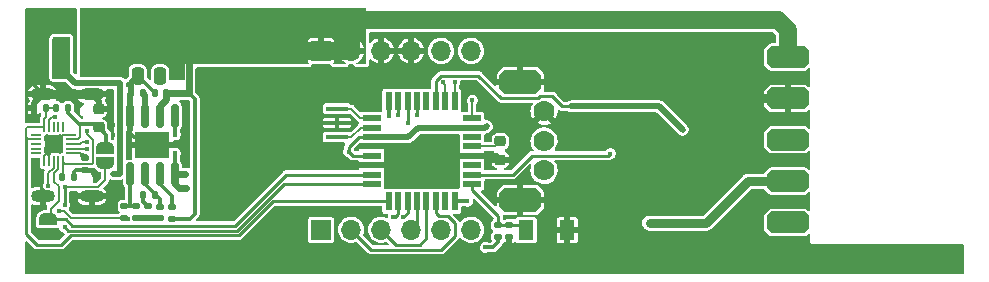
<source format=gbl>
%TF.GenerationSoftware,KiCad,Pcbnew,(6.0.7)*%
%TF.CreationDate,2022-08-25T13:00:14+08:00*%
%TF.ProjectId,T12_SolderingStation,5431325f-536f-46c6-9465-72696e675374,rev?*%
%TF.SameCoordinates,Original*%
%TF.FileFunction,Copper,L2,Bot*%
%TF.FilePolarity,Positive*%
%FSLAX45Y45*%
G04 Gerber Fmt 4.5, Leading zero omitted, Abs format (unit mm)*
G04 Created by KiCad (PCBNEW (6.0.7)) date 2022-08-25 13:00:14*
%MOMM*%
%LPD*%
G01*
G04 APERTURE LIST*
G04 Aperture macros list*
%AMRoundRect*
0 Rectangle with rounded corners*
0 $1 Rounding radius*
0 $2 $3 $4 $5 $6 $7 $8 $9 X,Y pos of 4 corners*
0 Add a 4 corners polygon primitive as box body*
4,1,4,$2,$3,$4,$5,$6,$7,$8,$9,$2,$3,0*
0 Add four circle primitives for the rounded corners*
1,1,$1+$1,$2,$3*
1,1,$1+$1,$4,$5*
1,1,$1+$1,$6,$7*
1,1,$1+$1,$8,$9*
0 Add four rect primitives between the rounded corners*
20,1,$1+$1,$2,$3,$4,$5,0*
20,1,$1+$1,$4,$5,$6,$7,0*
20,1,$1+$1,$6,$7,$8,$9,0*
20,1,$1+$1,$8,$9,$2,$3,0*%
%AMFreePoly0*
4,1,17,0.600431,1.735355,0.985356,1.350431,1.000000,1.315076,1.000000,-1.315076,0.985356,-1.350431,0.600431,-1.735355,0.565076,-1.750000,-0.565076,-1.750000,-0.600431,-1.735356,-0.985355,-1.350431,-1.000000,-1.315076,-1.000000,1.315076,-0.985355,1.350431,-0.600431,1.735356,-0.565076,1.750000,0.565076,1.750000,0.600431,1.735355,0.600431,1.735355,$1*%
%AMFreePoly1*
4,1,17,0.541853,1.785355,0.885355,1.441853,0.900000,1.406498,0.900000,-1.406498,0.885355,-1.441853,0.541853,-1.785355,0.506498,-1.800000,-0.506498,-1.800000,-0.541853,-1.785355,-0.885355,-1.441853,-0.900000,-1.406498,-0.900000,1.406498,-0.885355,1.441853,-0.541853,1.785355,-0.506498,1.800000,0.506498,1.800000,0.541853,1.785355,0.541853,1.785355,$1*%
%AMFreePoly2*
4,1,22,0.500000,-0.750000,0.000000,-0.750000,0.000000,-0.745033,-0.079941,-0.743568,-0.215256,-0.701293,-0.333266,-0.622738,-0.424486,-0.514219,-0.481581,-0.384460,-0.499164,-0.250000,-0.500000,-0.250000,-0.500000,0.250000,-0.499164,0.250000,-0.499963,0.256109,-0.478152,0.396186,-0.417904,0.524511,-0.324060,0.630769,-0.204165,0.706417,-0.067858,0.745374,0.000000,0.744959,0.000000,0.750000,
0.500000,0.750000,0.500000,-0.750000,0.500000,-0.750000,$1*%
%AMFreePoly3*
4,1,20,0.000000,0.744959,0.073905,0.744508,0.209726,0.703889,0.328688,0.626782,0.421226,0.519385,0.479903,0.390333,0.500000,0.250000,0.500000,-0.250000,0.499851,-0.262216,0.476331,-0.402017,0.414519,-0.529596,0.319384,-0.634700,0.198574,-0.708877,0.061801,-0.746166,0.000000,-0.745033,0.000000,-0.750000,-0.500000,-0.750000,-0.500000,0.750000,0.000000,0.750000,0.000000,0.744959,
0.000000,0.744959,$1*%
G04 Aperture macros list end*
%TA.AperFunction,ComponentPad*%
%ADD10R,1.700000X1.700000*%
%TD*%
%TA.AperFunction,ComponentPad*%
%ADD11O,1.700000X1.700000*%
%TD*%
%TA.AperFunction,ComponentPad*%
%ADD12FreePoly0,90.000000*%
%TD*%
%TA.AperFunction,ComponentPad*%
%ADD13C,1.778000*%
%TD*%
%TA.AperFunction,ComponentPad*%
%ADD14O,2.032000X1.016000*%
%TD*%
%TA.AperFunction,ComponentPad*%
%ADD15FreePoly1,90.000000*%
%TD*%
%TA.AperFunction,SMDPad,CuDef*%
%ADD16RoundRect,0.135000X0.185000X-0.135000X0.185000X0.135000X-0.185000X0.135000X-0.185000X-0.135000X0*%
%TD*%
%TA.AperFunction,SMDPad,CuDef*%
%ADD17RoundRect,0.225000X0.250000X-0.225000X0.250000X0.225000X-0.250000X0.225000X-0.250000X-0.225000X0*%
%TD*%
%TA.AperFunction,SMDPad,CuDef*%
%ADD18RoundRect,0.135000X-0.185000X0.135000X-0.185000X-0.135000X0.185000X-0.135000X0.185000X0.135000X0*%
%TD*%
%TA.AperFunction,SMDPad,CuDef*%
%ADD19RoundRect,0.140000X0.140000X0.170000X-0.140000X0.170000X-0.140000X-0.170000X0.140000X-0.170000X0*%
%TD*%
%TA.AperFunction,SMDPad,CuDef*%
%ADD20RoundRect,0.135000X0.135000X0.185000X-0.135000X0.185000X-0.135000X-0.185000X0.135000X-0.185000X0*%
%TD*%
%TA.AperFunction,SMDPad,CuDef*%
%ADD21RoundRect,0.135000X-0.135000X-0.185000X0.135000X-0.185000X0.135000X0.185000X-0.135000X0.185000X0*%
%TD*%
%TA.AperFunction,SMDPad,CuDef*%
%ADD22R,1.600000X0.550000*%
%TD*%
%TA.AperFunction,SMDPad,CuDef*%
%ADD23R,0.550000X1.600000*%
%TD*%
%TA.AperFunction,SMDPad,CuDef*%
%ADD24RoundRect,0.250000X0.250000X0.475000X-0.250000X0.475000X-0.250000X-0.475000X0.250000X-0.475000X0*%
%TD*%
%TA.AperFunction,SMDPad,CuDef*%
%ADD25RoundRect,0.140000X-0.170000X0.140000X-0.170000X-0.140000X0.170000X-0.140000X0.170000X0.140000X0*%
%TD*%
%TA.AperFunction,SMDPad,CuDef*%
%ADD26FreePoly2,90.000000*%
%TD*%
%TA.AperFunction,SMDPad,CuDef*%
%ADD27FreePoly3,90.000000*%
%TD*%
%TA.AperFunction,SMDPad,CuDef*%
%ADD28R,1.300000X1.700000*%
%TD*%
%TA.AperFunction,SMDPad,CuDef*%
%ADD29RoundRect,0.150000X0.150000X-0.825000X0.150000X0.825000X-0.150000X0.825000X-0.150000X-0.825000X0*%
%TD*%
%TA.AperFunction,SMDPad,CuDef*%
%ADD30R,3.000000X2.290000*%
%TD*%
%TA.AperFunction,ComponentPad*%
%ADD31C,0.508000*%
%TD*%
%TA.AperFunction,SMDPad,CuDef*%
%ADD32RoundRect,0.225000X-0.250000X0.225000X-0.250000X-0.225000X0.250000X-0.225000X0.250000X0.225000X0*%
%TD*%
%TA.AperFunction,SMDPad,CuDef*%
%ADD33RoundRect,0.050000X-0.050000X0.375000X-0.050000X-0.375000X0.050000X-0.375000X0.050000X0.375000X0*%
%TD*%
%TA.AperFunction,SMDPad,CuDef*%
%ADD34RoundRect,0.050000X-0.375000X0.050000X-0.375000X-0.050000X0.375000X-0.050000X0.375000X0.050000X0*%
%TD*%
%TA.AperFunction,ComponentPad*%
%ADD35C,0.500000*%
%TD*%
%TA.AperFunction,SMDPad,CuDef*%
%ADD36R,1.650000X1.650000*%
%TD*%
%TA.AperFunction,SMDPad,CuDef*%
%ADD37R,1.900000X0.400000*%
%TD*%
%TA.AperFunction,ViaPad*%
%ADD38C,0.406400*%
%TD*%
%TA.AperFunction,Conductor*%
%ADD39C,0.304800*%
%TD*%
%TA.AperFunction,Conductor*%
%ADD40C,0.254000*%
%TD*%
%TA.AperFunction,Conductor*%
%ADD41C,0.508000*%
%TD*%
%TA.AperFunction,Conductor*%
%ADD42C,0.203200*%
%TD*%
%TA.AperFunction,Conductor*%
%ADD43C,0.609600*%
%TD*%
%TA.AperFunction,Conductor*%
%ADD44C,0.355600*%
%TD*%
%TA.AperFunction,Conductor*%
%ADD45C,0.762000*%
%TD*%
%TA.AperFunction,Conductor*%
%ADD46C,0.152400*%
%TD*%
%TA.AperFunction,Conductor*%
%ADD47C,1.524000*%
%TD*%
G04 APERTURE END LIST*
D10*
%TO.P,J6,1,Pin_1*%
%TO.N,+24V*%
X10683240Y-7975600D03*
D11*
%TO.P,J6,2,Pin_2*%
X10937240Y-7975600D03*
%TO.P,J6,3,Pin_3*%
%TO.N,GND*%
X11191240Y-7975600D03*
%TO.P,J6,4,Pin_4*%
X11445240Y-7975600D03*
%TO.P,J6,5,Pin_5*%
%TO.N,unconnected-(J6-Pad5)*%
X11699240Y-7975600D03*
%TO.P,J6,6,Pin_6*%
%TO.N,unconnected-(J6-Pad6)*%
X11953240Y-7975600D03*
%TD*%
D12*
%TO.P,SW2,0,SHELL*%
%TO.N,GND*%
X12370840Y-9237600D03*
X12370840Y-8237600D03*
D13*
%TO.P,SW2,A,A*%
%TO.N,/D7*%
X12570840Y-8987600D03*
%TO.P,SW2,B,B*%
%TO.N,/D8*%
X12570840Y-8737600D03*
%TO.P,SW2,C,C*%
%TO.N,GND*%
X12570840Y-8487600D03*
%TD*%
D14*
%TO.P,J1,S1,SHIELD*%
%TO.N,GND*%
X8743780Y-9205160D03*
X8326780Y-8341160D03*
X8743780Y-8341160D03*
X8326780Y-9205160D03*
%TD*%
D15*
%TO.P,J4,1,Pin_1*%
%TO.N,/ADC2*%
X14635480Y-9427020D03*
%TO.P,J4,2,Pin_2*%
%TO.N,P+*%
X14635480Y-9077020D03*
%TO.P,J4,3,Pin_3*%
%TO.N,/D10*%
X14635480Y-8727020D03*
%TO.P,J4,4,Pin_4*%
%TO.N,GND*%
X14635480Y-8377020D03*
%TO.P,J4,5,Pin_5*%
%TO.N,+24V*%
X14635480Y-8027020D03*
%TD*%
D10*
%TO.P,J5,1,Pin_1*%
%TO.N,VCC*%
X10683240Y-9489440D03*
D11*
%TO.P,J5,2,Pin_2*%
%TO.N,/SDA*%
X10937240Y-9489440D03*
%TO.P,J5,3,Pin_3*%
%TO.N,/SCL*%
X11191240Y-9489440D03*
%TO.P,J5,4,Pin_4*%
%TO.N,/RST*%
X11445240Y-9489440D03*
%TO.P,J5,5,Pin_5*%
%TO.N,GND*%
X11699240Y-9489440D03*
%TO.P,J5,6,Pin_6*%
%TO.N,/BEEP*%
X11953240Y-9489440D03*
%TD*%
D16*
%TO.P,R12,1*%
%TO.N,VBUS*%
X12181840Y-9550600D03*
%TO.P,R12,2*%
%TO.N,/ADC1*%
X12181840Y-9448600D03*
%TD*%
D17*
%TO.P,C9,1*%
%TO.N,VDD*%
X8799060Y-8621440D03*
%TO.P,C9,2*%
%TO.N,GND*%
X8799060Y-8466440D03*
%TD*%
D18*
%TO.P,R6,1*%
%TO.N,Net-(R4-Pad2)*%
X9118600Y-9290143D03*
%TO.P,R6,2*%
%TO.N,GND*%
X9118600Y-9392143D03*
%TD*%
D19*
%TO.P,C6,1*%
%TO.N,Net-(C6-Pad1)*%
X9273280Y-9193623D03*
%TO.P,C6,2*%
%TO.N,Net-(C6-Pad2)*%
X9177280Y-9193623D03*
%TD*%
D16*
%TO.P,R3,1*%
%TO.N,+24V*%
X9418320Y-9394743D03*
%TO.P,R3,2*%
%TO.N,Net-(R3-Pad2)*%
X9418320Y-9292743D03*
%TD*%
D20*
%TO.P,R2,1*%
%TO.N,VDD*%
X8539680Y-8458200D03*
%TO.P,R2,2*%
%TO.N,/CFG1*%
X8437680Y-8458200D03*
%TD*%
D21*
%TO.P,R1,1*%
%TO.N,GND*%
X8249720Y-8458200D03*
%TO.P,R1,2*%
%TO.N,/CFG1*%
X8351720Y-8458200D03*
%TD*%
D18*
%TO.P,R10,1*%
%TO.N,Net-(J1-PadB5)*%
X8682220Y-8881560D03*
%TO.P,R10,2*%
%TO.N,GND*%
X8682220Y-8983560D03*
%TD*%
D22*
%TO.P,U3,1,PD3*%
%TO.N,/CFG2*%
X11110680Y-9103960D03*
%TO.P,U3,2,PD4*%
%TO.N,/CFG3*%
X11110680Y-9023960D03*
%TO.P,U3,3,GND*%
%TO.N,GND*%
X11110680Y-8943960D03*
%TO.P,U3,4,VCC*%
%TO.N,VCC*%
X11110680Y-8863960D03*
%TO.P,U3,5,GND*%
%TO.N,GND*%
X11110680Y-8783960D03*
%TO.P,U3,6,VCC*%
%TO.N,VCC*%
X11110680Y-8703960D03*
%TO.P,U3,7,XTAL1/PB6*%
%TO.N,Net-(U3-Pad7)*%
X11110680Y-8623960D03*
%TO.P,U3,8,XTAL2/PB7*%
%TO.N,Net-(U3-Pad8)*%
X11110680Y-8543960D03*
D23*
%TO.P,U3,9,PD5*%
%TO.N,/BEEP*%
X11255680Y-8398960D03*
%TO.P,U3,10,PD6*%
%TO.N,/D6*%
X11335680Y-8398960D03*
%TO.P,U3,11,PD7*%
%TO.N,/D7*%
X11415680Y-8398960D03*
%TO.P,U3,12,PB0*%
%TO.N,/D8*%
X11495680Y-8398960D03*
%TO.P,U3,13,PB1*%
%TO.N,/D9*%
X11575680Y-8398960D03*
%TO.P,U3,14,PB2*%
%TO.N,/D10*%
X11655680Y-8398960D03*
%TO.P,U3,15,PB3*%
%TO.N,/MOSI*%
X11735680Y-8398960D03*
%TO.P,U3,16,PB4*%
%TO.N,/MISO*%
X11815680Y-8398960D03*
D22*
%TO.P,U3,17,PB5*%
%TO.N,/SCK*%
X11960680Y-8543960D03*
%TO.P,U3,18,AVCC*%
%TO.N,VCC*%
X11960680Y-8623960D03*
%TO.P,U3,19,ADC6*%
%TO.N,unconnected-(U3-Pad19)*%
X11960680Y-8703960D03*
%TO.P,U3,20,AREF*%
%TO.N,Net-(C10-Pad1)*%
X11960680Y-8783960D03*
%TO.P,U3,21,GND*%
%TO.N,GND*%
X11960680Y-8863960D03*
%TO.P,U3,22,ADC7*%
%TO.N,unconnected-(U3-Pad22)*%
X11960680Y-8943960D03*
%TO.P,U3,23,PC0*%
%TO.N,/ADC0*%
X11960680Y-9023960D03*
%TO.P,U3,24,PC1*%
%TO.N,/ADC1*%
X11960680Y-9103960D03*
D23*
%TO.P,U3,25,PC2*%
%TO.N,/ADC2*%
X11815680Y-9248960D03*
%TO.P,U3,26,PC3*%
%TO.N,unconnected-(U3-Pad26)*%
X11735680Y-9248960D03*
%TO.P,U3,27,PC4*%
%TO.N,/SDA*%
X11655680Y-9248960D03*
%TO.P,U3,28,PC5*%
%TO.N,/SCL*%
X11575680Y-9248960D03*
%TO.P,U3,29,~{RESET}/PC6*%
%TO.N,/RST*%
X11495680Y-9248960D03*
%TO.P,U3,30,PD0*%
%TO.N,/RXD*%
X11415680Y-9248960D03*
%TO.P,U3,31,PD1*%
%TO.N,/TXD*%
X11335680Y-9248960D03*
%TO.P,U3,32,PD2*%
%TO.N,/CFG1*%
X11255680Y-9248960D03*
%TD*%
D24*
%TO.P,C8,1*%
%TO.N,VBUS*%
X9320280Y-8186420D03*
%TO.P,C8,2*%
%TO.N,GND*%
X9130280Y-8186420D03*
%TD*%
D25*
%TO.P,C7,1*%
%TO.N,Net-(C6-Pad1)*%
X9316720Y-9292943D03*
%TO.P,C7,2*%
%TO.N,GND*%
X9316720Y-9388943D03*
%TD*%
D18*
%TO.P,R8,1*%
%TO.N,Net-(C6-Pad2)*%
X9215120Y-9289943D03*
%TO.P,R8,2*%
%TO.N,GND*%
X9215120Y-9391943D03*
%TD*%
D26*
%TO.P,JP2,1,A*%
%TO.N,GND*%
X8371840Y-9529040D03*
D27*
%TO.P,JP2,2,B*%
%TO.N,/CFG3*%
X8371840Y-9399040D03*
%TD*%
D18*
%TO.P,R13,1*%
%TO.N,/ADC1*%
X12278360Y-9448600D03*
%TO.P,R13,2*%
%TO.N,GND*%
X12278360Y-9550600D03*
%TD*%
D21*
%TO.P,R9,1*%
%TO.N,Net-(J1-PadA5)*%
X8486440Y-9044320D03*
%TO.P,R9,2*%
%TO.N,GND*%
X8588440Y-9044320D03*
%TD*%
D28*
%TO.P,D3,1,K*%
%TO.N,/ADC1*%
X12418320Y-9494520D03*
%TO.P,D3,2,A*%
%TO.N,GND*%
X12768320Y-9494520D03*
%TD*%
D29*
%TO.P,U1,1,SW*%
%TO.N,Net-(C1-Pad1)*%
X9446260Y-9019483D03*
%TO.P,U1,2,EN*%
%TO.N,Net-(R3-Pad2)*%
X9319260Y-9019483D03*
%TO.P,U1,3,COMP*%
%TO.N,Net-(C6-Pad1)*%
X9192260Y-9019483D03*
%TO.P,U1,4,FB*%
%TO.N,Net-(R4-Pad2)*%
X9065260Y-9019483D03*
%TO.P,U1,5,GND*%
%TO.N,GND*%
X9065260Y-8524483D03*
%TO.P,U1,6,FREQ*%
%TO.N,Net-(R7-Pad1)*%
X9192260Y-8524483D03*
%TO.P,U1,7,VIN*%
%TO.N,+24V*%
X9319260Y-8524483D03*
%TO.P,U1,8,BST*%
%TO.N,Net-(C1-Pad2)*%
X9446260Y-8524483D03*
D30*
%TO.P,U1,9,GND*%
%TO.N,GND*%
X9255760Y-8771983D03*
D31*
X9255760Y-8706983D03*
X9355760Y-8706983D03*
X9355760Y-8836983D03*
X9155760Y-8706983D03*
X9155760Y-8836983D03*
X9255760Y-8836983D03*
%TD*%
D20*
%TO.P,R7,1*%
%TO.N,Net-(R7-Pad1)*%
X9174680Y-8335103D03*
%TO.P,R7,2*%
%TO.N,GND*%
X9072680Y-8335103D03*
%TD*%
D16*
%TO.P,R4,1*%
%TO.N,VCC*%
X9017000Y-9391943D03*
%TO.P,R4,2*%
%TO.N,Net-(R4-Pad2)*%
X9017000Y-9289943D03*
%TD*%
D32*
%TO.P,C10,1*%
%TO.N,Net-(C10-Pad1)*%
X12201160Y-8741380D03*
%TO.P,C10,2*%
%TO.N,GND*%
X12201160Y-8896380D03*
%TD*%
D33*
%TO.P,U2,1,DRV*%
%TO.N,/CFG1*%
X8337920Y-8618360D03*
%TO.P,U2,2,VBUS*%
%TO.N,VBUS*%
X8377920Y-8618360D03*
%TO.P,U2,3,NC*%
%TO.N,unconnected-(U2-Pad3)*%
X8417920Y-8618360D03*
%TO.P,U2,4,NC*%
%TO.N,unconnected-(U2-Pad4)*%
X8457920Y-8618360D03*
%TO.P,U2,5,GATE*%
%TO.N,unconnected-(U2-Pad5)*%
X8497920Y-8618360D03*
D34*
%TO.P,U2,6,MMOS#*%
%TO.N,GND*%
X8562920Y-8683360D03*
%TO.P,U2,7,VDD*%
%TO.N,VDD*%
X8562920Y-8723360D03*
%TO.P,U2,8,UDP*%
%TO.N,Net-(J1-PadA6)*%
X8562920Y-8763360D03*
%TO.P,U2,9,UDM*%
%TO.N,Net-(J1-PadA7)*%
X8562920Y-8803360D03*
%TO.P,U2,10,CC2*%
%TO.N,Net-(J1-PadB5)*%
X8562920Y-8843360D03*
D33*
%TO.P,U2,11,CC1*%
%TO.N,Net-(J1-PadA5)*%
X8497920Y-8908360D03*
%TO.P,U2,12,CFG3*%
%TO.N,/CFG3*%
X8457920Y-8908360D03*
%TO.P,U2,13,CFG2*%
%TO.N,/CFG2*%
X8417920Y-8908360D03*
%TO.P,U2,14,ISP*%
%TO.N,GND*%
X8377920Y-8908360D03*
%TO.P,U2,15,ISN*%
X8337920Y-8908360D03*
D34*
%TO.P,U2,16,NC*%
%TO.N,unconnected-(U2-Pad16)*%
X8272920Y-8843360D03*
%TO.P,U2,17,NC*%
%TO.N,unconnected-(U2-Pad17)*%
X8272920Y-8803360D03*
%TO.P,U2,18,NC*%
%TO.N,unconnected-(U2-Pad18)*%
X8272920Y-8763360D03*
%TO.P,U2,19,CFG1*%
%TO.N,/CFG1*%
X8272920Y-8723360D03*
%TO.P,U2,20,NC*%
%TO.N,unconnected-(U2-Pad20)*%
X8272920Y-8683360D03*
D35*
%TO.P,U2,21,GND*%
%TO.N,GND*%
X8360420Y-8705860D03*
D36*
X8417920Y-8763360D03*
D35*
X8475420Y-8820860D03*
X8475420Y-8705860D03*
X8360420Y-8820860D03*
%TD*%
D26*
%TO.P,JP1,1,A*%
%TO.N,/CFG2*%
X8854940Y-8926440D03*
D27*
%TO.P,JP1,2,B*%
%TO.N,VDD*%
X8854940Y-8796440D03*
%TD*%
D19*
%TO.P,C5,1*%
%TO.N,+24V*%
X9373580Y-8335103D03*
%TO.P,C5,2*%
%TO.N,GND*%
X9277580Y-8335103D03*
%TD*%
D37*
%TO.P,Y1,1,1*%
%TO.N,Net-(U3-Pad8)*%
X10817860Y-8465040D03*
%TO.P,Y1,2,2*%
%TO.N,GND*%
X10817860Y-8585040D03*
%TO.P,Y1,3,3*%
%TO.N,Net-(U3-Pad7)*%
X10817860Y-8705040D03*
%TD*%
D38*
%TO.N,VCC*%
X12085820Y-8612520D03*
X8463780Y-9333880D03*
X10916920Y-8827740D03*
X9045440Y-9394840D03*
%TO.N,Net-(C1-Pad1)*%
X9448800Y-8840500D03*
X9535660Y-9138300D03*
X9535160Y-9019540D03*
%TO.N,Net-(C1-Pad2)*%
X9448800Y-8685500D03*
%TO.N,GND*%
X8301220Y-9026380D03*
X13866360Y-9316100D03*
X12583660Y-7982600D03*
X13006630Y-9027870D03*
X12101060Y-8109600D03*
X15770961Y-9773300D03*
X8520057Y-9773300D03*
X10030960Y-8846200D03*
X9865860Y-8846200D03*
X8900660Y-9321180D03*
X12824960Y-8325500D03*
X11516860Y-9062100D03*
X8761754Y-9773300D03*
X10107160Y-8160400D03*
X11046960Y-8160400D03*
X8252960Y-8546480D03*
X12215360Y-8477900D03*
X10958060Y-8312800D03*
X11145060Y-8436300D03*
X14562477Y-9773300D03*
X11821660Y-9062100D03*
X11662115Y-9773300D03*
X11821660Y-8988440D03*
X13771760Y-7950200D03*
X8371840Y-9536540D03*
X11768320Y-8698880D03*
X12145509Y-9773300D03*
X14247360Y-8871600D03*
X12850360Y-8084200D03*
X11402560Y-8173100D03*
X8900660Y-9125600D03*
X11262860Y-8871600D03*
X13898760Y-7950200D03*
X9164977Y-9392143D03*
X11402560Y-8833500D03*
X14063980Y-9118600D03*
X10386560Y-8922400D03*
X11821660Y-8731900D03*
X12911380Y-9123120D03*
X13993360Y-8935100D03*
X12562720Y-7901940D03*
X9726160Y-8731900D03*
X8567500Y-8341160D03*
X13929860Y-8109600D03*
X8918440Y-8683640D03*
X11326360Y-9062100D03*
X11389860Y-9062100D03*
X13294860Y-9443100D03*
X11191240Y-8143120D03*
X10208760Y-8528700D03*
X13606780Y-8821420D03*
X12324580Y-8714120D03*
X12106140Y-9102740D03*
X11580360Y-8998600D03*
X14320780Y-9773300D03*
X13739360Y-8935100D03*
X14310860Y-8554100D03*
X8588240Y-9044320D03*
X15287567Y-9773300D03*
X12342360Y-7855600D03*
X15529264Y-9773300D03*
X9726160Y-8503300D03*
X11191240Y-8257420D03*
X13117060Y-8071500D03*
X12202660Y-7906400D03*
X9266577Y-9392143D03*
X10069060Y-8541400D03*
X13078960Y-8744600D03*
X11821660Y-9115440D03*
X9992860Y-8668400D03*
X12870599Y-9773300D03*
X11580360Y-9062100D03*
X14025760Y-7950200D03*
X10937025Y-9773300D03*
X11250160Y-8147700D03*
X10640560Y-8516000D03*
X9713460Y-8630300D03*
X13040860Y-9443100D03*
X12532860Y-8046100D03*
X13595690Y-9773300D03*
X14152760Y-7950200D03*
X12628902Y-9773300D03*
X13866360Y-8871600D03*
X12121380Y-9184020D03*
X13104360Y-7855600D03*
X11453360Y-9062100D03*
X11178722Y-9773300D03*
X12659860Y-9189100D03*
X12786860Y-9125600D03*
X10373860Y-8528700D03*
X13739360Y-8808100D03*
X12850360Y-9316100D03*
X9245147Y-9773300D03*
X8418060Y-8757300D03*
X11593060Y-8160400D03*
X11420418Y-9773300D03*
X9726160Y-8300100D03*
X12189960Y-8008000D03*
X14183860Y-8554100D03*
X12647160Y-8135000D03*
X12387206Y-9773300D03*
X13739360Y-9316100D03*
X9903960Y-8554100D03*
X11326360Y-8833500D03*
X12768320Y-9313920D03*
X14247360Y-8935100D03*
X9003450Y-9773300D03*
X13231360Y-9443100D03*
X11262860Y-9062100D03*
X8918440Y-8599150D03*
X12791320Y-7901940D03*
X10546580Y-9328800D03*
X13353993Y-9773300D03*
X13167860Y-9062100D03*
X13104360Y-9316100D03*
X13929860Y-8554100D03*
X11903812Y-9773300D03*
X9726160Y-8846200D03*
X12913860Y-9443100D03*
X11529560Y-8236600D03*
X10782800Y-8957960D03*
X9486844Y-9773300D03*
X13866360Y-8935100D03*
X8806680Y-9318640D03*
X13802860Y-8109600D03*
X14063980Y-8546980D03*
X13104360Y-9443100D03*
X12189960Y-9092580D03*
X12994520Y-7901940D03*
X12713200Y-8536320D03*
X12596360Y-9443100D03*
X13093580Y-8945880D03*
X12367760Y-8477900D03*
X13134220Y-7901940D03*
X12398240Y-8709040D03*
X14120360Y-8871600D03*
X12403320Y-9059560D03*
X11516860Y-8935100D03*
X9970238Y-9773300D03*
X10453631Y-9773300D03*
X16012660Y-9773300D03*
X13078960Y-8223900D03*
X8301220Y-9092580D03*
X14804174Y-9773300D03*
X10462760Y-8160400D03*
X10211934Y-9773300D03*
X12913860Y-9379600D03*
X12596360Y-9379600D03*
X10828520Y-8912240D03*
X12990060Y-8312800D03*
X10132560Y-8897000D03*
X10526260Y-8528700D03*
X10272260Y-8998600D03*
X10704060Y-8173100D03*
X10965680Y-8585200D03*
X8720320Y-9318640D03*
X10132560Y-9138300D03*
X8633960Y-9316100D03*
X8618720Y-8424560D03*
X12659860Y-9316100D03*
X10323060Y-9379600D03*
X8278360Y-9773300D03*
X14079083Y-9773300D03*
X8214860Y-8173100D03*
X11046960Y-8414400D03*
X14183860Y-8109600D03*
X10132560Y-9024000D03*
X10551660Y-8909700D03*
X12126460Y-8477900D03*
X12893540Y-8523620D03*
X9764260Y-8135000D03*
X10272260Y-8160400D03*
X8900660Y-9204340D03*
X13837386Y-9773300D03*
X10272260Y-8668400D03*
X15045870Y-9773300D03*
X11262860Y-8998600D03*
X13117060Y-8693800D03*
X13167860Y-9443100D03*
X13112296Y-9773300D03*
X10919960Y-8173100D03*
X14056860Y-8109600D03*
X12304260Y-8477900D03*
X14120360Y-8935100D03*
X11474370Y-8892610D03*
X13993360Y-8871600D03*
X13993360Y-9062100D03*
X10695328Y-9773300D03*
X13993360Y-9189100D03*
X9728541Y-9773300D03*
X10437360Y-9382140D03*
X12672560Y-8287400D03*
%TO.N,VBUS*%
X8482830Y-8185800D03*
X8981940Y-8528700D03*
X8482830Y-7933815D03*
X8428220Y-7934340D03*
X8537440Y-7987680D03*
X8537440Y-8185800D03*
X8428220Y-8132985D03*
X8537440Y-8079120D03*
X8537440Y-7881000D03*
X8428220Y-8079120D03*
X8482830Y-7986630D03*
X8428220Y-7987680D03*
X8428220Y-8186850D03*
X8428220Y-7881000D03*
X8984480Y-9013840D03*
X8482830Y-7881000D03*
X8482830Y-8131935D03*
X8432800Y-8534400D03*
X8918440Y-9013160D03*
X9319760Y-8186420D03*
X12073120Y-9638680D03*
X8482830Y-8078070D03*
X8537440Y-8132460D03*
X8537440Y-7934340D03*
%TO.N,/D6*%
X11336520Y-8521080D03*
%TO.N,P+*%
X13464540Y-9433560D03*
%TO.N,Net-(J1-PadA5)*%
X8697460Y-8652490D03*
%TO.N,Net-(J1-PadB5)*%
X8658860Y-8856980D03*
%TO.N,/MISO*%
X11816080Y-8242300D03*
%TO.N,/SCK*%
X11963400Y-8392160D03*
%TO.N,/MOSI*%
X11714480Y-8242300D03*
%TO.N,/TXD*%
X11295880Y-9384680D03*
%TO.N,/RXD*%
X11379700Y-9384680D03*
%TO.N,/D10*%
X12801600Y-8445300D03*
X13743940Y-8641080D03*
%TO.N,/ADC2*%
X11922760Y-9248140D03*
%TO.N,/CFG2*%
X8512040Y-9128140D03*
X8511304Y-9278770D03*
X8374880Y-9115440D03*
X8512040Y-9468500D03*
%TO.N,/BEEP*%
X11255240Y-8526160D03*
%TO.N,/ADC0*%
X13131800Y-8844280D03*
%TO.N,/D7*%
X11415260Y-8589660D03*
%TO.N,Net-(J1-PadA6)*%
X8700000Y-8748160D03*
%TO.N,Net-(J1-PadA7)*%
X8701150Y-8803978D03*
%TO.N,+24V*%
X8811760Y-8020700D03*
X8938760Y-8020700D03*
X8748260Y-8084200D03*
X8938760Y-8147700D03*
X8811760Y-8147700D03*
X9002260Y-8020700D03*
X8748260Y-7893700D03*
X8938760Y-7893700D03*
X9002260Y-8084200D03*
X8748260Y-7957200D03*
X9129260Y-7893700D03*
X8875260Y-8020700D03*
X8811760Y-7893700D03*
X8748260Y-8147700D03*
X8875260Y-7893700D03*
X8875260Y-8084200D03*
X8875260Y-8147700D03*
X9065760Y-7893700D03*
X9065760Y-7957200D03*
X8938760Y-8084200D03*
X8811760Y-7957200D03*
X8748260Y-8020700D03*
X8875260Y-7957200D03*
X8684760Y-8147700D03*
X8684760Y-8084200D03*
X9002260Y-7893700D03*
X8811760Y-8084200D03*
X8684760Y-7957200D03*
X8938760Y-7957200D03*
X8684760Y-7893700D03*
X8684760Y-8020700D03*
X9129260Y-7957200D03*
X9129260Y-8020700D03*
X9002260Y-8147700D03*
X9065760Y-8020700D03*
X9002260Y-7957200D03*
%TO.N,/D8*%
X11496540Y-8521080D03*
%TD*%
D39*
%TO.N,VCC*%
X9019897Y-9394840D02*
X9017000Y-9391943D01*
D40*
X10953140Y-8863960D02*
X10916920Y-8827740D01*
D39*
X9045440Y-9394840D02*
X9019897Y-9394840D01*
D40*
X11110680Y-8703960D02*
X11003900Y-8703960D01*
D41*
X11420340Y-8703960D02*
X11500340Y-8623960D01*
D40*
X10916920Y-8790940D02*
X10916920Y-8827740D01*
D41*
X11110680Y-8703960D02*
X11420340Y-8703960D01*
X11500340Y-8623960D02*
X11960680Y-8623960D01*
D40*
X11003900Y-8703960D02*
X10916920Y-8790940D01*
D42*
X8568037Y-9391943D02*
X8509974Y-9333880D01*
D41*
X12085820Y-8612520D02*
X12074380Y-8623960D01*
D40*
X11110680Y-8863960D02*
X10953140Y-8863960D01*
D42*
X9017000Y-9391943D02*
X8568037Y-9391943D01*
D41*
X12074380Y-8623960D02*
X11960680Y-8623960D01*
D42*
X8509974Y-9333880D02*
X8463780Y-9333880D01*
D43*
%TO.N,Net-(C1-Pad1)*%
X9482320Y-9138300D02*
X9535660Y-9138300D01*
D44*
X9446260Y-8843040D02*
X9448800Y-8840500D01*
X9446260Y-9019483D02*
X9446260Y-8843040D01*
D43*
X9477240Y-9133220D02*
X9482320Y-9138300D01*
X9446260Y-9019483D02*
X9535103Y-9019483D01*
X9446260Y-9102240D02*
X9477240Y-9133220D01*
X9446260Y-9019483D02*
X9446260Y-9102240D01*
X9535103Y-9019483D02*
X9535160Y-9019540D01*
D44*
%TO.N,Net-(C1-Pad2)*%
X9446260Y-8524483D02*
X9446260Y-8682960D01*
X9446260Y-8682960D02*
X9448800Y-8685500D01*
%TO.N,GND*%
X8588440Y-9044320D02*
X8588440Y-9003480D01*
D41*
X11110680Y-8943960D02*
X11423020Y-8943960D01*
D45*
X14635480Y-8377020D02*
X14155320Y-8377020D01*
D39*
X9313520Y-9392143D02*
X9316720Y-9388943D01*
X9266577Y-9392143D02*
X9313520Y-9392143D01*
D41*
X11503020Y-8863960D02*
X11960680Y-8863960D01*
D39*
X9134960Y-8186420D02*
X9130280Y-8186420D01*
D41*
X11110680Y-8783960D02*
X11423020Y-8783960D01*
D42*
X10817860Y-8585040D02*
X10965520Y-8585040D01*
D44*
X8895580Y-9316100D02*
X8900660Y-9321180D01*
X8743780Y-9205160D02*
X8743780Y-9295180D01*
X8743780Y-9205160D02*
X8899840Y-9205160D01*
D41*
X9072680Y-8244020D02*
X9130280Y-8186420D01*
D44*
X8899840Y-9205160D02*
X8900660Y-9204340D01*
D39*
X8214860Y-8229240D02*
X8326780Y-8341160D01*
D45*
X8326780Y-8341160D02*
X8567500Y-8341160D01*
D39*
X9118600Y-9392143D02*
X9164977Y-9392143D01*
X8758420Y-9190520D02*
X8743780Y-9205160D01*
D44*
X8743780Y-9295180D02*
X8720320Y-9318640D01*
X8588240Y-9214500D02*
X8588240Y-9270380D01*
D41*
X11423020Y-8943960D02*
X11474370Y-8892610D01*
X12768320Y-9313920D02*
X12692000Y-9237600D01*
D44*
X8633960Y-9316100D02*
X8895580Y-9316100D01*
D41*
X8799060Y-8466440D02*
X8799060Y-8396440D01*
D44*
X8588440Y-9044120D02*
X8588240Y-9044320D01*
D45*
X14063980Y-8468360D02*
X14063980Y-8546980D01*
D46*
X8497608Y-8683672D02*
X8475420Y-8705860D01*
D45*
X8567500Y-8341160D02*
X8743780Y-8341160D01*
D42*
X10965520Y-8585040D02*
X10965680Y-8585200D01*
D46*
X8562608Y-8683672D02*
X8497608Y-8683672D01*
D44*
X8608360Y-8983560D02*
X8682220Y-8983560D01*
D45*
X14063980Y-8546980D02*
X14063980Y-9118600D01*
D41*
X8249720Y-8458200D02*
X8249720Y-8418220D01*
X9072680Y-8335103D02*
X9072680Y-8244020D01*
X8799060Y-8396440D02*
X8743780Y-8341160D01*
X11423020Y-8783960D02*
X11503020Y-8863960D01*
D45*
X14155320Y-8377020D02*
X14063980Y-8468360D01*
D41*
X9065260Y-8524483D02*
X9065260Y-8342523D01*
D42*
X12168740Y-8863960D02*
X12201160Y-8896380D01*
D39*
X9096723Y-8706983D02*
X9063220Y-8673480D01*
X9063220Y-8526523D02*
X9065260Y-8524483D01*
D41*
X11960680Y-8863960D02*
X12168740Y-8863960D01*
D46*
X8377920Y-8838360D02*
X8360420Y-8820860D01*
D44*
X8900660Y-9321180D02*
X8900660Y-9125600D01*
D46*
X8562920Y-8683360D02*
X8562608Y-8683672D01*
X8337920Y-8862840D02*
X8354560Y-8846200D01*
D39*
X9164977Y-9392143D02*
X9266577Y-9392143D01*
D44*
X8588440Y-9003480D02*
X8608360Y-8983560D01*
D39*
X8214860Y-8173100D02*
X8214860Y-8229240D01*
X9155760Y-8706983D02*
X9096723Y-8706983D01*
D44*
X8743780Y-9205160D02*
X8597580Y-9205160D01*
D46*
X8337920Y-8908360D02*
X8337920Y-8862840D01*
D39*
X9277580Y-8329040D02*
X9134960Y-8186420D01*
X9277580Y-8335103D02*
X9277580Y-8329040D01*
D41*
X11474370Y-8892610D02*
X11503020Y-8863960D01*
D46*
X8377920Y-8908360D02*
X8377920Y-8838360D01*
D44*
X8588440Y-9003480D02*
X8588440Y-9044120D01*
D41*
X12692000Y-9237600D02*
X12370840Y-9237600D01*
D39*
X9063220Y-8673480D02*
X9063220Y-8526523D01*
D41*
X8249720Y-8418220D02*
X8326780Y-8341160D01*
D44*
X8588240Y-9270380D02*
X8633960Y-9316100D01*
D41*
X12768320Y-9494520D02*
X12768320Y-9313920D01*
D44*
X8597580Y-9205160D02*
X8588240Y-9214500D01*
D41*
X9065260Y-8342523D02*
X9072680Y-8335103D01*
D42*
%TO.N,VBUS*%
X8397240Y-8539480D02*
X8402320Y-8534400D01*
X8402320Y-8534400D02*
X8432800Y-8534400D01*
D41*
X8918440Y-9013160D02*
X8983800Y-9013160D01*
D42*
X8377920Y-8618360D02*
X8377920Y-8558800D01*
D41*
X8981940Y-9011300D02*
X8984480Y-9013840D01*
X8482610Y-8129920D02*
X8535425Y-8182735D01*
X8482610Y-8129920D02*
X8482610Y-8078070D01*
X8601990Y-8249300D02*
X8981940Y-8249300D01*
X8981940Y-8249300D02*
X8981940Y-8528700D01*
X8981940Y-8528700D02*
X8981940Y-9011300D01*
X8535425Y-8182735D02*
X8601990Y-8249300D01*
D39*
X12181840Y-9596000D02*
X12139160Y-9638680D01*
X12139160Y-9638680D02*
X12073120Y-9638680D01*
D41*
X8482610Y-7986630D02*
X8482610Y-7944545D01*
D42*
X8377920Y-8558800D02*
X8397240Y-8539480D01*
D41*
X8983800Y-9013160D02*
X8984480Y-9013840D01*
D39*
X12181840Y-9550600D02*
X12181840Y-9596000D01*
D41*
X8482610Y-8078070D02*
X8482610Y-7986630D01*
D42*
%TO.N,Net-(C10-Pad1)*%
X11960680Y-8783960D02*
X12158580Y-8783960D01*
X12158580Y-8783960D02*
X12201160Y-8741380D01*
%TO.N,VDD*%
X8624720Y-8723360D02*
X8641580Y-8706500D01*
D44*
X8539680Y-8497920D02*
X8633960Y-8592200D01*
X8633960Y-8592200D02*
X8769820Y-8592200D01*
X8539680Y-8458200D02*
X8539680Y-8497920D01*
D42*
X8641580Y-8706500D02*
X8641580Y-8599820D01*
D44*
X8862560Y-8684940D02*
X8799060Y-8621440D01*
D42*
X8562920Y-8723360D02*
X8624720Y-8723360D01*
X8641580Y-8599820D02*
X8633960Y-8592200D01*
D44*
X8769820Y-8592200D02*
X8799060Y-8621440D01*
X8862560Y-8796440D02*
X8862560Y-8684940D01*
%TO.N,Net-(C6-Pad1)*%
X9192260Y-9105900D02*
X9316720Y-9230360D01*
X9192260Y-9019483D02*
X9192260Y-9105900D01*
X9316720Y-9230360D02*
X9316720Y-9292943D01*
%TO.N,Net-(C6-Pad2)*%
X9177280Y-9252103D02*
X9215120Y-9289943D01*
X9177280Y-9193623D02*
X9177280Y-9252103D01*
%TO.N,Net-(R4-Pad2)*%
X9065260Y-9289943D02*
X9017000Y-9289943D01*
X9118400Y-9289943D02*
X9118600Y-9290143D01*
X9017000Y-9289943D02*
X9118400Y-9289943D01*
X9065260Y-9019483D02*
X9065260Y-9289943D01*
D40*
%TO.N,/D6*%
X11335680Y-8520240D02*
X11336520Y-8521080D01*
X11335680Y-8398960D02*
X11335680Y-8520240D01*
D42*
%TO.N,Net-(U3-Pad7)*%
X11020400Y-8623960D02*
X10939320Y-8705040D01*
X10939320Y-8705040D02*
X10817860Y-8705040D01*
X11110680Y-8623960D02*
X11020400Y-8623960D01*
%TO.N,Net-(U3-Pad8)*%
X11110680Y-8543960D02*
X11015380Y-8543960D01*
X11015380Y-8543960D02*
X10936460Y-8465040D01*
X10936460Y-8465040D02*
X10817860Y-8465040D01*
D45*
%TO.N,P+*%
X13944600Y-9433560D02*
X13464540Y-9433560D01*
X14038580Y-9339580D02*
X13944600Y-9433560D01*
X14301140Y-9077020D02*
X14038580Y-9339580D01*
X14635480Y-9077020D02*
X14301140Y-9077020D01*
D40*
%TO.N,/ADC1*%
X11960680Y-9103960D02*
X11960680Y-9151440D01*
X12372400Y-9448600D02*
X12418320Y-9494520D01*
X11960680Y-9151440D02*
X12181840Y-9372600D01*
X12181840Y-9448600D02*
X12372400Y-9448600D01*
X12181840Y-9372600D02*
X12181840Y-9448600D01*
D46*
%TO.N,Net-(J1-PadA5)*%
X8748260Y-8924940D02*
X8748260Y-8736980D01*
D42*
X8697460Y-8678560D02*
X8748260Y-8729360D01*
X8497920Y-8908360D02*
X8497920Y-8918440D01*
X8512040Y-8932560D02*
X8639040Y-8932560D01*
X8697460Y-8652490D02*
X8697460Y-8678560D01*
D46*
X8740640Y-8932560D02*
X8748260Y-8924940D01*
D42*
X8748260Y-8729360D02*
X8748260Y-8736980D01*
X8497920Y-8908360D02*
X8497920Y-9032840D01*
X8497920Y-9032840D02*
X8486440Y-9044320D01*
X8486440Y-9044320D02*
X8486440Y-9029080D01*
X8497920Y-8918440D02*
X8512040Y-8932560D01*
D46*
X8639040Y-8932560D02*
X8740640Y-8932560D01*
D42*
%TO.N,Net-(J1-PadB5)*%
X8562920Y-8843360D02*
X8645240Y-8843360D01*
X8699700Y-8856980D02*
X8704580Y-8861860D01*
X8645240Y-8843360D02*
X8658860Y-8856980D01*
X8658860Y-8856980D02*
X8699700Y-8856980D01*
%TO.N,/MISO*%
X11816080Y-8398560D02*
X11816080Y-8242300D01*
X11815680Y-8398960D02*
X11816080Y-8398560D01*
%TO.N,/SCK*%
X11960680Y-8394880D02*
X11963400Y-8392160D01*
X11960680Y-8543960D02*
X11960680Y-8394880D01*
%TO.N,/MOSI*%
X11714480Y-8244840D02*
X11735680Y-8266040D01*
X11735680Y-8266040D02*
X11735680Y-8398960D01*
X11714480Y-8242300D02*
X11714480Y-8244840D01*
D40*
%TO.N,/RST*%
X11495680Y-9248960D02*
X11495680Y-9439000D01*
X11495680Y-9439000D02*
X11445240Y-9489440D01*
%TO.N,/TXD*%
X11306160Y-9384680D02*
X11295880Y-9384680D01*
X11335680Y-9355160D02*
X11306160Y-9384680D01*
X11335680Y-9248960D02*
X11335680Y-9355160D01*
%TO.N,/RXD*%
X11415680Y-9348700D02*
X11379700Y-9384680D01*
X11415680Y-9248960D02*
X11415680Y-9348700D01*
D41*
%TO.N,/D10*%
X12801600Y-8445300D02*
X13548160Y-8445300D01*
D40*
X11701780Y-8183880D02*
X12014200Y-8183880D01*
X11656060Y-8292340D02*
X11656060Y-8229600D01*
D41*
X13548160Y-8445300D02*
X13743940Y-8641080D01*
D40*
X12204700Y-8374380D02*
X12519660Y-8374380D01*
X11655680Y-8292720D02*
X11656060Y-8292340D01*
X12519660Y-8374380D02*
X12534900Y-8359140D01*
X12639040Y-8359140D02*
X12725200Y-8445300D01*
X12534900Y-8359140D02*
X12639040Y-8359140D01*
X12725200Y-8445300D02*
X12801600Y-8445300D01*
X12014200Y-8183880D02*
X12204700Y-8374380D01*
X11655680Y-8398960D02*
X11655680Y-8292720D01*
X11656060Y-8229600D02*
X11701780Y-8183880D01*
D44*
%TO.N,/ADC2*%
X11921940Y-9248960D02*
X11922760Y-9248140D01*
X11815680Y-9248960D02*
X11921940Y-9248960D01*
D40*
%TO.N,/CFG2*%
X9972663Y-9496440D02*
X8539980Y-9496440D01*
D44*
X8512040Y-9130680D02*
X8512040Y-9128140D01*
D42*
X8417920Y-8908360D02*
X8417920Y-8963180D01*
D44*
X8515532Y-9127188D02*
X8512040Y-9130680D01*
D40*
X8539980Y-9496440D02*
X8512040Y-9468500D01*
X10365143Y-9103960D02*
X9972663Y-9496440D01*
D42*
X8417920Y-8963180D02*
X8374880Y-9006220D01*
D40*
X11110680Y-9103960D02*
X10365143Y-9103960D01*
D42*
X8854940Y-9067180D02*
X8794932Y-9127188D01*
X8794932Y-9127188D02*
X8515532Y-9127188D01*
X8854940Y-8926440D02*
X8854940Y-9067180D01*
D40*
X8511304Y-9131416D02*
X8512040Y-9130680D01*
D42*
X8374880Y-9006220D02*
X8374880Y-9115440D01*
D40*
X8511304Y-9278770D02*
X8511304Y-9131416D01*
D42*
%TO.N,/CFG3*%
X8425680Y-9008760D02*
X8425680Y-9087500D01*
D40*
X8371840Y-9399040D02*
X8521320Y-9399040D01*
D42*
X8461240Y-9247640D02*
X8397240Y-9311640D01*
D40*
X10387737Y-9023960D02*
X11110680Y-9023960D01*
D42*
X8461240Y-9123060D02*
X8461240Y-9247640D01*
D40*
X8578080Y-9455800D02*
X9955897Y-9455800D01*
D42*
X8457920Y-8976520D02*
X8425680Y-9008760D01*
D40*
X9955897Y-9455800D02*
X10387737Y-9023960D01*
D42*
X8457920Y-8908360D02*
X8457920Y-8976520D01*
D40*
X8521320Y-9399040D02*
X8578080Y-9455800D01*
D42*
X8425680Y-9087500D02*
X8461240Y-9123060D01*
X8397240Y-9311640D02*
X8397240Y-9391540D01*
D44*
%TO.N,/BEEP*%
X11255680Y-8525720D02*
X11255240Y-8526160D01*
X11255680Y-8398960D02*
X11255680Y-8525720D01*
D42*
%TO.N,/CFG1*%
X8351720Y-8534200D02*
X8351720Y-8458200D01*
D40*
X11255680Y-9248960D02*
X10277549Y-9248960D01*
X9989476Y-9537032D02*
X8562888Y-9537032D01*
D42*
X8351720Y-8458200D02*
X8437680Y-8458200D01*
X8201520Y-8618360D02*
X8337920Y-8618360D01*
X8188960Y-8707120D02*
X8188960Y-8630920D01*
D40*
X8188960Y-9528960D02*
X8188960Y-8707120D01*
D42*
X8337920Y-8618360D02*
X8337920Y-8548000D01*
D40*
X8481560Y-9618360D02*
X8278360Y-9618360D01*
D42*
X8337920Y-8548000D02*
X8351720Y-8534200D01*
D40*
X10277549Y-9248960D02*
X9989476Y-9537032D01*
X8278360Y-9618360D02*
X8188960Y-9528960D01*
D42*
X8188960Y-8630920D02*
X8201520Y-8618360D01*
X8188960Y-8722360D02*
X8188960Y-8707120D01*
X8272920Y-8723360D02*
X8189960Y-8723360D01*
X8189960Y-8723360D02*
X8188960Y-8722360D01*
D40*
X8562888Y-9537032D02*
X8481560Y-9618360D01*
D44*
%TO.N,Net-(R3-Pad2)*%
X9418320Y-9202420D02*
X9418320Y-9292743D01*
X9319260Y-9019483D02*
X9319260Y-9103360D01*
X9319260Y-9103360D02*
X9418320Y-9202420D01*
D41*
%TO.N,Net-(R7-Pad1)*%
X9192260Y-8352683D02*
X9192260Y-8524483D01*
X9174680Y-8335103D02*
X9192260Y-8352683D01*
D40*
%TO.N,/ADC0*%
X12304420Y-9023960D02*
X12458700Y-8869680D01*
X12466320Y-8862060D02*
X13027660Y-8862060D01*
X13027660Y-8862060D02*
X13114020Y-8862060D01*
X11960680Y-9023960D02*
X12304420Y-9023960D01*
X12458700Y-8869680D02*
X12466320Y-8862060D01*
X13114020Y-8862060D02*
X13131800Y-8844280D01*
%TO.N,/D7*%
X11415680Y-8398960D02*
X11415680Y-8589240D01*
X11415680Y-8589240D02*
X11415260Y-8589660D01*
D42*
%TO.N,Net-(J1-PadA6)*%
X8655800Y-8748160D02*
X8700000Y-8748160D01*
X8640600Y-8763360D02*
X8655800Y-8748160D01*
X8562920Y-8763360D02*
X8640600Y-8763360D01*
%TO.N,Net-(J1-PadA7)*%
X8700532Y-8803360D02*
X8701150Y-8803978D01*
X8562920Y-8803360D02*
X8700532Y-8803360D01*
D40*
%TO.N,/SDA*%
X11655680Y-9248960D02*
X11655680Y-9349360D01*
X11816080Y-9542780D02*
X11699240Y-9659620D01*
X11816080Y-9436100D02*
X11816080Y-9542780D01*
X11107420Y-9659620D02*
X10937240Y-9489440D01*
X11655680Y-9349360D02*
X11681460Y-9375140D01*
X11755120Y-9375140D02*
X11816080Y-9436100D01*
X11681460Y-9375140D02*
X11755120Y-9375140D01*
X11699240Y-9659620D02*
X11107420Y-9659620D01*
%TO.N,/SCL*%
X11575680Y-9559660D02*
X11518900Y-9616440D01*
X11575680Y-9248960D02*
X11575680Y-9559660D01*
X11318240Y-9616440D02*
X11191240Y-9489440D01*
X11518900Y-9616440D02*
X11318240Y-9616440D01*
D43*
%TO.N,+24V*%
X9319260Y-8437880D02*
X9373580Y-8383560D01*
D47*
X14551660Y-7716520D02*
X11041380Y-7716520D01*
D43*
X9373580Y-8383560D02*
X9373580Y-8335103D01*
X9563600Y-8335103D02*
X9563600Y-7975600D01*
D47*
X10937240Y-7820660D02*
X10937240Y-7975600D01*
D43*
X9319260Y-8524483D02*
X9319260Y-8437880D01*
D47*
X8830160Y-7975600D02*
X8811760Y-7957200D01*
D39*
X9573857Y-9394743D02*
X9418320Y-9394743D01*
X9563600Y-8335103D02*
X9614400Y-8385903D01*
X9614400Y-9354200D02*
X9573857Y-9394743D01*
D47*
X14635480Y-8027020D02*
X14635480Y-7800340D01*
X11041380Y-7716520D02*
X10937240Y-7820660D01*
X10937240Y-7975600D02*
X8830160Y-7975600D01*
D43*
X9373580Y-8335103D02*
X9563600Y-8335103D01*
D39*
X9614400Y-8385903D02*
X9614400Y-9354200D01*
D47*
X14635480Y-7800340D02*
X14551660Y-7716520D01*
D40*
%TO.N,/D8*%
X11496540Y-8521080D02*
X11496540Y-8399820D01*
X11496540Y-8399820D02*
X11495680Y-8398960D01*
%TD*%
%TA.AperFunction,Conductor*%
%TO.N,VBUS*%
G36*
X8554512Y-7860140D02*
G01*
X8559161Y-7865506D01*
X8560300Y-7870740D01*
X8560300Y-8198600D01*
X8558300Y-8205412D01*
X8552934Y-8210061D01*
X8547700Y-8211200D01*
X8420500Y-8211200D01*
X8413688Y-8209200D01*
X8409039Y-8203834D01*
X8407900Y-8198600D01*
X8407900Y-7870740D01*
X8409900Y-7863928D01*
X8415266Y-7859279D01*
X8420500Y-7858140D01*
X8547700Y-7858140D01*
X8554512Y-7860140D01*
G37*
%TD.AperFunction*%
%TD*%
%TA.AperFunction,Conductor*%
%TO.N,GND*%
G36*
X14511301Y-7820091D02*
G01*
X14512502Y-7821116D01*
X14530883Y-7839498D01*
X14533706Y-7845038D01*
X14533830Y-7846612D01*
X14533830Y-7900599D01*
X14531909Y-7906512D01*
X14526879Y-7910167D01*
X14523770Y-7910659D01*
X14494830Y-7910659D01*
X14494345Y-7910756D01*
X14494345Y-7910756D01*
X14485385Y-7912538D01*
X14485385Y-7912538D01*
X14484900Y-7912634D01*
X14484445Y-7912823D01*
X14484444Y-7912823D01*
X14482693Y-7913549D01*
X14482068Y-7913808D01*
X14481074Y-7914220D01*
X14472655Y-7919845D01*
X14438305Y-7954195D01*
X14438030Y-7954605D01*
X14438030Y-7954605D01*
X14437202Y-7955845D01*
X14432680Y-7962613D01*
X14432201Y-7963769D01*
X14431095Y-7966440D01*
X14429119Y-7976370D01*
X14429119Y-8077669D01*
X14429216Y-8078154D01*
X14429216Y-8078155D01*
X14429821Y-8081196D01*
X14431094Y-8087599D01*
X14431284Y-8088056D01*
X14431506Y-8088594D01*
X14432353Y-8090638D01*
X14432680Y-8091426D01*
X14432954Y-8091837D01*
X14437097Y-8098037D01*
X14438305Y-8099845D01*
X14472655Y-8134196D01*
X14473066Y-8134470D01*
X14473066Y-8134470D01*
X14476834Y-8136988D01*
X14481074Y-8139820D01*
X14481530Y-8140009D01*
X14482067Y-8140232D01*
X14484444Y-8141216D01*
X14484444Y-8141217D01*
X14484900Y-8141405D01*
X14494830Y-8143381D01*
X14776130Y-8143381D01*
X14782032Y-8142207D01*
X14785575Y-8141502D01*
X14785576Y-8141502D01*
X14786060Y-8141405D01*
X14788730Y-8140299D01*
X14788893Y-8140232D01*
X14789430Y-8140009D01*
X14789430Y-8140009D01*
X14789887Y-8139820D01*
X14790364Y-8139501D01*
X14797895Y-8134469D01*
X14797895Y-8134469D01*
X14798305Y-8134195D01*
X14808736Y-8123764D01*
X14814276Y-8120941D01*
X14820417Y-8121914D01*
X14824813Y-8126310D01*
X14825910Y-8130877D01*
X14825910Y-8273235D01*
X14823989Y-8279148D01*
X14818959Y-8282802D01*
X14812741Y-8282802D01*
X14808736Y-8280348D01*
X14798618Y-8270230D01*
X14797858Y-8269606D01*
X14790278Y-8264541D01*
X14789410Y-8264077D01*
X14787035Y-8263094D01*
X14786497Y-8262871D01*
X14785555Y-8262585D01*
X14776615Y-8260807D01*
X14775635Y-8260710D01*
X14662473Y-8260710D01*
X14661184Y-8261129D01*
X14660880Y-8261548D01*
X14660880Y-8491736D01*
X14661299Y-8493025D01*
X14661718Y-8493330D01*
X14775636Y-8493330D01*
X14776615Y-8493233D01*
X14785557Y-8491455D01*
X14786497Y-8491169D01*
X14788711Y-8490252D01*
X14789410Y-8489962D01*
X14790279Y-8489498D01*
X14797859Y-8484433D01*
X14798618Y-8483810D01*
X14808736Y-8473692D01*
X14814276Y-8470869D01*
X14820417Y-8471842D01*
X14824813Y-8476238D01*
X14825910Y-8480805D01*
X14825910Y-8623163D01*
X14823989Y-8629076D01*
X14818959Y-8632730D01*
X14812741Y-8632730D01*
X14808736Y-8630276D01*
X14798305Y-8619845D01*
X14789886Y-8614220D01*
X14787054Y-8613047D01*
X14786059Y-8612635D01*
X14781046Y-8611637D01*
X14776615Y-8610756D01*
X14776614Y-8610756D01*
X14776129Y-8610659D01*
X14494830Y-8610659D01*
X14494345Y-8610756D01*
X14494345Y-8610756D01*
X14485385Y-8612538D01*
X14485385Y-8612538D01*
X14484900Y-8612635D01*
X14484445Y-8612823D01*
X14484444Y-8612823D01*
X14482068Y-8613808D01*
X14481074Y-8614220D01*
X14472655Y-8619845D01*
X14438305Y-8654195D01*
X14438030Y-8654605D01*
X14438030Y-8654605D01*
X14433348Y-8661613D01*
X14432680Y-8662613D01*
X14432201Y-8663770D01*
X14431095Y-8666440D01*
X14430998Y-8666924D01*
X14430998Y-8666924D01*
X14430865Y-8667593D01*
X14429119Y-8676370D01*
X14429119Y-8777669D01*
X14429216Y-8778154D01*
X14429216Y-8778155D01*
X14429534Y-8779754D01*
X14431094Y-8787600D01*
X14431506Y-8788594D01*
X14432680Y-8791427D01*
X14438305Y-8799845D01*
X14472655Y-8834196D01*
X14473066Y-8834470D01*
X14473066Y-8834470D01*
X14475056Y-8835800D01*
X14481074Y-8839820D01*
X14481530Y-8840010D01*
X14482067Y-8840232D01*
X14484444Y-8841217D01*
X14484444Y-8841217D01*
X14484900Y-8841405D01*
X14494830Y-8843381D01*
X14776130Y-8843381D01*
X14782032Y-8842207D01*
X14785575Y-8841502D01*
X14785576Y-8841502D01*
X14786060Y-8841405D01*
X14788730Y-8840299D01*
X14789430Y-8840010D01*
X14789430Y-8840009D01*
X14789887Y-8839820D01*
X14792228Y-8838256D01*
X14797895Y-8834470D01*
X14797895Y-8834469D01*
X14798305Y-8834195D01*
X14808736Y-8823764D01*
X14814276Y-8820941D01*
X14820417Y-8821914D01*
X14824813Y-8826310D01*
X14825910Y-8830877D01*
X14825910Y-8973163D01*
X14823989Y-8979076D01*
X14818959Y-8982730D01*
X14812741Y-8982730D01*
X14808736Y-8980276D01*
X14798305Y-8969845D01*
X14789886Y-8964220D01*
X14787054Y-8963047D01*
X14786059Y-8962635D01*
X14780752Y-8961579D01*
X14776615Y-8960756D01*
X14776614Y-8960756D01*
X14776129Y-8960659D01*
X14494830Y-8960659D01*
X14494345Y-8960756D01*
X14494345Y-8960756D01*
X14485385Y-8962538D01*
X14485385Y-8962538D01*
X14484900Y-8962635D01*
X14484445Y-8962823D01*
X14484444Y-8962823D01*
X14482271Y-8963723D01*
X14482068Y-8963808D01*
X14481074Y-8964220D01*
X14472655Y-8969845D01*
X14438305Y-9004195D01*
X14438030Y-9004606D01*
X14438030Y-9004606D01*
X14435094Y-9008999D01*
X14430212Y-9012848D01*
X14426730Y-9013470D01*
X14309135Y-9013470D01*
X14308188Y-9013425D01*
X14307786Y-9013387D01*
X14307168Y-9013249D01*
X14301561Y-9013425D01*
X14300301Y-9013465D01*
X14299985Y-9013470D01*
X14297142Y-9013470D01*
X14296828Y-9013510D01*
X14296828Y-9013510D01*
X14296696Y-9013526D01*
X14296619Y-9013536D01*
X14295674Y-9013610D01*
X14291752Y-9013734D01*
X14291752Y-9013734D01*
X14291119Y-9013754D01*
X14288973Y-9014377D01*
X14287427Y-9014697D01*
X14285210Y-9014977D01*
X14281815Y-9016322D01*
X14280974Y-9016655D01*
X14280077Y-9016962D01*
X14276309Y-9018056D01*
X14276309Y-9018057D01*
X14275701Y-9018233D01*
X14273776Y-9019371D01*
X14272360Y-9020065D01*
X14270870Y-9020655D01*
X14270870Y-9020655D01*
X14270281Y-9020888D01*
X14269769Y-9021260D01*
X14266595Y-9023567D01*
X14265803Y-9024086D01*
X14261880Y-9026407D01*
X14260300Y-9027987D01*
X14259099Y-9029012D01*
X14257291Y-9030326D01*
X14256888Y-9030813D01*
X14256888Y-9030814D01*
X14254387Y-9033837D01*
X14253749Y-9034538D01*
X13990816Y-9297471D01*
X13990816Y-9297471D01*
X13921223Y-9367064D01*
X13915683Y-9369886D01*
X13914110Y-9370010D01*
X13460542Y-9370010D01*
X13455303Y-9370672D01*
X13449238Y-9371438D01*
X13449238Y-9371438D01*
X13448610Y-9371517D01*
X13442163Y-9374070D01*
X13438232Y-9375626D01*
X13433681Y-9377428D01*
X13420691Y-9386866D01*
X13420288Y-9387353D01*
X13420288Y-9387354D01*
X13411793Y-9397622D01*
X13410456Y-9399238D01*
X13410187Y-9399810D01*
X13403893Y-9413186D01*
X13403620Y-9413766D01*
X13400611Y-9429538D01*
X13400651Y-9430170D01*
X13401580Y-9444931D01*
X13401580Y-9444931D01*
X13401619Y-9445563D01*
X13406581Y-9460833D01*
X13415185Y-9474390D01*
X13415646Y-9474824D01*
X13415646Y-9474824D01*
X13426428Y-9484948D01*
X13426428Y-9484949D01*
X13426889Y-9485382D01*
X13427444Y-9485687D01*
X13427444Y-9485687D01*
X13440405Y-9492812D01*
X13440405Y-9492812D01*
X13440960Y-9493117D01*
X13441573Y-9493274D01*
X13441573Y-9493274D01*
X13445210Y-9494208D01*
X13456512Y-9497110D01*
X13936605Y-9497110D01*
X13937552Y-9497155D01*
X13937954Y-9497193D01*
X13938572Y-9497331D01*
X13945439Y-9497115D01*
X13945755Y-9497110D01*
X13948598Y-9497110D01*
X13948911Y-9497070D01*
X13948912Y-9497070D01*
X13949044Y-9497054D01*
X13949121Y-9497044D01*
X13950066Y-9496970D01*
X13953988Y-9496846D01*
X13953988Y-9496846D01*
X13954620Y-9496827D01*
X13956767Y-9496203D01*
X13958312Y-9495883D01*
X13960530Y-9495603D01*
X13964766Y-9493926D01*
X13965663Y-9493619D01*
X13969431Y-9492524D01*
X13969431Y-9492524D01*
X13970039Y-9492347D01*
X13971964Y-9491209D01*
X13973380Y-9490515D01*
X13975459Y-9489692D01*
X13975970Y-9489320D01*
X13975971Y-9489320D01*
X13979146Y-9487013D01*
X13979938Y-9486493D01*
X13983315Y-9484496D01*
X13983316Y-9484495D01*
X13983860Y-9484173D01*
X13985440Y-9482593D01*
X13986640Y-9481568D01*
X13988449Y-9480254D01*
X13990186Y-9478155D01*
X13991354Y-9476742D01*
X13991992Y-9476041D01*
X14039006Y-9429027D01*
X14086344Y-9381689D01*
X14086344Y-9381689D01*
X14205190Y-9262843D01*
X14324517Y-9143517D01*
X14330057Y-9140694D01*
X14331630Y-9140570D01*
X14426730Y-9140570D01*
X14432643Y-9142491D01*
X14435095Y-9145041D01*
X14437730Y-9148985D01*
X14438305Y-9149845D01*
X14472655Y-9184196D01*
X14473066Y-9184470D01*
X14473066Y-9184470D01*
X14475704Y-9186233D01*
X14481074Y-9189820D01*
X14481530Y-9190010D01*
X14482067Y-9190232D01*
X14484444Y-9191217D01*
X14484444Y-9191217D01*
X14484900Y-9191405D01*
X14494830Y-9193381D01*
X14776130Y-9193381D01*
X14782032Y-9192207D01*
X14785575Y-9191502D01*
X14785576Y-9191502D01*
X14786060Y-9191405D01*
X14788730Y-9190299D01*
X14789208Y-9190102D01*
X14789430Y-9190010D01*
X14789430Y-9190009D01*
X14789887Y-9189820D01*
X14790364Y-9189501D01*
X14797895Y-9184470D01*
X14797895Y-9184469D01*
X14798305Y-9184195D01*
X14808736Y-9173764D01*
X14814276Y-9170941D01*
X14820417Y-9171914D01*
X14824813Y-9176310D01*
X14825910Y-9180877D01*
X14825910Y-9323163D01*
X14823989Y-9329076D01*
X14818959Y-9332730D01*
X14812741Y-9332730D01*
X14808736Y-9330276D01*
X14798305Y-9319845D01*
X14789886Y-9314220D01*
X14787054Y-9313047D01*
X14786059Y-9312635D01*
X14781046Y-9311637D01*
X14776615Y-9310756D01*
X14776614Y-9310756D01*
X14776129Y-9310659D01*
X14494830Y-9310659D01*
X14494345Y-9310756D01*
X14494345Y-9310756D01*
X14485385Y-9312538D01*
X14485385Y-9312538D01*
X14484900Y-9312635D01*
X14484445Y-9312823D01*
X14484444Y-9312823D01*
X14482068Y-9313808D01*
X14481074Y-9314220D01*
X14472655Y-9319845D01*
X14438305Y-9354195D01*
X14438030Y-9354605D01*
X14438030Y-9354605D01*
X14433516Y-9361361D01*
X14432680Y-9362613D01*
X14432201Y-9363770D01*
X14431095Y-9366440D01*
X14430998Y-9366924D01*
X14430998Y-9366924D01*
X14430636Y-9368745D01*
X14429119Y-9376370D01*
X14429119Y-9477669D01*
X14431094Y-9487600D01*
X14431506Y-9488594D01*
X14432680Y-9491427D01*
X14438305Y-9499845D01*
X14472655Y-9534196D01*
X14473066Y-9534470D01*
X14473066Y-9534470D01*
X14474055Y-9535131D01*
X14481074Y-9539820D01*
X14481530Y-9540010D01*
X14482067Y-9540232D01*
X14484444Y-9541217D01*
X14484444Y-9541217D01*
X14484900Y-9541405D01*
X14494830Y-9543381D01*
X14776130Y-9543381D01*
X14783245Y-9541965D01*
X14785575Y-9541502D01*
X14785576Y-9541502D01*
X14786060Y-9541405D01*
X14788730Y-9540299D01*
X14788893Y-9540232D01*
X14789430Y-9540010D01*
X14789430Y-9540009D01*
X14789887Y-9539820D01*
X14795592Y-9536008D01*
X14797895Y-9534470D01*
X14797895Y-9534469D01*
X14798305Y-9534195D01*
X14808736Y-9523764D01*
X14814276Y-9520941D01*
X14820417Y-9521914D01*
X14824813Y-9526310D01*
X14825910Y-9530877D01*
X14825910Y-9584103D01*
X14825717Y-9586065D01*
X14825411Y-9587600D01*
X14825910Y-9590107D01*
X14827387Y-9597530D01*
X14830670Y-9602445D01*
X14832260Y-9604824D01*
X14833012Y-9605948D01*
X14841430Y-9611573D01*
X14851360Y-9613549D01*
X14852332Y-9613355D01*
X14852332Y-9613355D01*
X14852895Y-9613243D01*
X14854857Y-9613050D01*
X16115850Y-9613050D01*
X16121763Y-9614971D01*
X16125418Y-9620001D01*
X16125910Y-9623110D01*
X16125910Y-9852090D01*
X16123989Y-9858003D01*
X16118959Y-9861658D01*
X16115850Y-9862150D01*
X8186870Y-9862150D01*
X8180957Y-9860229D01*
X8177302Y-9855199D01*
X8176810Y-9852090D01*
X8176810Y-9595049D01*
X8178731Y-9589136D01*
X8183761Y-9585482D01*
X8189979Y-9585482D01*
X8193983Y-9587936D01*
X8247747Y-9641699D01*
X8249085Y-9643356D01*
X8249302Y-9643692D01*
X8249302Y-9643692D01*
X8249753Y-9644390D01*
X8250406Y-9644905D01*
X8252524Y-9646575D01*
X8253118Y-9647103D01*
X8253331Y-9647283D01*
X8253625Y-9647577D01*
X8255166Y-9648678D01*
X8255253Y-9648740D01*
X8255632Y-9649025D01*
X8259727Y-9652253D01*
X8260460Y-9652511D01*
X8260712Y-9652642D01*
X8261344Y-9653093D01*
X8262141Y-9653332D01*
X8262141Y-9653332D01*
X8264409Y-9654010D01*
X8266339Y-9654587D01*
X8266787Y-9654733D01*
X8271710Y-9656462D01*
X8272269Y-9656510D01*
X8272486Y-9656510D01*
X8272610Y-9656515D01*
X8272856Y-9656536D01*
X8273512Y-9656733D01*
X8278976Y-9656518D01*
X8279371Y-9656510D01*
X8476417Y-9656510D01*
X8478534Y-9656735D01*
X8478925Y-9656820D01*
X8478926Y-9656820D01*
X8479738Y-9656995D01*
X8482669Y-9656648D01*
X8483243Y-9656580D01*
X8484039Y-9656533D01*
X8484315Y-9656510D01*
X8484729Y-9656510D01*
X8485138Y-9656442D01*
X8485139Y-9656442D01*
X8486703Y-9656182D01*
X8487172Y-9656115D01*
X8491525Y-9655600D01*
X8491526Y-9655600D01*
X8492351Y-9655502D01*
X8493052Y-9655165D01*
X8493322Y-9655080D01*
X8494088Y-9654952D01*
X8498678Y-9652476D01*
X8499097Y-9652262D01*
X8501486Y-9651115D01*
X8503229Y-9650278D01*
X8503230Y-9650278D01*
X8503800Y-9650004D01*
X8504229Y-9649643D01*
X8504384Y-9649489D01*
X8504473Y-9649406D01*
X8504662Y-9649247D01*
X8505266Y-9648921D01*
X8508979Y-9644905D01*
X8509252Y-9644620D01*
X8575744Y-9578129D01*
X8581284Y-9575306D01*
X8582857Y-9575182D01*
X9984333Y-9575182D01*
X9986450Y-9575407D01*
X9986842Y-9575492D01*
X9986842Y-9575492D01*
X9987654Y-9575667D01*
X9991159Y-9575252D01*
X9991955Y-9575205D01*
X9992231Y-9575182D01*
X9992646Y-9575182D01*
X9993054Y-9575114D01*
X9993055Y-9575114D01*
X9994620Y-9574854D01*
X9995089Y-9574787D01*
X9999442Y-9574272D01*
X9999442Y-9574272D01*
X10000267Y-9574174D01*
X10000968Y-9573837D01*
X10001238Y-9573752D01*
X10002005Y-9573624D01*
X10006595Y-9571148D01*
X10007013Y-9570934D01*
X10008431Y-9570253D01*
X10011146Y-9568950D01*
X10011146Y-9568950D01*
X10011716Y-9568676D01*
X10012146Y-9568315D01*
X10012300Y-9568161D01*
X10012390Y-9568078D01*
X10012579Y-9567919D01*
X10013182Y-9567593D01*
X10013747Y-9566983D01*
X10013747Y-9566982D01*
X10016895Y-9563577D01*
X10017169Y-9563292D01*
X10178033Y-9402428D01*
X10572790Y-9402428D01*
X10572790Y-9489520D01*
X10572790Y-9576947D01*
X10573057Y-9578290D01*
X10573948Y-9582767D01*
X10574267Y-9584370D01*
X10574817Y-9585194D01*
X10574817Y-9585194D01*
X10579341Y-9591965D01*
X10579892Y-9592788D01*
X10588310Y-9598413D01*
X10592123Y-9599172D01*
X10595248Y-9599794D01*
X10595248Y-9599794D01*
X10595733Y-9599890D01*
X10596228Y-9599890D01*
X10683320Y-9599890D01*
X10770747Y-9599890D01*
X10774357Y-9599172D01*
X10777198Y-9598607D01*
X10777199Y-9598607D01*
X10778170Y-9598413D01*
X10779492Y-9597530D01*
X10785765Y-9593339D01*
X10786588Y-9592788D01*
X10792213Y-9584370D01*
X10793512Y-9577844D01*
X10793594Y-9577432D01*
X10793594Y-9577431D01*
X10793690Y-9576947D01*
X10793690Y-9489440D01*
X10793690Y-9402427D01*
X10793690Y-9401933D01*
X10792828Y-9397600D01*
X10792407Y-9395482D01*
X10792407Y-9395481D01*
X10792213Y-9394510D01*
X10791663Y-9393686D01*
X10787139Y-9386915D01*
X10786588Y-9386092D01*
X10778170Y-9380467D01*
X10772118Y-9379263D01*
X10771232Y-9379087D01*
X10771232Y-9379087D01*
X10770747Y-9378990D01*
X10770252Y-9378990D01*
X10683160Y-9378990D01*
X10595733Y-9378990D01*
X10592185Y-9379696D01*
X10589282Y-9380273D01*
X10589281Y-9380273D01*
X10588310Y-9380467D01*
X10587486Y-9381017D01*
X10587486Y-9381017D01*
X10582842Y-9384120D01*
X10579892Y-9386092D01*
X10574267Y-9394510D01*
X10573720Y-9397257D01*
X10572937Y-9401193D01*
X10572790Y-9401933D01*
X10572790Y-9402428D01*
X10178033Y-9402428D01*
X10290404Y-9290057D01*
X10295944Y-9287234D01*
X10297518Y-9287110D01*
X11192670Y-9287110D01*
X11198583Y-9289031D01*
X11202238Y-9294061D01*
X11202730Y-9297170D01*
X11202730Y-9331467D01*
X11204207Y-9338890D01*
X11204757Y-9339714D01*
X11204757Y-9339714D01*
X11209281Y-9346485D01*
X11209832Y-9347308D01*
X11218250Y-9352933D01*
X11222836Y-9353846D01*
X11225188Y-9354314D01*
X11225188Y-9354314D01*
X11225673Y-9354410D01*
X11226640Y-9354410D01*
X11243687Y-9354410D01*
X11249600Y-9356331D01*
X11253255Y-9361361D01*
X11253255Y-9367579D01*
X11252794Y-9368745D01*
X11251965Y-9370511D01*
X11251660Y-9371161D01*
X11251207Y-9374070D01*
X11250163Y-9380775D01*
X11247355Y-9386322D01*
X11241822Y-9389159D01*
X11236495Y-9388571D01*
X11223172Y-9383256D01*
X11222744Y-9383085D01*
X11202835Y-9379124D01*
X11192575Y-9378990D01*
X11182999Y-9378865D01*
X11182998Y-9378865D01*
X11182537Y-9378859D01*
X11162531Y-9382296D01*
X11162099Y-9382456D01*
X11162099Y-9382456D01*
X11143919Y-9389163D01*
X11143919Y-9389163D01*
X11143486Y-9389322D01*
X11143090Y-9389558D01*
X11143090Y-9389558D01*
X11139969Y-9391415D01*
X11126041Y-9399701D01*
X11125694Y-9400005D01*
X11125694Y-9400005D01*
X11111126Y-9412781D01*
X11111126Y-9412782D01*
X11110779Y-9413086D01*
X11110494Y-9413447D01*
X11110494Y-9413448D01*
X11105468Y-9419822D01*
X11098212Y-9429027D01*
X11097611Y-9430170D01*
X11089195Y-9446165D01*
X11088760Y-9446992D01*
X11088051Y-9449275D01*
X11082923Y-9465792D01*
X11082741Y-9466378D01*
X11081821Y-9474149D01*
X11080455Y-9485687D01*
X11080355Y-9486536D01*
X11081682Y-9506792D01*
X11081796Y-9507238D01*
X11086515Y-9525819D01*
X11086679Y-9526467D01*
X11095178Y-9544902D01*
X11106893Y-9561479D01*
X11121434Y-9575644D01*
X11121817Y-9575900D01*
X11121818Y-9575900D01*
X11125399Y-9578293D01*
X11138312Y-9586921D01*
X11138736Y-9587103D01*
X11138736Y-9587103D01*
X11156238Y-9594623D01*
X11156963Y-9594934D01*
X11164783Y-9596704D01*
X11176312Y-9599312D01*
X11176312Y-9599312D01*
X11176762Y-9599414D01*
X11186415Y-9599794D01*
X11196584Y-9600193D01*
X11196584Y-9600193D01*
X11197045Y-9600211D01*
X11197501Y-9600145D01*
X11197501Y-9600145D01*
X11209407Y-9598419D01*
X11217134Y-9597298D01*
X11232123Y-9592210D01*
X11238340Y-9592129D01*
X11242471Y-9594623D01*
X11252144Y-9604297D01*
X11254967Y-9609836D01*
X11253994Y-9615977D01*
X11249598Y-9620374D01*
X11245031Y-9621470D01*
X11127389Y-9621470D01*
X11121476Y-9619549D01*
X11120276Y-9618524D01*
X11042423Y-9540671D01*
X11039600Y-9535131D01*
X11040010Y-9530323D01*
X11041153Y-9526959D01*
X11045098Y-9515335D01*
X11048011Y-9495245D01*
X11048037Y-9494248D01*
X11048156Y-9489736D01*
X11048156Y-9489735D01*
X11048163Y-9489440D01*
X11047709Y-9484496D01*
X11046348Y-9469685D01*
X11046348Y-9469684D01*
X11046306Y-9469226D01*
X11040796Y-9449689D01*
X11031818Y-9431483D01*
X11019672Y-9415218D01*
X11004766Y-9401439D01*
X11004376Y-9401193D01*
X11004376Y-9401193D01*
X10995325Y-9395482D01*
X10987598Y-9390607D01*
X10968744Y-9383085D01*
X10948835Y-9379124D01*
X10938575Y-9378990D01*
X10928999Y-9378865D01*
X10928998Y-9378865D01*
X10928537Y-9378859D01*
X10908531Y-9382296D01*
X10908099Y-9382456D01*
X10908099Y-9382456D01*
X10889919Y-9389163D01*
X10889919Y-9389163D01*
X10889486Y-9389322D01*
X10889090Y-9389558D01*
X10889090Y-9389558D01*
X10885969Y-9391415D01*
X10872041Y-9399701D01*
X10871694Y-9400005D01*
X10871694Y-9400005D01*
X10857126Y-9412781D01*
X10857126Y-9412782D01*
X10856779Y-9413086D01*
X10856494Y-9413447D01*
X10856494Y-9413448D01*
X10851468Y-9419822D01*
X10844212Y-9429027D01*
X10843611Y-9430170D01*
X10835195Y-9446165D01*
X10834760Y-9446992D01*
X10834051Y-9449275D01*
X10828923Y-9465792D01*
X10828741Y-9466378D01*
X10827821Y-9474149D01*
X10826455Y-9485687D01*
X10826355Y-9486536D01*
X10827682Y-9506792D01*
X10827796Y-9507238D01*
X10832515Y-9525819D01*
X10832679Y-9526467D01*
X10841178Y-9544902D01*
X10852893Y-9561479D01*
X10867434Y-9575644D01*
X10867817Y-9575900D01*
X10867818Y-9575900D01*
X10871399Y-9578293D01*
X10884312Y-9586921D01*
X10884736Y-9587103D01*
X10884736Y-9587103D01*
X10902238Y-9594623D01*
X10902963Y-9594934D01*
X10910783Y-9596704D01*
X10922312Y-9599312D01*
X10922312Y-9599312D01*
X10922762Y-9599414D01*
X10932415Y-9599794D01*
X10942584Y-9600193D01*
X10942585Y-9600193D01*
X10943045Y-9600211D01*
X10943501Y-9600145D01*
X10943502Y-9600145D01*
X10955407Y-9598419D01*
X10963135Y-9597298D01*
X10978124Y-9592210D01*
X10984340Y-9592129D01*
X10988471Y-9594623D01*
X11076807Y-9682959D01*
X11078145Y-9684616D01*
X11078813Y-9685650D01*
X11079466Y-9686165D01*
X11081585Y-9687836D01*
X11082180Y-9688364D01*
X11082391Y-9688544D01*
X11082685Y-9688837D01*
X11084313Y-9690001D01*
X11084691Y-9690284D01*
X11088787Y-9693513D01*
X11089520Y-9693771D01*
X11089772Y-9693902D01*
X11090404Y-9694354D01*
X11095402Y-9695848D01*
X11095849Y-9695993D01*
X11096902Y-9696363D01*
X11100173Y-9697512D01*
X11100174Y-9697512D01*
X11100770Y-9697722D01*
X11101329Y-9697770D01*
X11101546Y-9697770D01*
X11101671Y-9697775D01*
X11101916Y-9697796D01*
X11102573Y-9697993D01*
X11103403Y-9697960D01*
X11103403Y-9697960D01*
X11108037Y-9697778D01*
X11108432Y-9697770D01*
X11694097Y-9697770D01*
X11696214Y-9697995D01*
X11696605Y-9698080D01*
X11696606Y-9698080D01*
X11697418Y-9698255D01*
X11700349Y-9697908D01*
X11700923Y-9697840D01*
X11701719Y-9697793D01*
X11701995Y-9697770D01*
X11702409Y-9697770D01*
X11702818Y-9697702D01*
X11702819Y-9697702D01*
X11704383Y-9697442D01*
X11704852Y-9697375D01*
X11709205Y-9696860D01*
X11709205Y-9696860D01*
X11710031Y-9696762D01*
X11710732Y-9696425D01*
X11711002Y-9696340D01*
X11711768Y-9696212D01*
X11716358Y-9693736D01*
X11716777Y-9693522D01*
X11718195Y-9692841D01*
X11720909Y-9691538D01*
X11720910Y-9691538D01*
X11721480Y-9691264D01*
X11721909Y-9690903D01*
X11722064Y-9690749D01*
X11722153Y-9690666D01*
X11722342Y-9690507D01*
X11722946Y-9690181D01*
X11723510Y-9689571D01*
X11723510Y-9689570D01*
X11726658Y-9686165D01*
X11726932Y-9685880D01*
X11839419Y-9573393D01*
X11841076Y-9572055D01*
X11841412Y-9571838D01*
X11842110Y-9571387D01*
X11844295Y-9568616D01*
X11844825Y-9568020D01*
X11845004Y-9567809D01*
X11845297Y-9567515D01*
X11846463Y-9565883D01*
X11846743Y-9565511D01*
X11849973Y-9561413D01*
X11850215Y-9560724D01*
X11850695Y-9559961D01*
X11850814Y-9559796D01*
X11851004Y-9559931D01*
X11854504Y-9556319D01*
X11860629Y-9555250D01*
X11866212Y-9557986D01*
X11867427Y-9559404D01*
X11868529Y-9560964D01*
X11868893Y-9561479D01*
X11883434Y-9575644D01*
X11883817Y-9575900D01*
X11883817Y-9575900D01*
X11887399Y-9578293D01*
X11900312Y-9586921D01*
X11900736Y-9587103D01*
X11900736Y-9587103D01*
X11918238Y-9594623D01*
X11918963Y-9594934D01*
X11926783Y-9596704D01*
X11938312Y-9599312D01*
X11938312Y-9599312D01*
X11938762Y-9599414D01*
X11948415Y-9599794D01*
X11958584Y-9600193D01*
X11958584Y-9600193D01*
X11959045Y-9600211D01*
X11959501Y-9600145D01*
X11959501Y-9600145D01*
X11971407Y-9598419D01*
X11979134Y-9597298D01*
X11998356Y-9590773D01*
X12016068Y-9580855D01*
X12016992Y-9580086D01*
X12031320Y-9568170D01*
X12031674Y-9567875D01*
X12035370Y-9563431D01*
X12044360Y-9552622D01*
X12044360Y-9552622D01*
X12044655Y-9552268D01*
X12054573Y-9534557D01*
X12061098Y-9515335D01*
X12064011Y-9495245D01*
X12064037Y-9494248D01*
X12064155Y-9489736D01*
X12064155Y-9489735D01*
X12064163Y-9489440D01*
X12063709Y-9484496D01*
X12062348Y-9469685D01*
X12062348Y-9469684D01*
X12062306Y-9469226D01*
X12056796Y-9449689D01*
X12047818Y-9431483D01*
X12035672Y-9415218D01*
X12020766Y-9401439D01*
X12020376Y-9401193D01*
X12020376Y-9401193D01*
X12011325Y-9395482D01*
X12003598Y-9390607D01*
X11984744Y-9383085D01*
X11964835Y-9379124D01*
X11954575Y-9378990D01*
X11944998Y-9378865D01*
X11944998Y-9378865D01*
X11944537Y-9378859D01*
X11924531Y-9382296D01*
X11924099Y-9382456D01*
X11924099Y-9382456D01*
X11905919Y-9389163D01*
X11905919Y-9389163D01*
X11905486Y-9389322D01*
X11905090Y-9389558D01*
X11905090Y-9389558D01*
X11901969Y-9391415D01*
X11888041Y-9399701D01*
X11887694Y-9400005D01*
X11887694Y-9400005D01*
X11873126Y-9412781D01*
X11873126Y-9412782D01*
X11872779Y-9413086D01*
X11872494Y-9413447D01*
X11872494Y-9413448D01*
X11871752Y-9414388D01*
X11868430Y-9418603D01*
X11866965Y-9420461D01*
X11861795Y-9423916D01*
X11855582Y-9423671D01*
X11850700Y-9419822D01*
X11850208Y-9419005D01*
X11850194Y-9418979D01*
X11849982Y-9418562D01*
X11847998Y-9414431D01*
X11847724Y-9413860D01*
X11847363Y-9413431D01*
X11847210Y-9413278D01*
X11847126Y-9413186D01*
X11846966Y-9412997D01*
X11846641Y-9412394D01*
X11842626Y-9408683D01*
X11842341Y-9408409D01*
X11805516Y-9371584D01*
X11802693Y-9366044D01*
X11803666Y-9359903D01*
X11808062Y-9355507D01*
X11812629Y-9354410D01*
X11844544Y-9354410D01*
X11845687Y-9354410D01*
X11849235Y-9353704D01*
X11852138Y-9353127D01*
X11852139Y-9353127D01*
X11853110Y-9352933D01*
X11855680Y-9351216D01*
X11860705Y-9347859D01*
X11861528Y-9347308D01*
X11862105Y-9346445D01*
X11864679Y-9342593D01*
X11867153Y-9338890D01*
X11868630Y-9331467D01*
X11868630Y-9302250D01*
X11870551Y-9296337D01*
X11875581Y-9292682D01*
X11878690Y-9292190D01*
X11908724Y-9292190D01*
X11911724Y-9292648D01*
X11915367Y-9293786D01*
X11921754Y-9293903D01*
X11927759Y-9294013D01*
X11927759Y-9294013D01*
X11928475Y-9294026D01*
X11941124Y-9290578D01*
X11943643Y-9289031D01*
X11951687Y-9284092D01*
X11951687Y-9284092D01*
X11952297Y-9283718D01*
X11961095Y-9273998D01*
X11961408Y-9273353D01*
X11961408Y-9273353D01*
X11965651Y-9264593D01*
X11966812Y-9262199D01*
X11968852Y-9250073D01*
X11968922Y-9249653D01*
X11968922Y-9249652D01*
X11968987Y-9249270D01*
X11969001Y-9248140D01*
X11967527Y-9237851D01*
X11968591Y-9231725D01*
X11973052Y-9227395D01*
X11979207Y-9226513D01*
X11984599Y-9229311D01*
X12140743Y-9385456D01*
X12143566Y-9390996D01*
X12143690Y-9392569D01*
X12143690Y-9395600D01*
X12141769Y-9401513D01*
X12140316Y-9402956D01*
X12140353Y-9402992D01*
X12131779Y-9411581D01*
X12131779Y-9411581D01*
X12131192Y-9412169D01*
X12130827Y-9412916D01*
X12130827Y-9412916D01*
X12127138Y-9420461D01*
X12125497Y-9423819D01*
X12125384Y-9424591D01*
X12124548Y-9430326D01*
X12124390Y-9431408D01*
X12124390Y-9465792D01*
X12125517Y-9473448D01*
X12131232Y-9485087D01*
X12131820Y-9485675D01*
X12131820Y-9485675D01*
X12138633Y-9492475D01*
X12141460Y-9498013D01*
X12140493Y-9504154D01*
X12138645Y-9506702D01*
X12131779Y-9513580D01*
X12131779Y-9513581D01*
X12131192Y-9514169D01*
X12130827Y-9514916D01*
X12130827Y-9514916D01*
X12127134Y-9522470D01*
X12125497Y-9525819D01*
X12124390Y-9533408D01*
X12124390Y-9567792D01*
X12125517Y-9575448D01*
X12126833Y-9578129D01*
X12128711Y-9581954D01*
X12129593Y-9588109D01*
X12126795Y-9593501D01*
X12125252Y-9595044D01*
X12119712Y-9597866D01*
X12118139Y-9597990D01*
X12097269Y-9597990D01*
X12093079Y-9597069D01*
X12092516Y-9596704D01*
X12079955Y-9592947D01*
X12079238Y-9592943D01*
X12079238Y-9592943D01*
X12073568Y-9592908D01*
X12066844Y-9592867D01*
X12066155Y-9593064D01*
X12066155Y-9593064D01*
X12060701Y-9594623D01*
X12054238Y-9596470D01*
X12053632Y-9596852D01*
X12053632Y-9596852D01*
X12044054Y-9602896D01*
X12043150Y-9603466D01*
X12042236Y-9604501D01*
X12035949Y-9611620D01*
X12034472Y-9613293D01*
X12034167Y-9613941D01*
X12034167Y-9613942D01*
X12033211Y-9615977D01*
X12028900Y-9625161D01*
X12026883Y-9638115D01*
X12026976Y-9638825D01*
X12028473Y-9650278D01*
X12028583Y-9651115D01*
X12033863Y-9663115D01*
X12042299Y-9673151D01*
X12047163Y-9676389D01*
X12052616Y-9680019D01*
X12052616Y-9680019D01*
X12053213Y-9680416D01*
X12065727Y-9684326D01*
X12072114Y-9684443D01*
X12078119Y-9684553D01*
X12078119Y-9684553D01*
X12078835Y-9684566D01*
X12091484Y-9681118D01*
X12092095Y-9680743D01*
X12092753Y-9680458D01*
X12092814Y-9680601D01*
X12097172Y-9679370D01*
X12145605Y-9679370D01*
X12147935Y-9678613D01*
X12149470Y-9678244D01*
X12151109Y-9677985D01*
X12151891Y-9677861D01*
X12154074Y-9676748D01*
X12155532Y-9676145D01*
X12157863Y-9675387D01*
X12159846Y-9673946D01*
X12161191Y-9673122D01*
X12163375Y-9672009D01*
X12172489Y-9662895D01*
X12212877Y-9622508D01*
X12212877Y-9622507D01*
X12215169Y-9620215D01*
X12216282Y-9618032D01*
X12217106Y-9616686D01*
X12218081Y-9615344D01*
X12218082Y-9615344D01*
X12218547Y-9614703D01*
X12218794Y-9613942D01*
X12219304Y-9612373D01*
X12219908Y-9610914D01*
X12220661Y-9609436D01*
X12220661Y-9609436D01*
X12221021Y-9608731D01*
X12221145Y-9607949D01*
X12221145Y-9607949D01*
X12221404Y-9606310D01*
X12221773Y-9604775D01*
X12222530Y-9602445D01*
X12222716Y-9602505D01*
X12225073Y-9597879D01*
X12230612Y-9595056D01*
X12236753Y-9596029D01*
X12237414Y-9596430D01*
X12247891Y-9601551D01*
X12249366Y-9602007D01*
X12251383Y-9602301D01*
X12252719Y-9602073D01*
X12252820Y-9601969D01*
X12252960Y-9601372D01*
X12252960Y-9535260D01*
X12254881Y-9529347D01*
X12259911Y-9525692D01*
X12263020Y-9525200D01*
X12293700Y-9525200D01*
X12299613Y-9527121D01*
X12303268Y-9532151D01*
X12303760Y-9535260D01*
X12303760Y-9600934D01*
X12304179Y-9602223D01*
X12304293Y-9602306D01*
X12304910Y-9602358D01*
X12307419Y-9601988D01*
X12308895Y-9601530D01*
X12319072Y-9596533D01*
X12320782Y-9595309D01*
X12326708Y-9593429D01*
X12332608Y-9595391D01*
X12333752Y-9596375D01*
X12334421Y-9597045D01*
X12334972Y-9597868D01*
X12343390Y-9603493D01*
X12347427Y-9604297D01*
X12350328Y-9604874D01*
X12350328Y-9604874D01*
X12350813Y-9604970D01*
X12351308Y-9604970D01*
X12418381Y-9604970D01*
X12485827Y-9604970D01*
X12489375Y-9604264D01*
X12492278Y-9603687D01*
X12492279Y-9603687D01*
X12493250Y-9603493D01*
X12495531Y-9601969D01*
X12500845Y-9598419D01*
X12501668Y-9597868D01*
X12502347Y-9596852D01*
X12503547Y-9595056D01*
X12507293Y-9589450D01*
X12508497Y-9583398D01*
X12508673Y-9582512D01*
X12508673Y-9582512D01*
X12508770Y-9582027D01*
X12508770Y-9581528D01*
X12677920Y-9581528D01*
X12678016Y-9582506D01*
X12679200Y-9588459D01*
X12679944Y-9590255D01*
X12684457Y-9597009D01*
X12685831Y-9598383D01*
X12692586Y-9602896D01*
X12694381Y-9603640D01*
X12700333Y-9604824D01*
X12701313Y-9604920D01*
X12741327Y-9604920D01*
X12742616Y-9604501D01*
X12742920Y-9604082D01*
X12742920Y-9603327D01*
X12793720Y-9603327D01*
X12794139Y-9604616D01*
X12794558Y-9604920D01*
X12835328Y-9604920D01*
X12836306Y-9604824D01*
X12842259Y-9603640D01*
X12844054Y-9602896D01*
X12850808Y-9598383D01*
X12852183Y-9597009D01*
X12856696Y-9590254D01*
X12857440Y-9588459D01*
X12858623Y-9582507D01*
X12858720Y-9581527D01*
X12858720Y-9521513D01*
X12858301Y-9520224D01*
X12857882Y-9519920D01*
X12795313Y-9519920D01*
X12794024Y-9520339D01*
X12793720Y-9520758D01*
X12793720Y-9603327D01*
X12742920Y-9603327D01*
X12742920Y-9521513D01*
X12742501Y-9520224D01*
X12742082Y-9519920D01*
X12679513Y-9519920D01*
X12678224Y-9520339D01*
X12677920Y-9520758D01*
X12677920Y-9581528D01*
X12508770Y-9581528D01*
X12508770Y-9467527D01*
X12677920Y-9467527D01*
X12678339Y-9468816D01*
X12678758Y-9469120D01*
X12741327Y-9469120D01*
X12742616Y-9468701D01*
X12742920Y-9468282D01*
X12742920Y-9467527D01*
X12793720Y-9467527D01*
X12794139Y-9468816D01*
X12794558Y-9469120D01*
X12857127Y-9469120D01*
X12858416Y-9468701D01*
X12858720Y-9468282D01*
X12858720Y-9407512D01*
X12858623Y-9406534D01*
X12857440Y-9400581D01*
X12856696Y-9398786D01*
X12852183Y-9392032D01*
X12850808Y-9390657D01*
X12844054Y-9386144D01*
X12842259Y-9385400D01*
X12836307Y-9384217D01*
X12835327Y-9384120D01*
X12795313Y-9384120D01*
X12794024Y-9384539D01*
X12793720Y-9384958D01*
X12793720Y-9467527D01*
X12742920Y-9467527D01*
X12742920Y-9385713D01*
X12742501Y-9384424D01*
X12742082Y-9384120D01*
X12701312Y-9384120D01*
X12700334Y-9384217D01*
X12694381Y-9385400D01*
X12692585Y-9386144D01*
X12685831Y-9390657D01*
X12684457Y-9392032D01*
X12679944Y-9398786D01*
X12679200Y-9400581D01*
X12678016Y-9406533D01*
X12677920Y-9407513D01*
X12677920Y-9467527D01*
X12508770Y-9467527D01*
X12508770Y-9407013D01*
X12507963Y-9402956D01*
X12507487Y-9400562D01*
X12507487Y-9400561D01*
X12507293Y-9399590D01*
X12505978Y-9397622D01*
X12502219Y-9391995D01*
X12502219Y-9391995D01*
X12501668Y-9391172D01*
X12493250Y-9385547D01*
X12487608Y-9384424D01*
X12486312Y-9384167D01*
X12486312Y-9384167D01*
X12485827Y-9384070D01*
X12485332Y-9384070D01*
X12418259Y-9384070D01*
X12350813Y-9384070D01*
X12347265Y-9384776D01*
X12344362Y-9385353D01*
X12344361Y-9385353D01*
X12343390Y-9385547D01*
X12342566Y-9386097D01*
X12342566Y-9386097D01*
X12337984Y-9389159D01*
X12334972Y-9391172D01*
X12331262Y-9396723D01*
X12330185Y-9398335D01*
X12325302Y-9402184D01*
X12319090Y-9402428D01*
X12317402Y-9401784D01*
X12308843Y-9397600D01*
X12308141Y-9397257D01*
X12304478Y-9396723D01*
X12300913Y-9396203D01*
X12300912Y-9396203D01*
X12300552Y-9396150D01*
X12278469Y-9396150D01*
X12256168Y-9396150D01*
X12248512Y-9397277D01*
X12236873Y-9402992D01*
X12236285Y-9403580D01*
X12235958Y-9403814D01*
X12230032Y-9405695D01*
X12224270Y-9403832D01*
X12224218Y-9403795D01*
X12220514Y-9398801D01*
X12219990Y-9395598D01*
X12219990Y-9377744D01*
X12220215Y-9375626D01*
X12220300Y-9375235D01*
X12220300Y-9375234D01*
X12220475Y-9374422D01*
X12220373Y-9373565D01*
X12220380Y-9373531D01*
X12220416Y-9372766D01*
X12220531Y-9372771D01*
X12221586Y-9367467D01*
X12226152Y-9363247D01*
X12232326Y-9362516D01*
X12238847Y-9363813D01*
X12239827Y-9363910D01*
X12343847Y-9363910D01*
X12345136Y-9363491D01*
X12345440Y-9363072D01*
X12345440Y-9362316D01*
X12396240Y-9362316D01*
X12396659Y-9363605D01*
X12397078Y-9363910D01*
X12501853Y-9363910D01*
X12502833Y-9363813D01*
X12511775Y-9362035D01*
X12512714Y-9361749D01*
X12514929Y-9360832D01*
X12515628Y-9360542D01*
X12516496Y-9360078D01*
X12524077Y-9355013D01*
X12524836Y-9354390D01*
X12562630Y-9316596D01*
X12563254Y-9315836D01*
X12568319Y-9308255D01*
X12568782Y-9307389D01*
X12569989Y-9304475D01*
X12570274Y-9303535D01*
X12572053Y-9294593D01*
X12572150Y-9293613D01*
X12572150Y-9264593D01*
X12571731Y-9263304D01*
X12571312Y-9263000D01*
X12397833Y-9263000D01*
X12396544Y-9263419D01*
X12396240Y-9263838D01*
X12396240Y-9362316D01*
X12345440Y-9362316D01*
X12345440Y-9264593D01*
X12345021Y-9263304D01*
X12344602Y-9263000D01*
X12171124Y-9263000D01*
X12169835Y-9263419D01*
X12169530Y-9263838D01*
X12169530Y-9282051D01*
X12167609Y-9287964D01*
X12162579Y-9291619D01*
X12156362Y-9291619D01*
X12152357Y-9289165D01*
X12073799Y-9210607D01*
X12169530Y-9210607D01*
X12169949Y-9211896D01*
X12170368Y-9212200D01*
X12343847Y-9212200D01*
X12345136Y-9211781D01*
X12345440Y-9211362D01*
X12345440Y-9210607D01*
X12396240Y-9210607D01*
X12396659Y-9211896D01*
X12397078Y-9212200D01*
X12570556Y-9212200D01*
X12571845Y-9211781D01*
X12572150Y-9211362D01*
X12572150Y-9181586D01*
X12572053Y-9180607D01*
X12570275Y-9171666D01*
X12569989Y-9170725D01*
X12568782Y-9167811D01*
X12568319Y-9166945D01*
X12563253Y-9159363D01*
X12562630Y-9158604D01*
X12524836Y-9120810D01*
X12524076Y-9120187D01*
X12516496Y-9115122D01*
X12515628Y-9114658D01*
X12514929Y-9114368D01*
X12512715Y-9113451D01*
X12511774Y-9113165D01*
X12502833Y-9111387D01*
X12501853Y-9111290D01*
X12397833Y-9111290D01*
X12396544Y-9111709D01*
X12396240Y-9112128D01*
X12396240Y-9210607D01*
X12345440Y-9210607D01*
X12345440Y-9112884D01*
X12345021Y-9111595D01*
X12344602Y-9111290D01*
X12239826Y-9111290D01*
X12238847Y-9111387D01*
X12229906Y-9113165D01*
X12228965Y-9113451D01*
X12226051Y-9114658D01*
X12225185Y-9115121D01*
X12217603Y-9120187D01*
X12216844Y-9120810D01*
X12179050Y-9158604D01*
X12178426Y-9159364D01*
X12173362Y-9166944D01*
X12172897Y-9167812D01*
X12172608Y-9168511D01*
X12171691Y-9170725D01*
X12171405Y-9171666D01*
X12169627Y-9180607D01*
X12169530Y-9181587D01*
X12169530Y-9210607D01*
X12073799Y-9210607D01*
X12037168Y-9173976D01*
X12034345Y-9168436D01*
X12035318Y-9162295D01*
X12039714Y-9157899D01*
X12043092Y-9156910D01*
X12043187Y-9156910D01*
X12043671Y-9156814D01*
X12049638Y-9155627D01*
X12049639Y-9155627D01*
X12050610Y-9155433D01*
X12054033Y-9153146D01*
X12058205Y-9150359D01*
X12059028Y-9149808D01*
X12064653Y-9141390D01*
X12066130Y-9133967D01*
X12066130Y-9073953D01*
X12066033Y-9073468D01*
X12066003Y-9073156D01*
X12067335Y-9067083D01*
X12071982Y-9062953D01*
X12076014Y-9062110D01*
X12299277Y-9062110D01*
X12301394Y-9062335D01*
X12301785Y-9062420D01*
X12301786Y-9062420D01*
X12302598Y-9062595D01*
X12306103Y-9062180D01*
X12306899Y-9062133D01*
X12307175Y-9062110D01*
X12307589Y-9062110D01*
X12307998Y-9062042D01*
X12307999Y-9062042D01*
X12309563Y-9061782D01*
X12310032Y-9061715D01*
X12314385Y-9061200D01*
X12314385Y-9061200D01*
X12315211Y-9061102D01*
X12315912Y-9060765D01*
X12316182Y-9060680D01*
X12316948Y-9060552D01*
X12321538Y-9058076D01*
X12321957Y-9057862D01*
X12323375Y-9057181D01*
X12326089Y-9055878D01*
X12326090Y-9055878D01*
X12326660Y-9055604D01*
X12327089Y-9055243D01*
X12327244Y-9055089D01*
X12327333Y-9055006D01*
X12327522Y-9054847D01*
X12328126Y-9054521D01*
X12331838Y-9050505D01*
X12332112Y-9050220D01*
X12447681Y-8934652D01*
X12453220Y-8931829D01*
X12459361Y-8932802D01*
X12463758Y-8937198D01*
X12464730Y-8943339D01*
X12464402Y-8944748D01*
X12458695Y-8963127D01*
X12458510Y-8963723D01*
X12457731Y-8970298D01*
X12456123Y-8983889D01*
X12456039Y-8984594D01*
X12457414Y-9005565D01*
X12457527Y-9006011D01*
X12457527Y-9006011D01*
X12462473Y-9025487D01*
X12462474Y-9025488D01*
X12462587Y-9025934D01*
X12471386Y-9045020D01*
X12483515Y-9062183D01*
X12483846Y-9062504D01*
X12483846Y-9062505D01*
X12489948Y-9068449D01*
X12498569Y-9076847D01*
X12498952Y-9077104D01*
X12498952Y-9077104D01*
X12506834Y-9082370D01*
X12516043Y-9088523D01*
X12535352Y-9096819D01*
X12535802Y-9096921D01*
X12535803Y-9096921D01*
X12553771Y-9100987D01*
X12555850Y-9101457D01*
X12566350Y-9101870D01*
X12576389Y-9102264D01*
X12576389Y-9102264D01*
X12576850Y-9102283D01*
X12577306Y-9102216D01*
X12577306Y-9102216D01*
X12591120Y-9100214D01*
X12597649Y-9099267D01*
X12617550Y-9092512D01*
X12635886Y-9082243D01*
X12652044Y-9068804D01*
X12665483Y-9052646D01*
X12675751Y-9034310D01*
X12682507Y-9014409D01*
X12683928Y-9004606D01*
X12685480Y-8993904D01*
X12685480Y-8993903D01*
X12685522Y-8993610D01*
X12685541Y-8992914D01*
X12685672Y-8987896D01*
X12685672Y-8987895D01*
X12685680Y-8987600D01*
X12684877Y-8978859D01*
X12683799Y-8967131D01*
X12683799Y-8967130D01*
X12683757Y-8966672D01*
X12678052Y-8946445D01*
X12677215Y-8944748D01*
X12668961Y-8928011D01*
X12668961Y-8928010D01*
X12668757Y-8927596D01*
X12660313Y-8916289D01*
X12658315Y-8910402D01*
X12660159Y-8904464D01*
X12665140Y-8900744D01*
X12668374Y-8900210D01*
X13108877Y-8900210D01*
X13110994Y-8900435D01*
X13111385Y-8900520D01*
X13111386Y-8900520D01*
X13112198Y-8900695D01*
X13115703Y-8900280D01*
X13116499Y-8900233D01*
X13116775Y-8900210D01*
X13117189Y-8900210D01*
X13117598Y-8900142D01*
X13117599Y-8900142D01*
X13119163Y-8899882D01*
X13119632Y-8899815D01*
X13123985Y-8899300D01*
X13123985Y-8899300D01*
X13124811Y-8899202D01*
X13125512Y-8898865D01*
X13125782Y-8898780D01*
X13126548Y-8898652D01*
X13131138Y-8896176D01*
X13131557Y-8895962D01*
X13132975Y-8895281D01*
X13135689Y-8893978D01*
X13135690Y-8893978D01*
X13136260Y-8893704D01*
X13136689Y-8893343D01*
X13136843Y-8893189D01*
X13136934Y-8893106D01*
X13137122Y-8892947D01*
X13137726Y-8892621D01*
X13138684Y-8891585D01*
X13138873Y-8891380D01*
X13143613Y-8888504D01*
X13150164Y-8886718D01*
X13159914Y-8880731D01*
X13160727Y-8880232D01*
X13160727Y-8880232D01*
X13161337Y-8879858D01*
X13169373Y-8870980D01*
X13169654Y-8870669D01*
X13170135Y-8870138D01*
X13170448Y-8869493D01*
X13170448Y-8869493D01*
X13173783Y-8862608D01*
X13175852Y-8858339D01*
X13178027Y-8845410D01*
X13178041Y-8844280D01*
X13176182Y-8831302D01*
X13175813Y-8830491D01*
X13171052Y-8820020D01*
X13170756Y-8819367D01*
X13162197Y-8809435D01*
X13152768Y-8803323D01*
X13151797Y-8802694D01*
X13151797Y-8802694D01*
X13151196Y-8802304D01*
X13138635Y-8798547D01*
X13137918Y-8798543D01*
X13137918Y-8798543D01*
X13132248Y-8798508D01*
X13125524Y-8798467D01*
X13124835Y-8798664D01*
X13124835Y-8798664D01*
X13122138Y-8799435D01*
X13112918Y-8802070D01*
X13112312Y-8802452D01*
X13112312Y-8802452D01*
X13102437Y-8808683D01*
X13101830Y-8809066D01*
X13093152Y-8818893D01*
X13092907Y-8819414D01*
X13088105Y-8823261D01*
X13084549Y-8823910D01*
X12669249Y-8823910D01*
X12663336Y-8821989D01*
X12659681Y-8816959D01*
X12659681Y-8810741D01*
X12661514Y-8807417D01*
X12664920Y-8803323D01*
X12665483Y-8802646D01*
X12675751Y-8784310D01*
X12682507Y-8764409D01*
X12683808Y-8755433D01*
X12685480Y-8743904D01*
X12685480Y-8743903D01*
X12685522Y-8743610D01*
X12685556Y-8742342D01*
X12685672Y-8737896D01*
X12685672Y-8737895D01*
X12685680Y-8737600D01*
X12685349Y-8733998D01*
X12683799Y-8717131D01*
X12683799Y-8717130D01*
X12683757Y-8716672D01*
X12678052Y-8696445D01*
X12676753Y-8693811D01*
X12668961Y-8678011D01*
X12668961Y-8678010D01*
X12668757Y-8677596D01*
X12664968Y-8672522D01*
X12656459Y-8661127D01*
X12656458Y-8661127D01*
X12656183Y-8660757D01*
X12655276Y-8659919D01*
X12642339Y-8647960D01*
X12640750Y-8646491D01*
X12640360Y-8646246D01*
X12640360Y-8646245D01*
X12627134Y-8637900D01*
X12622976Y-8635277D01*
X12603456Y-8627489D01*
X12582844Y-8623389D01*
X12572171Y-8623250D01*
X12562291Y-8623120D01*
X12562291Y-8623120D01*
X12561830Y-8623114D01*
X12561375Y-8623192D01*
X12541572Y-8626595D01*
X12541571Y-8626595D01*
X12541117Y-8626673D01*
X12534377Y-8629160D01*
X12521833Y-8633787D01*
X12521833Y-8633788D01*
X12521400Y-8633947D01*
X12518838Y-8635472D01*
X12503735Y-8644457D01*
X12503735Y-8644457D01*
X12503339Y-8644693D01*
X12502992Y-8644997D01*
X12502992Y-8644997D01*
X12487885Y-8658245D01*
X12487884Y-8658246D01*
X12487538Y-8658549D01*
X12487253Y-8658911D01*
X12487253Y-8658911D01*
X12482925Y-8664402D01*
X12474527Y-8675054D01*
X12472259Y-8679365D01*
X12465436Y-8692334D01*
X12464742Y-8693653D01*
X12461726Y-8703366D01*
X12459079Y-8711889D01*
X12458510Y-8713723D01*
X12457509Y-8722180D01*
X12456110Y-8733998D01*
X12456039Y-8734594D01*
X12457414Y-8755565D01*
X12457527Y-8756011D01*
X12457527Y-8756011D01*
X12462473Y-8775487D01*
X12462474Y-8775488D01*
X12462587Y-8775934D01*
X12471386Y-8795020D01*
X12478183Y-8804638D01*
X12480590Y-8808044D01*
X12482434Y-8813982D01*
X12480435Y-8819869D01*
X12475358Y-8823458D01*
X12472375Y-8823910D01*
X12471463Y-8823910D01*
X12469346Y-8823685D01*
X12468955Y-8823600D01*
X12468954Y-8823600D01*
X12468142Y-8823426D01*
X12465952Y-8823685D01*
X12464637Y-8823840D01*
X12463841Y-8823887D01*
X12463565Y-8823910D01*
X12463151Y-8823910D01*
X12462742Y-8823978D01*
X12462741Y-8823978D01*
X12461177Y-8824239D01*
X12460708Y-8824305D01*
X12456355Y-8824821D01*
X12456354Y-8824821D01*
X12455529Y-8824918D01*
X12454828Y-8825255D01*
X12454558Y-8825340D01*
X12453792Y-8825468D01*
X12449202Y-8827944D01*
X12448783Y-8828158D01*
X12447365Y-8828839D01*
X12444651Y-8830142D01*
X12444650Y-8830142D01*
X12444080Y-8830416D01*
X12443651Y-8830777D01*
X12443496Y-8830932D01*
X12443407Y-8831014D01*
X12443218Y-8831173D01*
X12442614Y-8831499D01*
X12439868Y-8834470D01*
X12438902Y-8835515D01*
X12438628Y-8835800D01*
X12436031Y-8838397D01*
X12436031Y-8838397D01*
X12291564Y-8982864D01*
X12286024Y-8985686D01*
X12284451Y-8985810D01*
X12239299Y-8985810D01*
X12233386Y-8983889D01*
X12229731Y-8978859D01*
X12229731Y-8972641D01*
X12233386Y-8967611D01*
X12236555Y-8966154D01*
X12236552Y-8966144D01*
X12236697Y-8966089D01*
X12236972Y-8965963D01*
X12237142Y-8965922D01*
X12248729Y-8961579D01*
X12249972Y-8960898D01*
X12259805Y-8953528D01*
X12260808Y-8952526D01*
X12268178Y-8942692D01*
X12268859Y-8941449D01*
X12273203Y-8929862D01*
X12273492Y-8928645D01*
X12274031Y-8923684D01*
X12274049Y-8923340D01*
X12273641Y-8922084D01*
X12273222Y-8921780D01*
X12129853Y-8921780D01*
X12128564Y-8922199D01*
X12128260Y-8922618D01*
X12128260Y-8923142D01*
X12128289Y-8923684D01*
X12128828Y-8928645D01*
X12129117Y-8929862D01*
X12133461Y-8941449D01*
X12134142Y-8942692D01*
X12141512Y-8952526D01*
X12142514Y-8953528D01*
X12152348Y-8960898D01*
X12153591Y-8961579D01*
X12165178Y-8965922D01*
X12165348Y-8965963D01*
X12165447Y-8966023D01*
X12165768Y-8966144D01*
X12165745Y-8966205D01*
X12170656Y-8969200D01*
X12173048Y-8974939D01*
X12171610Y-8980988D01*
X12166891Y-8985036D01*
X12163021Y-8985810D01*
X12076014Y-8985810D01*
X12070101Y-8983889D01*
X12066447Y-8978859D01*
X12066003Y-8974764D01*
X12066034Y-8974451D01*
X12066130Y-8973967D01*
X12066130Y-8913953D01*
X12064653Y-8906530D01*
X12064848Y-8906491D01*
X12064459Y-8901545D01*
X12064749Y-8900651D01*
X12065983Y-8894447D01*
X12066080Y-8893467D01*
X12066080Y-8890953D01*
X12065661Y-8889664D01*
X12065242Y-8889360D01*
X11856873Y-8889360D01*
X11855584Y-8889779D01*
X11855280Y-8890198D01*
X11855280Y-8893468D01*
X11855376Y-8894446D01*
X11856754Y-8901371D01*
X11856521Y-8901417D01*
X11856901Y-8906239D01*
X11856707Y-8906530D01*
X11855230Y-8913953D01*
X11855230Y-8973967D01*
X11856485Y-8980276D01*
X11856707Y-8981390D01*
X11856490Y-8981433D01*
X11856872Y-8986283D01*
X11856707Y-8986530D01*
X11856005Y-8990058D01*
X11855414Y-8993030D01*
X11855230Y-8993953D01*
X11855230Y-9053967D01*
X11856161Y-9058646D01*
X11856707Y-9061390D01*
X11856490Y-9061433D01*
X11856872Y-9066283D01*
X11856707Y-9066530D01*
X11855230Y-9073953D01*
X11855230Y-9074448D01*
X11855230Y-9133450D01*
X11853309Y-9139363D01*
X11848279Y-9143018D01*
X11845170Y-9143510D01*
X11815003Y-9143510D01*
X11785673Y-9143510D01*
X11778250Y-9144987D01*
X11778207Y-9144770D01*
X11773357Y-9145152D01*
X11773110Y-9144987D01*
X11768307Y-9144031D01*
X11766172Y-9143607D01*
X11766172Y-9143607D01*
X11765687Y-9143510D01*
X11765192Y-9143510D01*
X11735653Y-9143510D01*
X11705673Y-9143510D01*
X11698250Y-9144987D01*
X11698207Y-9144770D01*
X11693357Y-9145152D01*
X11693110Y-9144987D01*
X11688307Y-9144031D01*
X11686172Y-9143607D01*
X11686172Y-9143607D01*
X11685687Y-9143510D01*
X11685192Y-9143510D01*
X11655653Y-9143510D01*
X11625673Y-9143510D01*
X11618250Y-9144987D01*
X11618207Y-9144770D01*
X11613357Y-9145152D01*
X11613110Y-9144987D01*
X11608307Y-9144031D01*
X11606172Y-9143607D01*
X11606172Y-9143607D01*
X11605687Y-9143510D01*
X11605192Y-9143510D01*
X11575653Y-9143510D01*
X11545673Y-9143510D01*
X11538250Y-9144987D01*
X11538207Y-9144770D01*
X11533357Y-9145152D01*
X11533110Y-9144987D01*
X11528307Y-9144031D01*
X11526172Y-9143607D01*
X11526172Y-9143607D01*
X11525687Y-9143510D01*
X11525192Y-9143510D01*
X11495653Y-9143510D01*
X11465673Y-9143510D01*
X11458250Y-9144987D01*
X11458207Y-9144770D01*
X11453357Y-9145152D01*
X11453110Y-9144987D01*
X11448307Y-9144031D01*
X11446172Y-9143607D01*
X11446172Y-9143607D01*
X11445687Y-9143510D01*
X11445192Y-9143510D01*
X11415653Y-9143510D01*
X11385673Y-9143510D01*
X11378250Y-9144987D01*
X11378207Y-9144770D01*
X11373357Y-9145152D01*
X11373110Y-9144987D01*
X11368307Y-9144031D01*
X11366172Y-9143607D01*
X11366172Y-9143607D01*
X11365687Y-9143510D01*
X11365192Y-9143510D01*
X11335653Y-9143510D01*
X11305673Y-9143510D01*
X11298250Y-9144987D01*
X11298207Y-9144770D01*
X11293357Y-9145152D01*
X11293110Y-9144987D01*
X11288307Y-9144031D01*
X11286172Y-9143607D01*
X11286172Y-9143607D01*
X11285687Y-9143510D01*
X11256330Y-9143510D01*
X11226190Y-9143510D01*
X11220277Y-9141589D01*
X11216622Y-9136559D01*
X11216130Y-9133450D01*
X11216130Y-9074447D01*
X11216130Y-9073953D01*
X11214653Y-9066530D01*
X11214870Y-9066487D01*
X11214489Y-9061637D01*
X11214653Y-9061390D01*
X11215923Y-9055006D01*
X11216033Y-9054452D01*
X11216034Y-9054451D01*
X11216130Y-9053967D01*
X11216130Y-8993953D01*
X11214653Y-8986530D01*
X11214848Y-8986491D01*
X11214459Y-8981545D01*
X11214749Y-8980651D01*
X11215983Y-8974447D01*
X11216080Y-8973467D01*
X11216080Y-8970953D01*
X11215661Y-8969664D01*
X11215242Y-8969360D01*
X11006873Y-8969360D01*
X11005584Y-8969779D01*
X11005280Y-8970198D01*
X11005280Y-8973468D01*
X11005408Y-8974764D01*
X11004076Y-8980837D01*
X10999428Y-8984967D01*
X10995396Y-8985810D01*
X10392880Y-8985810D01*
X10390763Y-8985585D01*
X10390372Y-8985500D01*
X10390371Y-8985500D01*
X10389559Y-8985326D01*
X10387369Y-8985585D01*
X10386054Y-8985740D01*
X10385258Y-8985787D01*
X10384982Y-8985810D01*
X10384568Y-8985810D01*
X10384159Y-8985878D01*
X10384158Y-8985878D01*
X10382594Y-8986139D01*
X10382125Y-8986205D01*
X10377772Y-8986721D01*
X10377771Y-8986721D01*
X10376946Y-8986818D01*
X10376245Y-8987155D01*
X10375975Y-8987240D01*
X10375209Y-8987368D01*
X10370619Y-8989844D01*
X10370200Y-8990058D01*
X10368782Y-8990739D01*
X10366068Y-8992042D01*
X10366067Y-8992042D01*
X10365497Y-8992316D01*
X10365068Y-8992677D01*
X10364913Y-8992832D01*
X10364824Y-8992914D01*
X10364635Y-8993073D01*
X10364031Y-8993399D01*
X10363467Y-8994010D01*
X10360318Y-8997415D01*
X10360045Y-8997700D01*
X9943041Y-9414704D01*
X9937501Y-9417526D01*
X9935928Y-9417650D01*
X9632781Y-9417650D01*
X9626868Y-9415729D01*
X9623214Y-9410699D01*
X9623214Y-9404481D01*
X9625668Y-9400477D01*
X9627343Y-9398801D01*
X9645437Y-9380708D01*
X9645437Y-9380707D01*
X9647729Y-9378415D01*
X9648169Y-9377552D01*
X9648617Y-9376673D01*
X9648842Y-9376232D01*
X9649666Y-9374887D01*
X9651107Y-9372903D01*
X9651864Y-9370572D01*
X9652469Y-9369114D01*
X9653222Y-9367636D01*
X9653581Y-9366931D01*
X9653731Y-9365983D01*
X9653964Y-9364510D01*
X9654333Y-9362976D01*
X9655090Y-9360645D01*
X9655090Y-9357403D01*
X9655090Y-9357402D01*
X9655090Y-8682533D01*
X10697410Y-8682533D01*
X10697410Y-8727547D01*
X10697863Y-8729825D01*
X10698530Y-8733175D01*
X10698887Y-8734970D01*
X10699437Y-8735794D01*
X10699437Y-8735794D01*
X10703244Y-8741491D01*
X10704512Y-8743388D01*
X10712930Y-8749013D01*
X10715939Y-8749612D01*
X10719868Y-8750394D01*
X10719868Y-8750394D01*
X10720353Y-8750490D01*
X10724045Y-8750490D01*
X10879379Y-8750490D01*
X10885292Y-8752411D01*
X10888947Y-8757441D01*
X10888947Y-8763659D01*
X10887564Y-8766399D01*
X10886540Y-8767833D01*
X10886255Y-8768212D01*
X10883027Y-8772307D01*
X10882769Y-8773040D01*
X10882638Y-8773293D01*
X10882187Y-8773924D01*
X10881949Y-8774721D01*
X10881948Y-8774721D01*
X10880693Y-8778918D01*
X10880547Y-8779367D01*
X10878818Y-8784290D01*
X10878770Y-8784849D01*
X10878770Y-8785066D01*
X10878765Y-8785191D01*
X10878744Y-8785436D01*
X10878548Y-8786092D01*
X10878625Y-8788056D01*
X10878762Y-8791556D01*
X10878770Y-8791951D01*
X10878770Y-8799047D01*
X10877816Y-8803323D01*
X10872700Y-8814221D01*
X10872590Y-8814929D01*
X10870988Y-8825218D01*
X10870683Y-8827175D01*
X10870776Y-8827885D01*
X10872259Y-8839232D01*
X10872383Y-8840175D01*
X10877663Y-8852175D01*
X10886099Y-8862211D01*
X10891582Y-8865861D01*
X10896416Y-8869079D01*
X10896417Y-8869079D01*
X10897013Y-8869476D01*
X10900830Y-8870669D01*
X10905836Y-8872233D01*
X10909949Y-8874722D01*
X10922527Y-8887299D01*
X10923865Y-8888956D01*
X10924082Y-8889292D01*
X10924082Y-8889292D01*
X10924533Y-8889990D01*
X10925826Y-8891010D01*
X10927304Y-8892175D01*
X10927900Y-8892705D01*
X10928111Y-8892884D01*
X10928405Y-8893177D01*
X10930037Y-8894343D01*
X10930409Y-8894623D01*
X10934507Y-8897853D01*
X10935240Y-8898111D01*
X10935492Y-8898242D01*
X10936124Y-8898693D01*
X10936921Y-8898932D01*
X10941118Y-8900187D01*
X10941567Y-8900333D01*
X10946490Y-8902062D01*
X10947049Y-8902110D01*
X10947266Y-8902110D01*
X10947391Y-8902115D01*
X10947636Y-8902136D01*
X10948292Y-8902333D01*
X10953756Y-8902118D01*
X10954151Y-8902110D01*
X10995396Y-8902110D01*
X11001309Y-8904031D01*
X11004964Y-8909061D01*
X11005408Y-8913156D01*
X11005280Y-8914453D01*
X11005280Y-8916967D01*
X11005699Y-8918256D01*
X11006118Y-8918560D01*
X11214487Y-8918560D01*
X11215776Y-8918141D01*
X11216080Y-8917722D01*
X11216080Y-8914452D01*
X11215983Y-8913474D01*
X11214606Y-8906549D01*
X11214839Y-8906503D01*
X11214459Y-8901681D01*
X11214653Y-8901390D01*
X11216130Y-8893967D01*
X11216130Y-8833953D01*
X11214653Y-8826530D01*
X11214848Y-8826491D01*
X11214459Y-8821545D01*
X11214749Y-8820651D01*
X11215983Y-8814447D01*
X11216080Y-8813467D01*
X11216080Y-8810953D01*
X11215661Y-8809664D01*
X11215242Y-8809360D01*
X11006873Y-8809360D01*
X11005584Y-8809779D01*
X11005280Y-8810198D01*
X11005280Y-8813468D01*
X11005408Y-8814764D01*
X11004076Y-8820837D01*
X10999428Y-8824967D01*
X10995396Y-8825810D01*
X10973109Y-8825810D01*
X10967196Y-8823889D01*
X10965996Y-8822864D01*
X10964242Y-8821109D01*
X10961745Y-8816118D01*
X10961605Y-8816159D01*
X10961404Y-8815471D01*
X10961302Y-8814762D01*
X10960941Y-8813967D01*
X10959734Y-8811312D01*
X10959035Y-8805134D01*
X10961778Y-8800034D01*
X11000306Y-8761507D01*
X11005846Y-8758684D01*
X11007419Y-8758560D01*
X11214487Y-8758560D01*
X11216734Y-8757830D01*
X11220213Y-8755302D01*
X11223322Y-8754810D01*
X11413517Y-8754810D01*
X11414807Y-8754954D01*
X11414807Y-8754952D01*
X11415521Y-8755009D01*
X11416220Y-8755167D01*
X11421670Y-8754829D01*
X11422293Y-8754810D01*
X11423991Y-8754810D01*
X11424346Y-8754759D01*
X11424346Y-8754759D01*
X11424610Y-8754721D01*
X11425128Y-8754647D01*
X11425930Y-8754565D01*
X11427816Y-8754448D01*
X11430043Y-8754310D01*
X11430043Y-8754310D01*
X11430758Y-8754266D01*
X11431431Y-8754022D01*
X11431432Y-8754022D01*
X11431737Y-8753912D01*
X11433727Y-8753416D01*
X11434759Y-8753268D01*
X11439162Y-8751266D01*
X11439909Y-8750962D01*
X11444458Y-8749320D01*
X11445037Y-8748897D01*
X11445300Y-8748705D01*
X11447070Y-8747670D01*
X11447366Y-8747536D01*
X11447366Y-8747536D01*
X11448018Y-8747239D01*
X11450628Y-8744990D01*
X11451683Y-8744082D01*
X11452315Y-8743580D01*
X11452577Y-8743388D01*
X11453495Y-8742718D01*
X11454660Y-8741553D01*
X11455207Y-8741045D01*
X11458510Y-8738199D01*
X11459053Y-8737731D01*
X11459528Y-8736998D01*
X11460856Y-8735357D01*
X11518456Y-8677757D01*
X11523996Y-8674934D01*
X11525570Y-8674810D01*
X11845170Y-8674810D01*
X11851083Y-8676731D01*
X11854738Y-8681761D01*
X11855230Y-8684870D01*
X11855230Y-8709935D01*
X11855230Y-8733967D01*
X11855833Y-8736999D01*
X11856707Y-8741390D01*
X11856490Y-8741433D01*
X11856872Y-8746283D01*
X11856707Y-8746530D01*
X11856442Y-8747858D01*
X11855425Y-8752971D01*
X11855230Y-8753953D01*
X11855230Y-8813967D01*
X11856103Y-8818356D01*
X11856707Y-8821390D01*
X11856512Y-8821429D01*
X11856901Y-8826375D01*
X11856610Y-8827269D01*
X11855376Y-8833473D01*
X11855280Y-8834453D01*
X11855280Y-8836967D01*
X11855699Y-8838256D01*
X11856118Y-8838560D01*
X12064487Y-8838560D01*
X12065776Y-8838141D01*
X12066080Y-8837722D01*
X12066080Y-8834452D01*
X12065984Y-8833474D01*
X12065609Y-8831593D01*
X12066340Y-8825418D01*
X12070561Y-8820853D01*
X12075476Y-8819570D01*
X12138551Y-8819570D01*
X12144465Y-8821491D01*
X12148119Y-8826521D01*
X12148119Y-8832739D01*
X12144585Y-8837680D01*
X12142515Y-8839231D01*
X12141512Y-8840235D01*
X12134142Y-8850068D01*
X12133461Y-8851311D01*
X12129117Y-8862899D01*
X12128828Y-8864115D01*
X12128289Y-8869076D01*
X12128271Y-8869420D01*
X12128679Y-8870676D01*
X12129098Y-8870980D01*
X12272467Y-8870980D01*
X12273756Y-8870561D01*
X12274060Y-8870142D01*
X12274060Y-8869618D01*
X12274031Y-8869076D01*
X12273492Y-8864115D01*
X12273203Y-8862899D01*
X12268859Y-8851311D01*
X12268178Y-8850068D01*
X12260808Y-8840235D01*
X12259805Y-8839232D01*
X12249972Y-8831862D01*
X12248728Y-8831181D01*
X12241114Y-8828327D01*
X12236251Y-8824452D01*
X12234595Y-8818459D01*
X12236777Y-8812637D01*
X12241114Y-8809487D01*
X12248753Y-8806623D01*
X12248753Y-8806623D01*
X12249423Y-8806372D01*
X12249997Y-8805942D01*
X12249997Y-8805942D01*
X12259841Y-8798564D01*
X12260414Y-8798134D01*
X12260844Y-8797561D01*
X12268222Y-8787717D01*
X12268222Y-8787717D01*
X12268652Y-8787144D01*
X12268903Y-8786473D01*
X12273252Y-8774872D01*
X12273252Y-8774872D01*
X12273473Y-8774282D01*
X12274110Y-8768419D01*
X12274110Y-8714341D01*
X12273473Y-8708478D01*
X12273006Y-8707233D01*
X12268903Y-8696287D01*
X12268903Y-8696287D01*
X12268652Y-8695617D01*
X12268067Y-8694836D01*
X12260844Y-8685199D01*
X12260414Y-8684626D01*
X12259163Y-8683688D01*
X12249997Y-8676818D01*
X12249997Y-8676818D01*
X12249423Y-8676388D01*
X12248753Y-8676137D01*
X12248753Y-8676137D01*
X12237152Y-8671788D01*
X12237152Y-8671788D01*
X12236562Y-8671567D01*
X12233185Y-8671200D01*
X12230969Y-8670959D01*
X12230968Y-8670959D01*
X12230699Y-8670930D01*
X12201165Y-8670930D01*
X12171621Y-8670930D01*
X12167082Y-8671423D01*
X12166384Y-8671499D01*
X12166384Y-8671499D01*
X12165758Y-8671567D01*
X12165167Y-8671788D01*
X12165167Y-8671788D01*
X12153567Y-8676137D01*
X12153567Y-8676137D01*
X12152896Y-8676388D01*
X12152323Y-8676818D01*
X12152323Y-8676818D01*
X12143156Y-8683688D01*
X12141906Y-8684626D01*
X12141476Y-8685199D01*
X12134253Y-8694836D01*
X12133668Y-8695617D01*
X12133417Y-8696287D01*
X12133417Y-8696287D01*
X12129075Y-8707871D01*
X12128847Y-8708478D01*
X12128628Y-8710491D01*
X12128239Y-8714071D01*
X12128210Y-8714341D01*
X12128210Y-8731216D01*
X12128210Y-8738290D01*
X12126289Y-8744203D01*
X12121259Y-8747858D01*
X12118150Y-8748350D01*
X12075527Y-8748350D01*
X12069614Y-8746429D01*
X12065959Y-8741399D01*
X12065660Y-8736327D01*
X12065704Y-8736108D01*
X12066130Y-8733967D01*
X12066130Y-8684879D01*
X12068051Y-8678966D01*
X12073081Y-8675311D01*
X12075564Y-8674838D01*
X12075707Y-8674830D01*
X12076333Y-8674810D01*
X12078031Y-8674810D01*
X12078386Y-8674759D01*
X12078386Y-8674759D01*
X12078650Y-8674721D01*
X12079168Y-8674647D01*
X12079970Y-8674565D01*
X12081603Y-8674464D01*
X12084083Y-8674310D01*
X12084083Y-8674310D01*
X12084798Y-8674266D01*
X12085471Y-8674022D01*
X12085472Y-8674022D01*
X12085777Y-8673912D01*
X12087767Y-8673416D01*
X12088799Y-8673268D01*
X12093202Y-8671266D01*
X12093949Y-8670962D01*
X12098498Y-8669320D01*
X12099077Y-8668897D01*
X12099340Y-8668705D01*
X12101110Y-8667670D01*
X12101406Y-8667536D01*
X12101406Y-8667536D01*
X12102058Y-8667239D01*
X12104507Y-8665129D01*
X12105723Y-8664082D01*
X12106355Y-8663580D01*
X12107535Y-8662718D01*
X12108700Y-8661553D01*
X12109247Y-8661045D01*
X12112550Y-8658199D01*
X12113093Y-8657731D01*
X12113568Y-8656998D01*
X12114896Y-8655357D01*
X12124358Y-8645895D01*
X12124572Y-8645609D01*
X12124573Y-8645608D01*
X12128378Y-8640531D01*
X12130882Y-8637191D01*
X12131276Y-8636138D01*
X12135743Y-8624223D01*
X12135994Y-8623552D01*
X12137074Y-8609026D01*
X12136839Y-8607925D01*
X12134183Y-8595482D01*
X12134033Y-8594781D01*
X12133587Y-8593953D01*
X12129630Y-8586620D01*
X12128475Y-8584481D01*
X12510473Y-8584481D01*
X12510473Y-8584485D01*
X12511035Y-8585117D01*
X12515683Y-8588223D01*
X12516491Y-8588661D01*
X12534944Y-8596589D01*
X12535818Y-8596873D01*
X12555407Y-8601306D01*
X12556318Y-8601426D01*
X12576387Y-8602214D01*
X12577304Y-8602166D01*
X12597181Y-8599284D01*
X12598074Y-8599070D01*
X12617093Y-8592614D01*
X12617931Y-8592241D01*
X12630405Y-8585255D01*
X12631238Y-8584353D01*
X12630740Y-8583421D01*
X12571967Y-8524648D01*
X12570759Y-8524032D01*
X12570248Y-8524113D01*
X12511088Y-8583273D01*
X12510473Y-8584481D01*
X12128475Y-8584481D01*
X12127116Y-8581962D01*
X12116880Y-8571600D01*
X12104147Y-8564527D01*
X12099650Y-8563510D01*
X12090639Y-8561471D01*
X12090639Y-8561471D01*
X12089940Y-8561313D01*
X12076813Y-8562127D01*
X12070792Y-8560576D01*
X12066833Y-8555782D01*
X12066130Y-8552086D01*
X12066130Y-8514447D01*
X12066130Y-8513953D01*
X12065186Y-8509207D01*
X12064847Y-8507502D01*
X12064847Y-8507501D01*
X12064653Y-8506530D01*
X12063925Y-8505440D01*
X12059579Y-8498935D01*
X12059028Y-8498112D01*
X12057826Y-8497308D01*
X12056003Y-8496090D01*
X12050610Y-8492487D01*
X12043988Y-8491169D01*
X12043672Y-8491107D01*
X12043672Y-8491107D01*
X12043187Y-8491010D01*
X12006350Y-8491010D01*
X12000437Y-8489089D01*
X11996782Y-8484059D01*
X11996290Y-8480950D01*
X11996290Y-8427910D01*
X11998211Y-8421997D01*
X11998892Y-8421159D01*
X12001254Y-8418549D01*
X12001735Y-8418018D01*
X12002048Y-8417373D01*
X12002048Y-8417373D01*
X12005149Y-8410972D01*
X12007452Y-8406219D01*
X12009142Y-8396172D01*
X12009562Y-8393673D01*
X12009562Y-8393672D01*
X12009627Y-8393290D01*
X12009641Y-8392160D01*
X12007782Y-8379182D01*
X12007241Y-8377992D01*
X12002652Y-8367900D01*
X12002356Y-8367247D01*
X11993797Y-8357315D01*
X11987983Y-8353546D01*
X11983397Y-8350574D01*
X11983397Y-8350573D01*
X11982796Y-8350184D01*
X11970235Y-8346427D01*
X11969518Y-8346423D01*
X11969518Y-8346423D01*
X11963848Y-8346388D01*
X11957124Y-8346347D01*
X11956435Y-8346544D01*
X11956435Y-8346544D01*
X11953106Y-8347496D01*
X11944518Y-8349950D01*
X11933430Y-8356946D01*
X11932956Y-8357483D01*
X11926691Y-8364577D01*
X11924752Y-8366773D01*
X11924447Y-8367421D01*
X11924447Y-8367421D01*
X11923103Y-8370283D01*
X11919180Y-8378640D01*
X11917163Y-8391595D01*
X11917740Y-8396012D01*
X11918670Y-8403124D01*
X11918863Y-8404595D01*
X11922452Y-8412753D01*
X11924143Y-8416595D01*
X11923907Y-8416699D01*
X11925070Y-8420768D01*
X11925070Y-8480950D01*
X11923149Y-8486863D01*
X11918119Y-8490518D01*
X11915010Y-8491010D01*
X11878690Y-8491010D01*
X11872777Y-8489089D01*
X11869122Y-8484059D01*
X11868630Y-8480950D01*
X11868630Y-8316947D01*
X11868630Y-8316453D01*
X11867788Y-8312221D01*
X11867347Y-8310002D01*
X11867347Y-8310001D01*
X11867153Y-8309030D01*
X11866603Y-8308206D01*
X11862079Y-8301435D01*
X11861528Y-8300612D01*
X11860705Y-8300061D01*
X11860704Y-8300061D01*
X11856161Y-8297025D01*
X11852312Y-8292142D01*
X11851690Y-8288660D01*
X11851690Y-8275045D01*
X11853557Y-8269299D01*
X11853534Y-8269283D01*
X11853589Y-8269201D01*
X11853611Y-8269132D01*
X11853754Y-8268957D01*
X11853934Y-8268689D01*
X11854415Y-8268157D01*
X11854728Y-8267513D01*
X11854728Y-8267513D01*
X11858867Y-8258970D01*
X11860132Y-8256359D01*
X11861968Y-8245445D01*
X11862242Y-8243813D01*
X11862242Y-8243812D01*
X11862307Y-8243430D01*
X11862321Y-8242300D01*
X11861441Y-8236158D01*
X11861063Y-8233516D01*
X11862126Y-8227390D01*
X11866588Y-8223060D01*
X11871021Y-8222030D01*
X11994231Y-8222030D01*
X12000144Y-8223951D01*
X12001344Y-8224976D01*
X12174087Y-8397719D01*
X12175425Y-8399376D01*
X12176093Y-8400410D01*
X12178642Y-8402420D01*
X12178865Y-8402596D01*
X12179460Y-8403124D01*
X12179671Y-8403304D01*
X12179965Y-8403597D01*
X12181593Y-8404761D01*
X12181971Y-8405044D01*
X12183210Y-8406021D01*
X12186067Y-8408273D01*
X12186800Y-8408531D01*
X12187052Y-8408662D01*
X12187684Y-8409114D01*
X12188481Y-8409352D01*
X12188481Y-8409352D01*
X12192679Y-8410607D01*
X12193129Y-8410753D01*
X12194182Y-8411123D01*
X12197453Y-8412272D01*
X12197454Y-8412272D01*
X12198050Y-8412482D01*
X12198609Y-8412530D01*
X12198826Y-8412530D01*
X12198950Y-8412535D01*
X12199196Y-8412556D01*
X12199852Y-8412753D01*
X12200683Y-8412720D01*
X12200683Y-8412720D01*
X12205317Y-8412538D01*
X12205712Y-8412530D01*
X12464512Y-8412530D01*
X12470425Y-8414451D01*
X12474080Y-8419481D01*
X12474080Y-8425699D01*
X12473415Y-8427274D01*
X12465003Y-8443264D01*
X12464651Y-8444112D01*
X12458695Y-8463294D01*
X12458505Y-8464191D01*
X12456144Y-8484137D01*
X12456120Y-8485056D01*
X12457433Y-8505098D01*
X12457577Y-8506003D01*
X12462521Y-8525470D01*
X12462828Y-8526337D01*
X12471236Y-8544576D01*
X12471695Y-8545371D01*
X12473034Y-8547265D01*
X12474119Y-8548076D01*
X12474195Y-8548077D01*
X12474818Y-8547701D01*
X12563726Y-8458793D01*
X12569266Y-8455970D01*
X12575407Y-8456943D01*
X12577953Y-8458793D01*
X12666589Y-8547428D01*
X12667683Y-8547986D01*
X12668445Y-8547253D01*
X12675480Y-8534691D01*
X12675854Y-8533853D01*
X12682310Y-8514834D01*
X12682524Y-8513941D01*
X12685430Y-8493901D01*
X12685480Y-8493312D01*
X12685622Y-8487896D01*
X12685603Y-8487305D01*
X12685311Y-8484132D01*
X12686683Y-8478068D01*
X12691358Y-8473969D01*
X12697549Y-8473400D01*
X12701177Y-8475026D01*
X12702097Y-8475684D01*
X12702469Y-8475963D01*
X12706567Y-8479193D01*
X12707300Y-8479451D01*
X12707552Y-8479582D01*
X12708184Y-8480033D01*
X12708981Y-8480272D01*
X12713178Y-8481527D01*
X12713627Y-8481673D01*
X12718550Y-8483402D01*
X12719109Y-8483450D01*
X12719326Y-8483450D01*
X12719450Y-8483455D01*
X12719696Y-8483476D01*
X12720352Y-8483673D01*
X12725816Y-8483458D01*
X12726211Y-8483450D01*
X12764168Y-8483450D01*
X12770081Y-8485371D01*
X12770826Y-8485969D01*
X12773395Y-8488238D01*
X12786580Y-8494428D01*
X12792514Y-8495352D01*
X12797254Y-8496090D01*
X12797255Y-8496090D01*
X12797639Y-8496150D01*
X13522930Y-8496150D01*
X13528843Y-8498071D01*
X13530044Y-8499097D01*
X13710565Y-8679618D01*
X13710851Y-8679833D01*
X13710852Y-8679833D01*
X13716673Y-8684196D01*
X13719269Y-8686142D01*
X13719940Y-8686393D01*
X13719941Y-8686393D01*
X13720269Y-8686516D01*
X13732908Y-8691254D01*
X13741361Y-8691883D01*
X13746719Y-8692281D01*
X13746719Y-8692281D01*
X13747434Y-8692334D01*
X13761679Y-8689293D01*
X13774498Y-8682376D01*
X13784860Y-8672140D01*
X13791933Y-8659407D01*
X13792195Y-8658245D01*
X13794989Y-8645899D01*
X13794989Y-8645899D01*
X13795147Y-8645200D01*
X13794521Y-8635106D01*
X13794290Y-8631378D01*
X13794290Y-8631377D01*
X13794245Y-8630662D01*
X13793703Y-8629160D01*
X13789543Y-8617636D01*
X13789299Y-8616962D01*
X13782697Y-8607925D01*
X13601947Y-8427175D01*
X14429170Y-8427175D01*
X14429267Y-8428155D01*
X14431045Y-8437095D01*
X14431331Y-8438037D01*
X14431554Y-8438575D01*
X14432538Y-8440951D01*
X14433001Y-8441818D01*
X14438067Y-8449399D01*
X14438690Y-8450159D01*
X14472342Y-8483810D01*
X14473102Y-8484434D01*
X14480683Y-8489499D01*
X14481549Y-8489962D01*
X14484463Y-8491169D01*
X14485403Y-8491455D01*
X14494345Y-8493233D01*
X14495325Y-8493330D01*
X14608487Y-8493330D01*
X14609776Y-8492911D01*
X14610080Y-8492492D01*
X14610080Y-8404013D01*
X14609661Y-8402724D01*
X14609242Y-8402420D01*
X14430764Y-8402420D01*
X14429475Y-8402839D01*
X14429170Y-8403258D01*
X14429170Y-8427175D01*
X13601947Y-8427175D01*
X13588941Y-8414169D01*
X13588131Y-8413155D01*
X13588129Y-8413156D01*
X13587665Y-8412610D01*
X13587282Y-8412004D01*
X13583189Y-8408389D01*
X13582735Y-8407963D01*
X13581534Y-8406762D01*
X13580615Y-8406073D01*
X13579991Y-8405564D01*
X13576365Y-8402362D01*
X13575549Y-8401979D01*
X13575422Y-8401920D01*
X13573665Y-8400864D01*
X13572830Y-8400238D01*
X13568301Y-8398540D01*
X13567558Y-8398227D01*
X13563180Y-8396172D01*
X13562151Y-8396012D01*
X13560168Y-8395492D01*
X13559863Y-8395377D01*
X13559863Y-8395377D01*
X13559192Y-8395126D01*
X13556388Y-8394917D01*
X13554369Y-8394767D01*
X13553567Y-8394675D01*
X13552505Y-8394510D01*
X13552505Y-8394510D01*
X13552121Y-8394450D01*
X13550474Y-8394450D01*
X13549728Y-8394422D01*
X13545380Y-8394099D01*
X13544666Y-8394046D01*
X13543965Y-8394196D01*
X13543965Y-8394196D01*
X13543812Y-8394228D01*
X13541712Y-8394450D01*
X12797949Y-8394450D01*
X12797594Y-8394501D01*
X12797594Y-8394501D01*
X12787891Y-8395890D01*
X12787890Y-8395890D01*
X12787181Y-8395992D01*
X12783987Y-8397444D01*
X12774631Y-8401699D01*
X12773922Y-8402021D01*
X12770799Y-8404711D01*
X12765066Y-8407116D01*
X12764233Y-8407150D01*
X12745169Y-8407150D01*
X12739256Y-8405229D01*
X12738056Y-8404204D01*
X12704841Y-8370989D01*
X12683879Y-8350027D01*
X14429170Y-8350027D01*
X14429589Y-8351316D01*
X14430008Y-8351620D01*
X14608487Y-8351620D01*
X14609776Y-8351201D01*
X14610080Y-8350782D01*
X14610080Y-8262304D01*
X14609661Y-8261015D01*
X14609242Y-8260710D01*
X14495325Y-8260710D01*
X14494345Y-8260807D01*
X14485404Y-8262585D01*
X14484464Y-8262870D01*
X14482088Y-8263855D01*
X14481549Y-8264078D01*
X14480683Y-8264541D01*
X14473101Y-8269607D01*
X14472341Y-8270230D01*
X14438690Y-8303882D01*
X14438066Y-8304641D01*
X14433002Y-8312221D01*
X14432537Y-8313090D01*
X14432248Y-8313789D01*
X14431331Y-8316002D01*
X14431045Y-8316944D01*
X14429267Y-8325885D01*
X14429170Y-8326865D01*
X14429170Y-8350027D01*
X12683879Y-8350027D01*
X12669653Y-8335801D01*
X12668315Y-8334144D01*
X12668098Y-8333808D01*
X12668098Y-8333808D01*
X12667647Y-8333110D01*
X12664876Y-8330925D01*
X12664282Y-8330397D01*
X12664069Y-8330217D01*
X12663775Y-8329923D01*
X12662147Y-8328760D01*
X12661768Y-8328475D01*
X12659715Y-8326856D01*
X12657673Y-8325247D01*
X12656940Y-8324989D01*
X12656687Y-8324858D01*
X12656056Y-8324407D01*
X12655259Y-8324168D01*
X12655259Y-8324168D01*
X12652575Y-8323366D01*
X12651061Y-8322913D01*
X12650613Y-8322767D01*
X12645690Y-8321038D01*
X12645131Y-8320990D01*
X12644914Y-8320990D01*
X12644789Y-8320985D01*
X12644544Y-8320964D01*
X12643888Y-8320767D01*
X12638424Y-8320982D01*
X12638029Y-8320990D01*
X12578204Y-8320990D01*
X12572291Y-8319069D01*
X12568637Y-8314039D01*
X12568637Y-8307821D01*
X12568910Y-8307080D01*
X12569989Y-8304475D01*
X12570274Y-8303534D01*
X12572053Y-8294593D01*
X12572150Y-8293613D01*
X12572150Y-8264593D01*
X12571731Y-8263304D01*
X12571312Y-8263000D01*
X12171124Y-8263000D01*
X12169835Y-8263419D01*
X12168312Y-8265514D01*
X12166861Y-8268362D01*
X12161321Y-8271185D01*
X12155180Y-8270212D01*
X12152634Y-8268362D01*
X12094879Y-8210607D01*
X12169530Y-8210607D01*
X12169949Y-8211896D01*
X12170368Y-8212200D01*
X12343847Y-8212200D01*
X12345136Y-8211781D01*
X12345440Y-8211362D01*
X12345440Y-8210607D01*
X12396240Y-8210607D01*
X12396659Y-8211896D01*
X12397078Y-8212200D01*
X12570556Y-8212200D01*
X12571845Y-8211781D01*
X12572150Y-8211362D01*
X12572150Y-8181586D01*
X12572053Y-8180607D01*
X12570275Y-8171666D01*
X12569989Y-8170725D01*
X12568782Y-8167811D01*
X12568319Y-8166945D01*
X12563253Y-8159363D01*
X12562630Y-8158604D01*
X12524836Y-8120810D01*
X12524076Y-8120186D01*
X12516496Y-8115122D01*
X12515628Y-8114657D01*
X12514929Y-8114368D01*
X12512715Y-8113451D01*
X12511774Y-8113165D01*
X12502833Y-8111387D01*
X12501853Y-8111290D01*
X12397833Y-8111290D01*
X12396544Y-8111709D01*
X12396240Y-8112128D01*
X12396240Y-8210607D01*
X12345440Y-8210607D01*
X12345440Y-8112884D01*
X12345021Y-8111595D01*
X12344602Y-8111290D01*
X12239826Y-8111290D01*
X12238847Y-8111387D01*
X12229906Y-8113165D01*
X12228965Y-8113451D01*
X12226051Y-8114658D01*
X12225185Y-8115121D01*
X12217603Y-8120187D01*
X12216844Y-8120810D01*
X12179050Y-8158604D01*
X12178426Y-8159364D01*
X12173362Y-8166944D01*
X12172897Y-8167812D01*
X12172608Y-8168511D01*
X12171691Y-8170724D01*
X12171405Y-8171666D01*
X12169627Y-8180607D01*
X12169530Y-8181587D01*
X12169530Y-8210607D01*
X12094879Y-8210607D01*
X12044813Y-8160540D01*
X12043475Y-8158884D01*
X12043258Y-8158548D01*
X12042807Y-8157850D01*
X12040036Y-8155665D01*
X12039442Y-8155137D01*
X12039229Y-8154957D01*
X12038935Y-8154663D01*
X12037307Y-8153500D01*
X12036928Y-8153215D01*
X12033486Y-8150501D01*
X12033486Y-8150501D01*
X12032833Y-8149987D01*
X12032100Y-8149729D01*
X12031847Y-8149598D01*
X12031216Y-8149147D01*
X12030419Y-8148908D01*
X12030419Y-8148908D01*
X12028151Y-8148230D01*
X12026221Y-8147653D01*
X12025773Y-8147507D01*
X12020850Y-8145778D01*
X12020291Y-8145730D01*
X12020074Y-8145730D01*
X12019949Y-8145725D01*
X12019704Y-8145704D01*
X12019048Y-8145507D01*
X12013584Y-8145722D01*
X12013189Y-8145730D01*
X11706923Y-8145730D01*
X11704806Y-8145505D01*
X11704415Y-8145420D01*
X11704414Y-8145420D01*
X11703602Y-8145245D01*
X11700154Y-8145654D01*
X11700097Y-8145660D01*
X11699301Y-8145707D01*
X11699025Y-8145730D01*
X11698611Y-8145730D01*
X11698202Y-8145798D01*
X11698201Y-8145798D01*
X11696635Y-8146059D01*
X11696166Y-8146125D01*
X11693614Y-8146428D01*
X11690989Y-8146738D01*
X11690289Y-8147075D01*
X11690018Y-8147160D01*
X11689252Y-8147288D01*
X11688520Y-8147682D01*
X11688520Y-8147683D01*
X11684664Y-8149763D01*
X11684243Y-8149978D01*
X11679540Y-8152236D01*
X11679111Y-8152597D01*
X11678957Y-8152751D01*
X11678866Y-8152834D01*
X11678677Y-8152993D01*
X11678074Y-8153319D01*
X11677510Y-8153929D01*
X11677510Y-8153929D01*
X11674362Y-8157335D01*
X11674088Y-8157620D01*
X11632721Y-8198987D01*
X11631064Y-8200325D01*
X11630728Y-8200542D01*
X11630728Y-8200542D01*
X11630030Y-8200993D01*
X11629515Y-8201646D01*
X11627845Y-8203764D01*
X11627317Y-8204358D01*
X11627137Y-8204571D01*
X11626843Y-8204865D01*
X11626601Y-8205203D01*
X11625680Y-8206493D01*
X11625395Y-8206872D01*
X11622167Y-8210967D01*
X11621909Y-8211700D01*
X11621778Y-8211952D01*
X11621327Y-8212584D01*
X11621088Y-8213381D01*
X11621088Y-8213381D01*
X11619833Y-8217578D01*
X11619687Y-8218027D01*
X11617958Y-8222950D01*
X11617910Y-8223509D01*
X11617910Y-8223726D01*
X11617905Y-8223850D01*
X11617884Y-8224096D01*
X11617687Y-8224752D01*
X11617835Y-8228501D01*
X11617902Y-8230216D01*
X11617910Y-8230611D01*
X11617910Y-8283683D01*
X11615989Y-8289596D01*
X11610959Y-8293251D01*
X11606678Y-8293503D01*
X11606663Y-8293655D01*
X11606172Y-8293606D01*
X11605687Y-8293510D01*
X11605192Y-8293510D01*
X11575653Y-8293510D01*
X11545673Y-8293510D01*
X11538250Y-8294987D01*
X11538207Y-8294770D01*
X11533357Y-8295152D01*
X11533110Y-8294987D01*
X11528504Y-8294070D01*
X11526172Y-8293606D01*
X11526172Y-8293606D01*
X11525687Y-8293510D01*
X11525192Y-8293510D01*
X11495653Y-8293510D01*
X11465673Y-8293510D01*
X11458250Y-8294987D01*
X11458207Y-8294770D01*
X11453357Y-8295152D01*
X11453110Y-8294987D01*
X11448504Y-8294070D01*
X11446172Y-8293606D01*
X11446172Y-8293606D01*
X11445687Y-8293510D01*
X11445192Y-8293510D01*
X11415653Y-8293510D01*
X11385673Y-8293510D01*
X11378250Y-8294987D01*
X11378207Y-8294770D01*
X11373357Y-8295152D01*
X11373110Y-8294987D01*
X11368504Y-8294070D01*
X11366172Y-8293606D01*
X11366172Y-8293606D01*
X11365687Y-8293510D01*
X11365192Y-8293510D01*
X11335653Y-8293510D01*
X11305673Y-8293510D01*
X11298250Y-8294987D01*
X11298207Y-8294770D01*
X11293357Y-8295152D01*
X11293110Y-8294987D01*
X11288504Y-8294070D01*
X11286172Y-8293606D01*
X11286172Y-8293606D01*
X11285687Y-8293510D01*
X11285192Y-8293510D01*
X11255653Y-8293510D01*
X11225673Y-8293510D01*
X11222125Y-8294216D01*
X11219222Y-8294793D01*
X11219221Y-8294793D01*
X11218250Y-8294987D01*
X11217426Y-8295537D01*
X11217426Y-8295537D01*
X11210655Y-8300061D01*
X11209832Y-8300612D01*
X11204207Y-8309030D01*
X11204013Y-8310002D01*
X11202939Y-8315402D01*
X11202730Y-8316453D01*
X11202730Y-8316948D01*
X11202730Y-8480950D01*
X11200809Y-8486863D01*
X11195779Y-8490518D01*
X11192670Y-8491010D01*
X11108818Y-8491010D01*
X11028173Y-8491010D01*
X11020750Y-8492487D01*
X11020674Y-8492106D01*
X11016328Y-8492449D01*
X11011561Y-8489780D01*
X10965085Y-8443305D01*
X10963747Y-8441648D01*
X10963614Y-8441441D01*
X10963163Y-8440743D01*
X10960606Y-8438727D01*
X10960159Y-8438330D01*
X10960159Y-8438330D01*
X10959842Y-8438061D01*
X10959548Y-8437768D01*
X10958038Y-8436689D01*
X10957666Y-8436409D01*
X10953853Y-8433403D01*
X10953109Y-8433142D01*
X10952984Y-8433077D01*
X10952343Y-8432619D01*
X10947691Y-8431228D01*
X10947246Y-8431083D01*
X10942667Y-8429475D01*
X10942145Y-8429430D01*
X10941929Y-8429430D01*
X10941753Y-8429422D01*
X10941615Y-8429411D01*
X10940985Y-8429222D01*
X10938147Y-8429334D01*
X10932163Y-8427646D01*
X10931462Y-8427071D01*
X10931208Y-8426692D01*
X10929723Y-8425699D01*
X10927230Y-8424033D01*
X10922790Y-8421067D01*
X10917936Y-8420101D01*
X10915852Y-8419687D01*
X10915852Y-8419687D01*
X10915367Y-8419590D01*
X10914872Y-8419590D01*
X10817771Y-8419590D01*
X10720353Y-8419590D01*
X10717651Y-8420128D01*
X10713902Y-8420873D01*
X10713901Y-8420873D01*
X10712930Y-8421067D01*
X10712106Y-8421617D01*
X10712106Y-8421617D01*
X10705966Y-8425720D01*
X10704512Y-8426692D01*
X10703961Y-8427515D01*
X10703713Y-8427887D01*
X10698887Y-8435110D01*
X10697983Y-8439653D01*
X10697627Y-8441441D01*
X10697410Y-8442533D01*
X10697410Y-8487547D01*
X10697798Y-8489498D01*
X10698674Y-8493901D01*
X10698887Y-8494970D01*
X10699437Y-8495794D01*
X10699437Y-8495794D01*
X10703156Y-8501359D01*
X10704512Y-8503388D01*
X10712930Y-8509013D01*
X10716736Y-8509770D01*
X10719868Y-8510394D01*
X10719868Y-8510394D01*
X10720353Y-8510490D01*
X10720848Y-8510490D01*
X10817949Y-8510490D01*
X10915367Y-8510490D01*
X10922790Y-8509013D01*
X10922829Y-8509206D01*
X10927781Y-8508817D01*
X10932545Y-8511485D01*
X10986755Y-8565695D01*
X10988093Y-8567351D01*
X10988678Y-8568257D01*
X10989331Y-8568772D01*
X10991234Y-8570273D01*
X10991681Y-8570670D01*
X10991682Y-8570670D01*
X10991998Y-8570939D01*
X10992292Y-8571232D01*
X10993802Y-8572311D01*
X10994174Y-8572591D01*
X10997988Y-8575597D01*
X10998731Y-8575858D01*
X10998856Y-8575923D01*
X10999497Y-8576381D01*
X10999868Y-8576492D01*
X11004164Y-8580654D01*
X11005234Y-8586779D01*
X11002499Y-8592362D01*
X11000731Y-8593813D01*
X11000212Y-8594149D01*
X10999641Y-8594423D01*
X10999240Y-8594760D01*
X10999085Y-8594915D01*
X10998957Y-8595033D01*
X10998852Y-8595121D01*
X10998273Y-8595434D01*
X10997708Y-8596044D01*
X10994816Y-8599173D01*
X10994543Y-8599457D01*
X10934568Y-8659432D01*
X10929028Y-8662255D01*
X10923609Y-8661614D01*
X10922790Y-8661067D01*
X10921819Y-8660873D01*
X10921818Y-8660873D01*
X10915852Y-8659687D01*
X10915852Y-8659687D01*
X10915367Y-8659590D01*
X10914872Y-8659590D01*
X10817771Y-8659590D01*
X10720353Y-8659590D01*
X10716805Y-8660296D01*
X10713902Y-8660873D01*
X10713901Y-8660873D01*
X10712930Y-8661067D01*
X10712106Y-8661617D01*
X10712106Y-8661617D01*
X10705813Y-8665822D01*
X10704512Y-8666692D01*
X10703961Y-8667515D01*
X10703166Y-8668705D01*
X10698887Y-8675110D01*
X10698538Y-8676865D01*
X10697542Y-8681872D01*
X10697410Y-8682533D01*
X9655090Y-8682533D01*
X9655090Y-8607048D01*
X10697460Y-8607048D01*
X10697557Y-8608026D01*
X10698740Y-8613979D01*
X10699484Y-8615775D01*
X10703997Y-8622529D01*
X10705372Y-8623903D01*
X10712126Y-8628416D01*
X10713921Y-8629160D01*
X10719873Y-8630344D01*
X10720853Y-8630440D01*
X10796267Y-8630440D01*
X10797556Y-8630021D01*
X10797860Y-8629602D01*
X10797860Y-8628847D01*
X10837860Y-8628847D01*
X10838279Y-8630136D01*
X10838698Y-8630440D01*
X10914868Y-8630440D01*
X10915846Y-8630344D01*
X10921799Y-8629160D01*
X10923595Y-8628416D01*
X10930349Y-8623903D01*
X10931723Y-8622529D01*
X10936236Y-8615774D01*
X10936980Y-8613979D01*
X10938164Y-8608027D01*
X10938260Y-8607047D01*
X10938260Y-8606633D01*
X10937841Y-8605344D01*
X10937422Y-8605040D01*
X10839453Y-8605040D01*
X10838164Y-8605459D01*
X10837860Y-8605878D01*
X10837860Y-8628847D01*
X10797860Y-8628847D01*
X10797860Y-8606633D01*
X10797441Y-8605344D01*
X10797022Y-8605040D01*
X10699053Y-8605040D01*
X10697764Y-8605459D01*
X10697460Y-8605878D01*
X10697460Y-8607048D01*
X9655090Y-8607048D01*
X9655090Y-8563447D01*
X10697460Y-8563447D01*
X10697879Y-8564736D01*
X10698298Y-8565040D01*
X10796267Y-8565040D01*
X10797556Y-8564621D01*
X10797860Y-8564202D01*
X10797860Y-8563447D01*
X10837860Y-8563447D01*
X10838279Y-8564736D01*
X10838698Y-8565040D01*
X10936667Y-8565040D01*
X10937956Y-8564621D01*
X10938260Y-8564202D01*
X10938260Y-8563032D01*
X10938164Y-8562054D01*
X10936980Y-8556101D01*
X10936236Y-8554306D01*
X10931723Y-8547552D01*
X10930349Y-8546177D01*
X10923594Y-8541664D01*
X10921799Y-8540920D01*
X10915847Y-8539737D01*
X10914867Y-8539640D01*
X10839453Y-8539640D01*
X10838164Y-8540059D01*
X10837860Y-8540478D01*
X10837860Y-8563447D01*
X10797860Y-8563447D01*
X10797860Y-8541233D01*
X10797441Y-8539944D01*
X10797022Y-8539640D01*
X10720852Y-8539640D01*
X10719874Y-8539737D01*
X10713921Y-8540920D01*
X10712126Y-8541664D01*
X10705372Y-8546177D01*
X10703997Y-8547552D01*
X10699484Y-8554306D01*
X10698740Y-8556101D01*
X10697557Y-8562053D01*
X10697460Y-8563033D01*
X10697460Y-8563447D01*
X9655090Y-8563447D01*
X9655090Y-8382701D01*
X9655090Y-8382700D01*
X9655090Y-8379459D01*
X9654333Y-8377128D01*
X9653964Y-8375593D01*
X9653705Y-8373955D01*
X9653705Y-8373954D01*
X9653581Y-8373173D01*
X9652572Y-8371192D01*
X9652468Y-8370989D01*
X9651864Y-8369531D01*
X9651352Y-8367953D01*
X9651352Y-8367953D01*
X9651107Y-8367200D01*
X9649666Y-8365217D01*
X9648842Y-8363872D01*
X9648089Y-8362394D01*
X9647729Y-8361688D01*
X9645437Y-8359396D01*
X9645437Y-8359396D01*
X9622684Y-8336643D01*
X9619936Y-8331519D01*
X9619728Y-8330487D01*
X9619530Y-8328499D01*
X9619530Y-8125298D01*
X9621451Y-8119385D01*
X9626481Y-8115730D01*
X9629590Y-8115238D01*
X9757353Y-8115238D01*
X9757875Y-8115220D01*
X9759034Y-8115181D01*
X9759036Y-8115181D01*
X9759117Y-8115178D01*
X9759201Y-8115172D01*
X9759252Y-8115170D01*
X9759825Y-8115157D01*
X9764234Y-8115184D01*
X9770698Y-8115223D01*
X9771006Y-8115230D01*
X9771130Y-8115234D01*
X9771132Y-8115234D01*
X9771226Y-8115238D01*
X10572786Y-8115238D01*
X10573257Y-8115147D01*
X10573257Y-8115147D01*
X10577622Y-8114303D01*
X10582457Y-8113369D01*
X10582903Y-8113190D01*
X10582903Y-8113190D01*
X10587263Y-8111440D01*
X10587263Y-8111439D01*
X10587658Y-8111281D01*
X10588019Y-8111059D01*
X10588020Y-8111059D01*
X10594316Y-8107191D01*
X10595102Y-8106708D01*
X10598431Y-8102370D01*
X10600966Y-8099065D01*
X10600967Y-8099065D01*
X10601267Y-8098673D01*
X10603542Y-8094059D01*
X10603850Y-8093085D01*
X10607460Y-8088023D01*
X10613444Y-8086050D01*
X10684199Y-8086050D01*
X10753206Y-8086050D01*
X10759119Y-8087971D01*
X10762732Y-8092876D01*
X10763456Y-8095007D01*
X10763808Y-8096045D01*
X10766380Y-8100500D01*
X10771323Y-8106659D01*
X10779982Y-8111913D01*
X10784816Y-8113673D01*
X10793694Y-8115238D01*
X10885589Y-8115238D01*
X10885987Y-8115173D01*
X10885988Y-8115173D01*
X10893373Y-8113979D01*
X10893373Y-8113979D01*
X10893772Y-8113914D01*
X10898271Y-8112420D01*
X10904697Y-8109242D01*
X10907187Y-8106708D01*
X10911451Y-8102370D01*
X10911451Y-8102370D01*
X10911797Y-8102018D01*
X10914617Y-8097716D01*
X10916823Y-8092876D01*
X10917396Y-8091619D01*
X10921596Y-8087035D01*
X10926945Y-8085739D01*
X10942584Y-8086353D01*
X10942585Y-8086353D01*
X10943045Y-8086371D01*
X10943501Y-8086305D01*
X10943501Y-8086305D01*
X10944243Y-8086197D01*
X10946975Y-8085801D01*
X10953102Y-8086854D01*
X10957441Y-8091308D01*
X10957945Y-8092524D01*
X10958788Y-8095007D01*
X10959140Y-8096045D01*
X10961712Y-8100500D01*
X10966655Y-8106659D01*
X10975314Y-8111913D01*
X10980148Y-8113673D01*
X10989026Y-8115238D01*
X11057220Y-8115238D01*
X11057329Y-8115233D01*
X11057331Y-8115233D01*
X11058637Y-8115176D01*
X11059482Y-8115139D01*
X11060533Y-8115047D01*
X11060733Y-8115030D01*
X11060733Y-8115030D01*
X11060787Y-8115025D01*
X11060839Y-8115019D01*
X11060839Y-8115019D01*
X11060913Y-8115011D01*
X11061914Y-8114902D01*
X11062433Y-8114725D01*
X11062433Y-8114725D01*
X11071036Y-8111805D01*
X11071037Y-8111805D01*
X11071505Y-8111646D01*
X11075960Y-8109074D01*
X11082119Y-8104131D01*
X11087373Y-8095472D01*
X11089133Y-8090638D01*
X11090698Y-8081760D01*
X11090698Y-8055637D01*
X11092619Y-8049723D01*
X11097649Y-8046069D01*
X11103867Y-8046069D01*
X11107778Y-8048431D01*
X11121135Y-8061443D01*
X11121849Y-8062021D01*
X11137953Y-8072781D01*
X11138760Y-8073219D01*
X11156555Y-8080864D01*
X11157428Y-8081148D01*
X11164286Y-8082700D01*
X11165596Y-8082580D01*
X11165787Y-8081886D01*
X11216640Y-8081886D01*
X11217059Y-8083175D01*
X11217178Y-8083262D01*
X11217458Y-8083286D01*
X11217559Y-8083261D01*
X11235900Y-8077036D01*
X11236738Y-8076662D01*
X11253637Y-8067199D01*
X11254394Y-8066678D01*
X11269284Y-8054294D01*
X11269934Y-8053644D01*
X11282318Y-8038754D01*
X11282839Y-8037997D01*
X11292302Y-8021098D01*
X11292676Y-8020260D01*
X11298745Y-8002381D01*
X11338129Y-8002381D01*
X11340613Y-8012163D01*
X11340920Y-8013029D01*
X11349028Y-8030617D01*
X11349488Y-8031413D01*
X11360665Y-8047229D01*
X11361262Y-8047929D01*
X11375135Y-8061442D01*
X11375849Y-8062021D01*
X11391952Y-8072781D01*
X11392760Y-8073219D01*
X11410554Y-8080864D01*
X11411428Y-8081148D01*
X11418286Y-8082700D01*
X11419596Y-8082580D01*
X11419787Y-8081886D01*
X11470640Y-8081886D01*
X11471059Y-8083175D01*
X11471178Y-8083262D01*
X11471458Y-8083286D01*
X11471559Y-8083261D01*
X11489900Y-8077036D01*
X11490738Y-8076662D01*
X11507637Y-8067199D01*
X11508394Y-8066678D01*
X11523284Y-8054294D01*
X11523934Y-8053644D01*
X11536318Y-8038754D01*
X11536839Y-8037997D01*
X11546302Y-8021098D01*
X11546676Y-8020260D01*
X11552819Y-8002161D01*
X11552661Y-8001241D01*
X11552556Y-8001138D01*
X11551962Y-8001000D01*
X11472233Y-8001000D01*
X11470944Y-8001419D01*
X11470640Y-8001838D01*
X11470640Y-8081886D01*
X11419787Y-8081886D01*
X11419840Y-8081694D01*
X11419840Y-8002593D01*
X11419421Y-8001304D01*
X11419002Y-8001000D01*
X11339371Y-8001000D01*
X11338161Y-8001393D01*
X11338129Y-8002381D01*
X11298745Y-8002381D01*
X11298819Y-8002161D01*
X11298661Y-8001241D01*
X11298556Y-8001138D01*
X11297962Y-8001000D01*
X11218233Y-8001000D01*
X11216944Y-8001419D01*
X11216640Y-8001838D01*
X11216640Y-8081886D01*
X11165787Y-8081886D01*
X11165840Y-8081694D01*
X11165840Y-7972696D01*
X11588355Y-7972696D01*
X11589682Y-7992952D01*
X11589796Y-7993398D01*
X11592131Y-8002593D01*
X11594679Y-8012627D01*
X11603178Y-8031062D01*
X11614893Y-8047639D01*
X11629434Y-8061803D01*
X11646312Y-8073081D01*
X11646736Y-8073263D01*
X11646736Y-8073263D01*
X11656991Y-8077669D01*
X11664963Y-8081094D01*
X11671528Y-8082580D01*
X11684312Y-8085472D01*
X11684312Y-8085472D01*
X11684762Y-8085574D01*
X11694903Y-8085973D01*
X11704584Y-8086353D01*
X11704584Y-8086353D01*
X11705045Y-8086371D01*
X11705501Y-8086305D01*
X11705501Y-8086305D01*
X11715090Y-8084915D01*
X11725134Y-8083458D01*
X11744356Y-8076933D01*
X11762068Y-8067015D01*
X11768072Y-8062021D01*
X11777320Y-8054329D01*
X11777674Y-8054034D01*
X11778814Y-8052665D01*
X11790360Y-8038782D01*
X11790360Y-8038782D01*
X11790655Y-8038428D01*
X11800573Y-8020716D01*
X11807098Y-8001494D01*
X11810011Y-7981405D01*
X11810143Y-7976370D01*
X11810155Y-7975896D01*
X11810155Y-7975895D01*
X11810163Y-7975600D01*
X11809896Y-7972696D01*
X11842355Y-7972696D01*
X11843682Y-7992952D01*
X11843796Y-7993398D01*
X11846131Y-8002593D01*
X11848679Y-8012627D01*
X11857178Y-8031062D01*
X11868893Y-8047639D01*
X11883434Y-8061803D01*
X11900312Y-8073081D01*
X11900736Y-8073263D01*
X11900736Y-8073263D01*
X11910991Y-8077669D01*
X11918963Y-8081094D01*
X11925528Y-8082580D01*
X11938312Y-8085472D01*
X11938312Y-8085472D01*
X11938762Y-8085574D01*
X11948903Y-8085973D01*
X11958584Y-8086353D01*
X11958584Y-8086353D01*
X11959045Y-8086371D01*
X11959501Y-8086305D01*
X11959501Y-8086305D01*
X11969090Y-8084915D01*
X11979134Y-8083458D01*
X11998356Y-8076933D01*
X12016068Y-8067015D01*
X12022072Y-8062021D01*
X12031320Y-8054329D01*
X12031674Y-8054034D01*
X12032814Y-8052665D01*
X12044360Y-8038782D01*
X12044360Y-8038782D01*
X12044655Y-8038428D01*
X12054573Y-8020716D01*
X12061098Y-8001494D01*
X12064011Y-7981405D01*
X12064143Y-7976370D01*
X12064155Y-7975896D01*
X12064155Y-7975895D01*
X12064163Y-7975600D01*
X12063280Y-7965983D01*
X12062348Y-7955845D01*
X12062348Y-7955844D01*
X12062306Y-7955386D01*
X12056796Y-7935849D01*
X12047818Y-7917643D01*
X12035672Y-7901378D01*
X12033074Y-7898976D01*
X12023479Y-7890107D01*
X12020766Y-7887599D01*
X12020376Y-7887353D01*
X12020376Y-7887352D01*
X12012182Y-7882183D01*
X12003598Y-7876767D01*
X11984744Y-7869245D01*
X11964835Y-7865284D01*
X11954686Y-7865152D01*
X11944998Y-7865025D01*
X11944998Y-7865025D01*
X11944537Y-7865019D01*
X11924531Y-7868456D01*
X11924099Y-7868616D01*
X11924099Y-7868616D01*
X11905919Y-7875323D01*
X11905919Y-7875323D01*
X11905486Y-7875482D01*
X11888041Y-7885861D01*
X11887694Y-7886165D01*
X11887694Y-7886165D01*
X11873126Y-7898941D01*
X11873126Y-7898942D01*
X11872779Y-7899245D01*
X11872494Y-7899607D01*
X11872494Y-7899607D01*
X11871098Y-7901378D01*
X11860212Y-7915187D01*
X11850760Y-7933151D01*
X11844741Y-7952538D01*
X11842355Y-7972696D01*
X11809896Y-7972696D01*
X11809280Y-7965983D01*
X11808348Y-7955845D01*
X11808348Y-7955844D01*
X11808306Y-7955386D01*
X11802796Y-7935849D01*
X11793818Y-7917643D01*
X11781672Y-7901378D01*
X11779074Y-7898976D01*
X11769479Y-7890107D01*
X11766766Y-7887599D01*
X11766376Y-7887353D01*
X11766376Y-7887352D01*
X11758182Y-7882183D01*
X11749598Y-7876767D01*
X11730744Y-7869245D01*
X11710835Y-7865284D01*
X11700686Y-7865152D01*
X11690998Y-7865025D01*
X11690998Y-7865025D01*
X11690537Y-7865019D01*
X11670531Y-7868456D01*
X11670099Y-7868616D01*
X11670099Y-7868616D01*
X11651919Y-7875323D01*
X11651919Y-7875323D01*
X11651486Y-7875482D01*
X11634041Y-7885861D01*
X11633694Y-7886165D01*
X11633694Y-7886165D01*
X11619126Y-7898941D01*
X11619126Y-7898942D01*
X11618779Y-7899245D01*
X11618494Y-7899607D01*
X11618494Y-7899607D01*
X11617098Y-7901378D01*
X11606212Y-7915187D01*
X11596760Y-7933151D01*
X11590741Y-7952538D01*
X11588355Y-7972696D01*
X11165840Y-7972696D01*
X11165840Y-7948607D01*
X11216640Y-7948607D01*
X11217059Y-7949896D01*
X11217478Y-7950200D01*
X11297198Y-7950200D01*
X11298365Y-7949821D01*
X11298386Y-7948764D01*
X11298362Y-7948678D01*
X11337991Y-7948678D01*
X11338007Y-7949859D01*
X11339079Y-7950200D01*
X11418247Y-7950200D01*
X11419536Y-7949781D01*
X11419840Y-7949362D01*
X11419840Y-7948607D01*
X11470640Y-7948607D01*
X11471059Y-7949896D01*
X11471478Y-7950200D01*
X11551198Y-7950200D01*
X11552365Y-7949821D01*
X11552386Y-7948764D01*
X11548874Y-7936310D01*
X11548545Y-7935453D01*
X11539979Y-7918082D01*
X11539499Y-7917300D01*
X11527910Y-7901781D01*
X11527296Y-7901098D01*
X11513074Y-7887952D01*
X11512345Y-7887392D01*
X11495965Y-7877058D01*
X11495147Y-7876640D01*
X11477158Y-7869464D01*
X11476277Y-7869203D01*
X11472203Y-7868392D01*
X11470857Y-7868552D01*
X11470853Y-7868555D01*
X11470640Y-7869372D01*
X11470640Y-7948607D01*
X11419840Y-7948607D01*
X11419840Y-7869532D01*
X11419421Y-7868243D01*
X11419360Y-7868198D01*
X11418634Y-7868146D01*
X11416998Y-7868427D01*
X11416112Y-7868664D01*
X11397941Y-7875368D01*
X11397111Y-7875764D01*
X11380467Y-7885666D01*
X11379724Y-7886206D01*
X11365162Y-7898976D01*
X11364530Y-7899642D01*
X11352539Y-7914852D01*
X11352039Y-7915622D01*
X11343021Y-7932763D01*
X11342670Y-7933611D01*
X11337991Y-7948678D01*
X11298362Y-7948678D01*
X11294874Y-7936310D01*
X11294545Y-7935453D01*
X11285979Y-7918082D01*
X11285499Y-7917300D01*
X11273910Y-7901781D01*
X11273296Y-7901098D01*
X11259074Y-7887952D01*
X11258345Y-7887392D01*
X11241965Y-7877058D01*
X11241147Y-7876640D01*
X11223158Y-7869464D01*
X11222277Y-7869203D01*
X11218203Y-7868392D01*
X11216857Y-7868552D01*
X11216853Y-7868555D01*
X11216640Y-7869372D01*
X11216640Y-7948607D01*
X11165840Y-7948607D01*
X11165840Y-7869532D01*
X11165421Y-7868243D01*
X11165360Y-7868198D01*
X11164634Y-7868146D01*
X11162998Y-7868427D01*
X11162112Y-7868664D01*
X11143941Y-7875368D01*
X11143111Y-7875764D01*
X11126467Y-7885666D01*
X11125724Y-7886206D01*
X11111162Y-7898976D01*
X11110530Y-7899642D01*
X11108658Y-7902017D01*
X11103489Y-7905471D01*
X11097276Y-7905227D01*
X11092393Y-7901377D01*
X11090698Y-7895788D01*
X11090698Y-7828230D01*
X11092619Y-7822317D01*
X11097649Y-7818662D01*
X11100758Y-7818170D01*
X14505388Y-7818170D01*
X14511301Y-7820091D01*
G37*
%TD.AperFunction*%
%TA.AperFunction,Conductor*%
G36*
X8298373Y-8880731D02*
G01*
X8302028Y-8885761D01*
X8302520Y-8888870D01*
X8302520Y-8950078D01*
X8302555Y-8950673D01*
X8302746Y-8952277D01*
X8303142Y-8953717D01*
X8307056Y-8962528D01*
X8308090Y-8964033D01*
X8314790Y-8970722D01*
X8316297Y-8971753D01*
X8325114Y-8975651D01*
X8326556Y-8976045D01*
X8328112Y-8976226D01*
X8328696Y-8976260D01*
X8333377Y-8976260D01*
X8339290Y-8978181D01*
X8342944Y-8983211D01*
X8342944Y-8989429D01*
X8342730Y-8989958D01*
X8342459Y-8990337D01*
X8341068Y-8994989D01*
X8340923Y-8995434D01*
X8339315Y-9000013D01*
X8339270Y-9000535D01*
X8339270Y-9000752D01*
X8339262Y-9000928D01*
X8339251Y-9001065D01*
X8339062Y-9001695D01*
X8339095Y-9002527D01*
X8339262Y-9006783D01*
X8339270Y-9007178D01*
X8339270Y-9082806D01*
X8337349Y-9088719D01*
X8336750Y-9089466D01*
X8336232Y-9090053D01*
X8335927Y-9090701D01*
X8335927Y-9090702D01*
X8334222Y-9094334D01*
X8330660Y-9101921D01*
X8330549Y-9102629D01*
X8328865Y-9113451D01*
X8328643Y-9114875D01*
X8330343Y-9127875D01*
X8335623Y-9139875D01*
X8344059Y-9149911D01*
X8344655Y-9150308D01*
X8344656Y-9150308D01*
X8347694Y-9152331D01*
X8351552Y-9157207D01*
X8352180Y-9160706D01*
X8352180Y-9279767D01*
X8352599Y-9281056D01*
X8353018Y-9281360D01*
X8355893Y-9281360D01*
X8361807Y-9283281D01*
X8365461Y-9288311D01*
X8365461Y-9294529D01*
X8365153Y-9295290D01*
X8364819Y-9295757D01*
X8363428Y-9300409D01*
X8363283Y-9300854D01*
X8361675Y-9305433D01*
X8361630Y-9305955D01*
X8361630Y-9306172D01*
X8361622Y-9306348D01*
X8361611Y-9306485D01*
X8361422Y-9307115D01*
X8361565Y-9310756D01*
X8361622Y-9312203D01*
X8361630Y-9312598D01*
X8361630Y-9312779D01*
X8359709Y-9318692D01*
X8354679Y-9322347D01*
X8350671Y-9322799D01*
X8348392Y-9322594D01*
X8348199Y-9322592D01*
X8348198Y-9322592D01*
X8347532Y-9322584D01*
X8347157Y-9322579D01*
X8346962Y-9322592D01*
X8346962Y-9322592D01*
X8343356Y-9322827D01*
X8343356Y-9322827D01*
X8343161Y-9322839D01*
X8328984Y-9324870D01*
X8321922Y-9326935D01*
X8308884Y-9332863D01*
X8308583Y-9333055D01*
X8308583Y-9333055D01*
X8304367Y-9335752D01*
X8302686Y-9336826D01*
X8299335Y-9339714D01*
X8295993Y-9342593D01*
X8291836Y-9346175D01*
X8287000Y-9351720D01*
X8281215Y-9360645D01*
X8279704Y-9362975D01*
X8279210Y-9363738D01*
X8276124Y-9370417D01*
X8272020Y-9384139D01*
X8270933Y-9391415D01*
X8270930Y-9391773D01*
X8270930Y-9391773D01*
X8270903Y-9396204D01*
X8270845Y-9405737D01*
X8270878Y-9405979D01*
X8270891Y-9406384D01*
X8270891Y-9449040D01*
X8272867Y-9458970D01*
X8278492Y-9467388D01*
X8286910Y-9473013D01*
X8291145Y-9473856D01*
X8296355Y-9474892D01*
X8296355Y-9474892D01*
X8296840Y-9474989D01*
X8340159Y-9474989D01*
X8341706Y-9475108D01*
X8342231Y-9475190D01*
X8342589Y-9475195D01*
X8342590Y-9475195D01*
X8345790Y-9475234D01*
X8349587Y-9475280D01*
X8349942Y-9475234D01*
X8349942Y-9475234D01*
X8350900Y-9475108D01*
X8351167Y-9475074D01*
X8352471Y-9474989D01*
X8390159Y-9474989D01*
X8391706Y-9475108D01*
X8392231Y-9475190D01*
X8392589Y-9475195D01*
X8392590Y-9475195D01*
X8395790Y-9475234D01*
X8399587Y-9475280D01*
X8399942Y-9475234D01*
X8399942Y-9475234D01*
X8400900Y-9475108D01*
X8401167Y-9475074D01*
X8402471Y-9474989D01*
X8446840Y-9474989D01*
X8447325Y-9474892D01*
X8447325Y-9474892D01*
X8455798Y-9473207D01*
X8461972Y-9473938D01*
X8466538Y-9478158D01*
X8467419Y-9480293D01*
X8467503Y-9480935D01*
X8467791Y-9481591D01*
X8468232Y-9482593D01*
X8472783Y-9492935D01*
X8481219Y-9502971D01*
X8486824Y-9506702D01*
X8491536Y-9509839D01*
X8491537Y-9509839D01*
X8492133Y-9510236D01*
X8496870Y-9511716D01*
X8500956Y-9512993D01*
X8505069Y-9515482D01*
X8509367Y-9519779D01*
X8510705Y-9521436D01*
X8511373Y-9522471D01*
X8511215Y-9522572D01*
X8513346Y-9527290D01*
X8512085Y-9533378D01*
X8510460Y-9535508D01*
X8468704Y-9577264D01*
X8463164Y-9580086D01*
X8461591Y-9580210D01*
X8298329Y-9580210D01*
X8292416Y-9578289D01*
X8291216Y-9577264D01*
X8230056Y-9516104D01*
X8227234Y-9510564D01*
X8227110Y-9508991D01*
X8227110Y-9282200D01*
X8229031Y-9276287D01*
X8234061Y-9272633D01*
X8240279Y-9272633D01*
X8241745Y-9273241D01*
X8248718Y-9276801D01*
X8249805Y-9277206D01*
X8266062Y-9281184D01*
X8266945Y-9281318D01*
X8267463Y-9281350D01*
X8267776Y-9281360D01*
X8299787Y-9281360D01*
X8301076Y-9280941D01*
X8301380Y-9280522D01*
X8301380Y-9130553D01*
X8300961Y-9129264D01*
X8300542Y-9128960D01*
X8271824Y-9128960D01*
X8271240Y-9128994D01*
X8258912Y-9130431D01*
X8257781Y-9130699D01*
X8242178Y-9136362D01*
X8241674Y-9136614D01*
X8235527Y-9137544D01*
X8230007Y-9134683D01*
X8227223Y-9129123D01*
X8227110Y-9127619D01*
X8227110Y-8888870D01*
X8229031Y-8882957D01*
X8234061Y-8879302D01*
X8237170Y-8878810D01*
X8292460Y-8878810D01*
X8298373Y-8880731D01*
G37*
%TD.AperFunction*%
%TA.AperFunction,Conductor*%
G36*
X9337973Y-9365465D02*
G01*
X9341628Y-9370495D01*
X9342120Y-9373603D01*
X9342120Y-9404283D01*
X9340199Y-9410197D01*
X9335169Y-9413851D01*
X9332060Y-9414343D01*
X9278113Y-9414343D01*
X9274984Y-9415360D01*
X9272932Y-9416851D01*
X9269823Y-9417343D01*
X9180647Y-9417343D01*
X9179385Y-9417543D01*
X9103260Y-9417543D01*
X9097347Y-9415622D01*
X9093692Y-9410592D01*
X9093200Y-9407483D01*
X9093200Y-9376803D01*
X9095121Y-9370890D01*
X9100151Y-9367236D01*
X9103260Y-9366743D01*
X9153073Y-9366743D01*
X9154336Y-9366543D01*
X9254727Y-9366543D01*
X9257856Y-9365527D01*
X9259908Y-9364036D01*
X9263017Y-9363543D01*
X9332060Y-9363543D01*
X9337973Y-9365465D01*
G37*
%TD.AperFunction*%
%TA.AperFunction,Conductor*%
G36*
X8903321Y-9062242D02*
G01*
X8903420Y-9062288D01*
X8904811Y-9062505D01*
X8914094Y-9063950D01*
X8914095Y-9063950D01*
X8914479Y-9064010D01*
X8973015Y-9064010D01*
X8973761Y-9064038D01*
X8973972Y-9064053D01*
X8973972Y-9064053D01*
X8976672Y-9064254D01*
X8987259Y-9065041D01*
X8987259Y-9065041D01*
X8987974Y-9065094D01*
X8988675Y-9064944D01*
X8997650Y-9063029D01*
X9003834Y-9063673D01*
X9008458Y-9067829D01*
X9009810Y-9072867D01*
X9009810Y-9105167D01*
X9009872Y-9105556D01*
X9009872Y-9105557D01*
X9011122Y-9113451D01*
X9011310Y-9114639D01*
X9011670Y-9115344D01*
X9011670Y-9115345D01*
X9014137Y-9120187D01*
X9017127Y-9126056D01*
X9019084Y-9128012D01*
X9021906Y-9133552D01*
X9022030Y-9135125D01*
X9022030Y-9227433D01*
X9020109Y-9233347D01*
X9015079Y-9237001D01*
X9011970Y-9237493D01*
X8995769Y-9237494D01*
X8994808Y-9237494D01*
X8987153Y-9238620D01*
X8975513Y-9244335D01*
X8974925Y-9244924D01*
X8974925Y-9244924D01*
X8966939Y-9252924D01*
X8966939Y-9252924D01*
X8966352Y-9253512D01*
X8965987Y-9254259D01*
X8965987Y-9254259D01*
X8961714Y-9263000D01*
X8960657Y-9265162D01*
X8959550Y-9272752D01*
X8959550Y-9307135D01*
X8960677Y-9314791D01*
X8966392Y-9326431D01*
X8966980Y-9327018D01*
X8966980Y-9327018D01*
X8973793Y-9333819D01*
X8976620Y-9339356D01*
X8975653Y-9345498D01*
X8973805Y-9348046D01*
X8971495Y-9350360D01*
X8968672Y-9353188D01*
X8968480Y-9353381D01*
X8962942Y-9356208D01*
X8961360Y-9356333D01*
X8586954Y-9356333D01*
X8581041Y-9354412D01*
X8579841Y-9353387D01*
X8547590Y-9321137D01*
X8544768Y-9315597D01*
X8545740Y-9309456D01*
X8547245Y-9307272D01*
X8549158Y-9305159D01*
X8549639Y-9304628D01*
X8549951Y-9303983D01*
X8549952Y-9303983D01*
X8552575Y-9298568D01*
X8555355Y-9292829D01*
X8556978Y-9283187D01*
X8557466Y-9280283D01*
X8557466Y-9280282D01*
X8557531Y-9279900D01*
X8557544Y-9278770D01*
X8555686Y-9265792D01*
X8550356Y-9254069D01*
X8549454Y-9249906D01*
X8549454Y-9231717D01*
X8621466Y-9231717D01*
X8626111Y-9242632D01*
X8626687Y-9243642D01*
X8636525Y-9257011D01*
X8637317Y-9257860D01*
X8649968Y-9268608D01*
X8650934Y-9269252D01*
X8665718Y-9276801D01*
X8666806Y-9277206D01*
X8683062Y-9281184D01*
X8683945Y-9281318D01*
X8684463Y-9281350D01*
X8684776Y-9281360D01*
X8716787Y-9281360D01*
X8718076Y-9280941D01*
X8718380Y-9280522D01*
X8718380Y-9279767D01*
X8769180Y-9279767D01*
X8769599Y-9281056D01*
X8770018Y-9281360D01*
X8798736Y-9281360D01*
X8799320Y-9281326D01*
X8811648Y-9279889D01*
X8812779Y-9279622D01*
X8828382Y-9273958D01*
X8829421Y-9273438D01*
X8843302Y-9264336D01*
X8844193Y-9263592D01*
X8855609Y-9251541D01*
X8856305Y-9250611D01*
X8864642Y-9236257D01*
X8865105Y-9235192D01*
X8866046Y-9232085D01*
X8866022Y-9230891D01*
X8864966Y-9230560D01*
X8770773Y-9230560D01*
X8769484Y-9230979D01*
X8769180Y-9231398D01*
X8769180Y-9279767D01*
X8718380Y-9279767D01*
X8718380Y-9232153D01*
X8717961Y-9230864D01*
X8717542Y-9230560D01*
X8622567Y-9230560D01*
X8621466Y-9230918D01*
X8621466Y-9231717D01*
X8549454Y-9231717D01*
X8549454Y-9172858D01*
X8551375Y-9166945D01*
X8556405Y-9163290D01*
X8559514Y-9162798D01*
X8612631Y-9162798D01*
X8618544Y-9164719D01*
X8622199Y-9169749D01*
X8622259Y-9175774D01*
X8621514Y-9178235D01*
X8621538Y-9179429D01*
X8622594Y-9179760D01*
X8864993Y-9179760D01*
X8866094Y-9179402D01*
X8866094Y-9178603D01*
X8861450Y-9167688D01*
X8860873Y-9166678D01*
X8851035Y-9153309D01*
X8850243Y-9152460D01*
X8842218Y-9145642D01*
X8838956Y-9140349D01*
X8839428Y-9134150D01*
X8841618Y-9130862D01*
X8851368Y-9121112D01*
X8876675Y-9095805D01*
X8878331Y-9094468D01*
X8878539Y-9094334D01*
X8878539Y-9094334D01*
X8879237Y-9093883D01*
X8881253Y-9091326D01*
X8881650Y-9090879D01*
X8881650Y-9090879D01*
X8881919Y-9090562D01*
X8882212Y-9090268D01*
X8883291Y-9088758D01*
X8883571Y-9088386D01*
X8886577Y-9084573D01*
X8886838Y-9083829D01*
X8886903Y-9083704D01*
X8887361Y-9083063D01*
X8888751Y-9078414D01*
X8888897Y-9077966D01*
X8890505Y-9073387D01*
X8890550Y-9072865D01*
X8890550Y-9072649D01*
X8890558Y-9072473D01*
X8890569Y-9072335D01*
X8890758Y-9071705D01*
X8890725Y-9070874D01*
X8890757Y-9070621D01*
X8893404Y-9064995D01*
X8898853Y-9062000D01*
X8903321Y-9062242D01*
G37*
%TD.AperFunction*%
%TA.AperFunction,Conductor*%
G36*
X8761034Y-8963319D02*
G01*
X8765941Y-8967344D01*
X8769335Y-8972723D01*
X8769335Y-8972723D01*
X8769526Y-8973026D01*
X8769757Y-8973298D01*
X8769758Y-8973298D01*
X8770735Y-8974447D01*
X8774295Y-8978629D01*
X8781049Y-8984594D01*
X8784190Y-8987368D01*
X8785030Y-8988110D01*
X8785328Y-8988306D01*
X8785329Y-8988306D01*
X8789043Y-8990746D01*
X8791179Y-8992149D01*
X8795850Y-8994342D01*
X8803820Y-8998084D01*
X8803820Y-8998084D01*
X8804143Y-8998236D01*
X8811179Y-9000387D01*
X8811523Y-9000440D01*
X8816854Y-9003634D01*
X8819291Y-9009355D01*
X8819330Y-9010244D01*
X8819330Y-9048263D01*
X8817409Y-9054176D01*
X8816384Y-9055376D01*
X8783128Y-9088632D01*
X8777589Y-9091454D01*
X8776015Y-9091578D01*
X8758441Y-9091578D01*
X8752528Y-9089657D01*
X8748873Y-9084627D01*
X8748975Y-9078110D01*
X8750296Y-9074443D01*
X8750296Y-9074442D01*
X8750528Y-9073797D01*
X8751641Y-9058646D01*
X8751502Y-9057957D01*
X8748774Y-9044425D01*
X8748774Y-9044425D01*
X8748638Y-9043753D01*
X8741741Y-9030216D01*
X8741277Y-9029712D01*
X8741277Y-9029712D01*
X8737297Y-9025384D01*
X8734709Y-9019731D01*
X8735664Y-9014157D01*
X8737505Y-9010392D01*
X8737667Y-9009245D01*
X8737084Y-9008960D01*
X8712860Y-9008960D01*
X8710054Y-9008561D01*
X8708667Y-9008158D01*
X8703957Y-9006789D01*
X8702879Y-9006710D01*
X8691974Y-9006710D01*
X8691635Y-9006757D01*
X8691635Y-9006757D01*
X8686887Y-9007407D01*
X8680728Y-9008251D01*
X8680099Y-9008523D01*
X8679860Y-9008589D01*
X8677155Y-9008960D01*
X8666880Y-9008960D01*
X8660967Y-9007039D01*
X8657312Y-9002009D01*
X8656820Y-8998900D01*
X8656820Y-8975690D01*
X8658741Y-8969777D01*
X8663771Y-8966122D01*
X8666880Y-8965630D01*
X8738757Y-8965630D01*
X8739634Y-8965668D01*
X8742690Y-8965936D01*
X8743567Y-8966012D01*
X8744417Y-8965785D01*
X8747379Y-8964991D01*
X8748236Y-8964801D01*
X8751259Y-8964268D01*
X8751259Y-8964268D01*
X8752125Y-8964115D01*
X8752887Y-8963675D01*
X8753714Y-8963374D01*
X8753734Y-8963427D01*
X8754680Y-8963035D01*
X8754825Y-8962996D01*
X8761034Y-8963319D01*
G37*
%TD.AperFunction*%
%TA.AperFunction,Conductor*%
G36*
X9563732Y-8392955D02*
G01*
X9564932Y-8393980D01*
X9570764Y-8399811D01*
X9573586Y-8405351D01*
X9573710Y-8406925D01*
X9573710Y-8959534D01*
X9571789Y-8965447D01*
X9566759Y-8969102D01*
X9560541Y-8969102D01*
X9559288Y-8968520D01*
X9559275Y-8968549D01*
X9558649Y-8968270D01*
X9558066Y-8967909D01*
X9557407Y-8967717D01*
X9557407Y-8967717D01*
X9553698Y-8966639D01*
X9552801Y-8966332D01*
X9549208Y-8964910D01*
X9548570Y-8964657D01*
X9547108Y-8964504D01*
X9546807Y-8964472D01*
X9545052Y-8964128D01*
X9543857Y-8963780D01*
X9543857Y-8963780D01*
X9543351Y-8963633D01*
X9542264Y-8963553D01*
X9538596Y-8963553D01*
X9537544Y-8963498D01*
X9536728Y-8963413D01*
X9533330Y-8963055D01*
X9532654Y-8963170D01*
X9532654Y-8963170D01*
X9531219Y-8963413D01*
X9529541Y-8963553D01*
X9511770Y-8963553D01*
X9505857Y-8961632D01*
X9502202Y-8956602D01*
X9501710Y-8953493D01*
X9501710Y-8933800D01*
X9501552Y-8932802D01*
X9500334Y-8925110D01*
X9500334Y-8925110D01*
X9500210Y-8924328D01*
X9497271Y-8918560D01*
X9494752Y-8913616D01*
X9494752Y-8913616D01*
X9494393Y-8912911D01*
X9492437Y-8910955D01*
X9489614Y-8905415D01*
X9489490Y-8903842D01*
X9489490Y-8863806D01*
X9490497Y-8859420D01*
X9491363Y-8857632D01*
X9492852Y-8854559D01*
X9494391Y-8845410D01*
X9494963Y-8842013D01*
X9494963Y-8842012D01*
X9495027Y-8841630D01*
X9495041Y-8840500D01*
X9493182Y-8827522D01*
X9492661Y-8826375D01*
X9488052Y-8816240D01*
X9487756Y-8815587D01*
X9480032Y-8806623D01*
X9479665Y-8806198D01*
X9479198Y-8805655D01*
X9470527Y-8800034D01*
X9468797Y-8798914D01*
X9468797Y-8798914D01*
X9468196Y-8798524D01*
X9455635Y-8794767D01*
X9454918Y-8794763D01*
X9454918Y-8794763D01*
X9449248Y-8794728D01*
X9442524Y-8794687D01*
X9441836Y-8794884D01*
X9441835Y-8794884D01*
X9440041Y-8795397D01*
X9434260Y-8797049D01*
X9431160Y-8797237D01*
X9431160Y-8797383D01*
X9081953Y-8797383D01*
X9080664Y-8797802D01*
X9080360Y-8798221D01*
X9080360Y-8886473D01*
X9078439Y-8892387D01*
X9073409Y-8896041D01*
X9070300Y-8896533D01*
X9047077Y-8896533D01*
X9046687Y-8896595D01*
X9046686Y-8896595D01*
X9044424Y-8896954D01*
X9038283Y-8895981D01*
X9033887Y-8891585D01*
X9032790Y-8887017D01*
X9032790Y-8655453D01*
X9034711Y-8649540D01*
X9038925Y-8646479D01*
X9039704Y-8645700D01*
X9039860Y-8645049D01*
X9039860Y-8509143D01*
X9041781Y-8503230D01*
X9046811Y-8499576D01*
X9049920Y-8499083D01*
X9080600Y-8499083D01*
X9086513Y-8501005D01*
X9090168Y-8506035D01*
X9090660Y-8509143D01*
X9090660Y-8641478D01*
X9088739Y-8647391D01*
X9083709Y-8651046D01*
X9081380Y-8651802D01*
X9080846Y-8652537D01*
X9080457Y-8654496D01*
X9080360Y-8655476D01*
X9080360Y-8744990D01*
X9080779Y-8746279D01*
X9081198Y-8746583D01*
X9429567Y-8746583D01*
X9430856Y-8746165D01*
X9431160Y-8745746D01*
X9431160Y-8741204D01*
X9433081Y-8735291D01*
X9438111Y-8731636D01*
X9441402Y-8731410D01*
X9441407Y-8731146D01*
X9453799Y-8731373D01*
X9453799Y-8731373D01*
X9454515Y-8731386D01*
X9467164Y-8727938D01*
X9467801Y-8727547D01*
X9477727Y-8721452D01*
X9477727Y-8721452D01*
X9478337Y-8721078D01*
X9487135Y-8711358D01*
X9487448Y-8710713D01*
X9487448Y-8710713D01*
X9490874Y-8703642D01*
X9492852Y-8699559D01*
X9494492Y-8689807D01*
X9494963Y-8687013D01*
X9494963Y-8687012D01*
X9495027Y-8686630D01*
X9495041Y-8685500D01*
X9493182Y-8672522D01*
X9490392Y-8666386D01*
X9489490Y-8662222D01*
X9489490Y-8640125D01*
X9491411Y-8634212D01*
X9492437Y-8633012D01*
X9494393Y-8631056D01*
X9494790Y-8630276D01*
X9499850Y-8620345D01*
X9499850Y-8620344D01*
X9500210Y-8619639D01*
X9500527Y-8617636D01*
X9501648Y-8610557D01*
X9501648Y-8610556D01*
X9501710Y-8610167D01*
X9501710Y-8438800D01*
X9501648Y-8438410D01*
X9500334Y-8430110D01*
X9500334Y-8430110D01*
X9500210Y-8429328D01*
X9499612Y-8428155D01*
X9494752Y-8418616D01*
X9494752Y-8418616D01*
X9494393Y-8417911D01*
X9485332Y-8408851D01*
X9485354Y-8408829D01*
X9481992Y-8404202D01*
X9481992Y-8397985D01*
X9485646Y-8392955D01*
X9491560Y-8391033D01*
X9557819Y-8391033D01*
X9563732Y-8392955D01*
G37*
%TD.AperFunction*%
%TA.AperFunction,Conductor*%
G36*
X8385776Y-8769979D02*
G01*
X8388322Y-8771829D01*
X8409451Y-8792958D01*
X8412273Y-8798497D01*
X8411301Y-8804638D01*
X8409451Y-8807185D01*
X8396902Y-8819733D01*
X8396287Y-8820941D01*
X8396368Y-8821452D01*
X8402237Y-8827321D01*
X8405059Y-8832861D01*
X8404087Y-8839002D01*
X8399207Y-8843628D01*
X8395374Y-8845331D01*
X8394718Y-8845988D01*
X8394718Y-8845988D01*
X8388016Y-8852701D01*
X8388016Y-8852702D01*
X8387360Y-8853359D01*
X8385471Y-8857632D01*
X8384161Y-8860596D01*
X8380012Y-8865227D01*
X8373934Y-8866536D01*
X8367846Y-8863642D01*
X8343716Y-8839512D01*
X8340840Y-8833587D01*
X8340739Y-8832739D01*
X8340554Y-8831181D01*
X8340093Y-8830142D01*
X8338893Y-8827441D01*
X8338248Y-8821257D01*
X8338885Y-8819289D01*
X8340261Y-8816178D01*
X8340261Y-8816178D01*
X8340567Y-8815486D01*
X8340714Y-8814221D01*
X8340836Y-8813175D01*
X8340836Y-8813174D01*
X8340870Y-8812884D01*
X8340870Y-8793836D01*
X8340554Y-8791181D01*
X8340852Y-8791146D01*
X8341076Y-8786259D01*
X8344958Y-8781402D01*
X8350953Y-8779754D01*
X8356771Y-8781944D01*
X8357605Y-8782690D01*
X8359293Y-8784378D01*
X8360501Y-8784993D01*
X8361012Y-8784912D01*
X8374095Y-8771829D01*
X8379635Y-8769007D01*
X8385776Y-8769979D01*
G37*
%TD.AperFunction*%
%TA.AperFunction,Conductor*%
G36*
X8459198Y-8769979D02*
G01*
X8461745Y-8771829D01*
X8474293Y-8784378D01*
X8475501Y-8784993D01*
X8476012Y-8784912D01*
X8478242Y-8782683D01*
X8483782Y-8779860D01*
X8489923Y-8780833D01*
X8494319Y-8785229D01*
X8495270Y-8791233D01*
X8495273Y-8791234D01*
X8495217Y-8791716D01*
X8495005Y-8793541D01*
X8494970Y-8793836D01*
X8494970Y-8812884D01*
X8495286Y-8815539D01*
X8495592Y-8816229D01*
X8495592Y-8816229D01*
X8496947Y-8819280D01*
X8497592Y-8825463D01*
X8496955Y-8827431D01*
X8495579Y-8830542D01*
X8495579Y-8830543D01*
X8495273Y-8831234D01*
X8495186Y-8831985D01*
X8494987Y-8832715D01*
X8494817Y-8832668D01*
X8492611Y-8837474D01*
X8487192Y-8840521D01*
X8486523Y-8840628D01*
X8486491Y-8840637D01*
X8485741Y-8840726D01*
X8485051Y-8841032D01*
X8485051Y-8841032D01*
X8482001Y-8842387D01*
X8475817Y-8843032D01*
X8473849Y-8842395D01*
X8470738Y-8841019D01*
X8470738Y-8841019D01*
X8470046Y-8840713D01*
X8469295Y-8840626D01*
X8469295Y-8840626D01*
X8467735Y-8840444D01*
X8467734Y-8840444D01*
X8467444Y-8840410D01*
X8448396Y-8840410D01*
X8445741Y-8840726D01*
X8445706Y-8840428D01*
X8440819Y-8840204D01*
X8435962Y-8836322D01*
X8434314Y-8830327D01*
X8436504Y-8824509D01*
X8437250Y-8823675D01*
X8438938Y-8821987D01*
X8439553Y-8820779D01*
X8439472Y-8820268D01*
X8426389Y-8807185D01*
X8423567Y-8801645D01*
X8424539Y-8795504D01*
X8426389Y-8792958D01*
X8447518Y-8771829D01*
X8453057Y-8769007D01*
X8459198Y-8769979D01*
G37*
%TD.AperFunction*%
%TA.AperFunction,Conductor*%
G36*
X8361991Y-8684326D02*
G01*
X8365102Y-8685701D01*
X8365102Y-8685701D01*
X8365794Y-8686007D01*
X8366545Y-8686094D01*
X8366545Y-8686094D01*
X8368105Y-8686276D01*
X8368106Y-8686276D01*
X8368396Y-8686310D01*
X8387444Y-8686310D01*
X8390099Y-8685994D01*
X8390134Y-8686292D01*
X8395021Y-8686516D01*
X8399878Y-8690398D01*
X8401526Y-8696393D01*
X8399336Y-8702212D01*
X8398590Y-8703045D01*
X8396902Y-8704733D01*
X8396287Y-8705941D01*
X8396368Y-8706452D01*
X8409451Y-8719535D01*
X8412273Y-8725075D01*
X8411301Y-8731216D01*
X8409451Y-8733762D01*
X8388322Y-8754891D01*
X8382783Y-8757713D01*
X8376642Y-8756741D01*
X8374095Y-8754891D01*
X8361547Y-8742342D01*
X8360339Y-8741727D01*
X8359828Y-8741808D01*
X8357598Y-8744037D01*
X8352058Y-8746860D01*
X8345917Y-8745887D01*
X8341521Y-8741491D01*
X8340570Y-8735487D01*
X8340567Y-8735486D01*
X8340568Y-8735474D01*
X8340568Y-8735474D01*
X8340768Y-8733762D01*
X8340836Y-8733175D01*
X8340836Y-8733174D01*
X8340870Y-8732884D01*
X8340870Y-8713836D01*
X8340554Y-8711181D01*
X8339631Y-8709104D01*
X8338893Y-8707441D01*
X8338248Y-8701257D01*
X8338885Y-8699289D01*
X8340261Y-8696178D01*
X8340261Y-8696178D01*
X8340567Y-8695486D01*
X8340654Y-8694735D01*
X8340853Y-8694005D01*
X8341023Y-8694052D01*
X8343229Y-8689246D01*
X8348648Y-8686199D01*
X8349317Y-8686092D01*
X8349349Y-8686083D01*
X8350099Y-8685994D01*
X8350789Y-8685688D01*
X8350789Y-8685688D01*
X8353839Y-8684333D01*
X8360023Y-8683688D01*
X8361991Y-8684326D01*
G37*
%TD.AperFunction*%
%TA.AperFunction,Conductor*%
G36*
X8481991Y-8684326D02*
G01*
X8485102Y-8685701D01*
X8485103Y-8685701D01*
X8485794Y-8686007D01*
X8486545Y-8686094D01*
X8486545Y-8686094D01*
X8487562Y-8686213D01*
X8488124Y-8686278D01*
X8494072Y-8689157D01*
X8496798Y-8691883D01*
X8499621Y-8697422D01*
X8498885Y-8703064D01*
X8495273Y-8711234D01*
X8495186Y-8711986D01*
X8495005Y-8713541D01*
X8494970Y-8713836D01*
X8494970Y-8732884D01*
X8495157Y-8734451D01*
X8495286Y-8735539D01*
X8494988Y-8735574D01*
X8494764Y-8740461D01*
X8490882Y-8745318D01*
X8484887Y-8746966D01*
X8479069Y-8744776D01*
X8478235Y-8744030D01*
X8476547Y-8742342D01*
X8475339Y-8741727D01*
X8474828Y-8741808D01*
X8461745Y-8754891D01*
X8456205Y-8757713D01*
X8450064Y-8756741D01*
X8447518Y-8754891D01*
X8426389Y-8733762D01*
X8423567Y-8728223D01*
X8424539Y-8722082D01*
X8426389Y-8719535D01*
X8438938Y-8706987D01*
X8439553Y-8705779D01*
X8439472Y-8705268D01*
X8437243Y-8703038D01*
X8434420Y-8697498D01*
X8435393Y-8691358D01*
X8439789Y-8686961D01*
X8445793Y-8686010D01*
X8445794Y-8686007D01*
X8445806Y-8686008D01*
X8445806Y-8686008D01*
X8446710Y-8686113D01*
X8448105Y-8686276D01*
X8448106Y-8686276D01*
X8448396Y-8686310D01*
X8467444Y-8686310D01*
X8470099Y-8685994D01*
X8470789Y-8685688D01*
X8470789Y-8685688D01*
X8473840Y-8684333D01*
X8480023Y-8683688D01*
X8481991Y-8684326D01*
G37*
%TD.AperFunction*%
%TA.AperFunction,Conductor*%
G36*
X8608935Y-7614971D02*
G01*
X8612590Y-7620001D01*
X8613082Y-7623110D01*
X8613082Y-8164192D01*
X8611161Y-8170105D01*
X8606131Y-8173760D01*
X8599913Y-8173760D01*
X8595909Y-8171306D01*
X8589205Y-8164602D01*
X8586382Y-8159062D01*
X8586258Y-8157488D01*
X8586258Y-7870740D01*
X8586220Y-7870384D01*
X8585694Y-7865490D01*
X8585665Y-7865222D01*
X8584930Y-7861845D01*
X8584555Y-7860120D01*
X8584555Y-7860119D01*
X8584526Y-7859988D01*
X8583791Y-7857308D01*
X8583480Y-7856761D01*
X8583479Y-7856761D01*
X8579024Y-7848936D01*
X8578779Y-7848507D01*
X8574130Y-7843141D01*
X8570800Y-7839928D01*
X8561825Y-7835234D01*
X8561351Y-7835094D01*
X8561351Y-7835094D01*
X8555358Y-7833335D01*
X8555358Y-7833335D01*
X8555013Y-7833233D01*
X8547700Y-7832182D01*
X8420500Y-7832182D01*
X8420233Y-7832211D01*
X8420233Y-7832211D01*
X8417741Y-7832479D01*
X8414982Y-7832775D01*
X8414720Y-7832832D01*
X8414719Y-7832832D01*
X8409880Y-7833885D01*
X8409879Y-7833885D01*
X8409748Y-7833914D01*
X8407068Y-7834649D01*
X8406521Y-7834960D01*
X8406521Y-7834961D01*
X8400571Y-7838349D01*
X8398267Y-7839661D01*
X8392901Y-7844310D01*
X8389688Y-7847640D01*
X8384994Y-7856615D01*
X8384854Y-7857089D01*
X8384854Y-7857089D01*
X8383425Y-7861957D01*
X8382993Y-7863427D01*
X8381942Y-7870740D01*
X8381942Y-8198600D01*
X8382535Y-8204118D01*
X8382592Y-8204380D01*
X8382592Y-8204381D01*
X8383644Y-8209217D01*
X8383674Y-8209352D01*
X8384409Y-8212032D01*
X8384720Y-8212579D01*
X8384721Y-8212579D01*
X8387567Y-8217578D01*
X8389421Y-8220833D01*
X8394070Y-8226199D01*
X8395305Y-8227390D01*
X8396746Y-8228780D01*
X8397400Y-8229412D01*
X8406375Y-8234106D01*
X8406849Y-8234246D01*
X8406849Y-8234246D01*
X8412842Y-8236005D01*
X8412843Y-8236005D01*
X8413187Y-8236106D01*
X8420500Y-8237158D01*
X8513768Y-8237158D01*
X8519681Y-8239079D01*
X8520882Y-8240104D01*
X8561209Y-8280431D01*
X8562019Y-8281445D01*
X8562021Y-8281444D01*
X8562485Y-8281990D01*
X8562868Y-8282596D01*
X8564560Y-8284090D01*
X8566961Y-8286211D01*
X8567415Y-8286637D01*
X8568616Y-8287838D01*
X8569535Y-8288527D01*
X8570159Y-8289036D01*
X8573785Y-8292238D01*
X8574601Y-8292621D01*
X8574728Y-8292680D01*
X8576485Y-8293736D01*
X8577320Y-8294362D01*
X8581850Y-8296060D01*
X8582592Y-8296372D01*
X8586970Y-8298428D01*
X8587678Y-8298538D01*
X8587679Y-8298538D01*
X8588000Y-8298589D01*
X8589983Y-8299109D01*
X8590287Y-8299223D01*
X8590287Y-8299223D01*
X8590958Y-8299474D01*
X8595781Y-8299833D01*
X8596582Y-8299925D01*
X8598029Y-8300150D01*
X8599676Y-8300150D01*
X8600422Y-8300178D01*
X8604769Y-8300501D01*
X8604769Y-8300501D01*
X8605484Y-8300554D01*
X8606338Y-8300372D01*
X8608438Y-8300150D01*
X8612222Y-8300150D01*
X8618135Y-8302071D01*
X8621789Y-8307101D01*
X8621850Y-8313126D01*
X8621514Y-8314235D01*
X8621538Y-8315429D01*
X8622594Y-8315760D01*
X8864993Y-8315760D01*
X8866094Y-8315402D01*
X8866094Y-8314603D01*
X8865901Y-8314149D01*
X8865353Y-8307956D01*
X8868551Y-8302623D01*
X8874272Y-8300189D01*
X8875158Y-8300150D01*
X8921030Y-8300150D01*
X8926943Y-8302071D01*
X8930598Y-8307101D01*
X8931090Y-8310210D01*
X8931090Y-8720772D01*
X8929169Y-8726685D01*
X8924139Y-8730339D01*
X8917921Y-8730339D01*
X8916644Y-8729825D01*
X8911464Y-8727316D01*
X8906980Y-8723008D01*
X8905790Y-8718262D01*
X8905790Y-8691788D01*
X8905790Y-8691786D01*
X8905790Y-8678093D01*
X8904970Y-8675569D01*
X8904602Y-8674035D01*
X8904311Y-8672197D01*
X8904311Y-8672197D01*
X8904187Y-8671415D01*
X8903827Y-8670709D01*
X8903827Y-8670709D01*
X8902982Y-8669051D01*
X8902378Y-8667593D01*
X8901803Y-8665822D01*
X8901558Y-8665069D01*
X8901093Y-8664429D01*
X8901093Y-8664429D01*
X8899999Y-8662923D01*
X8899174Y-8661577D01*
X8898329Y-8659919D01*
X8898329Y-8659919D01*
X8897970Y-8659213D01*
X8874957Y-8636200D01*
X8872134Y-8630660D01*
X8872010Y-8629087D01*
X8872010Y-8594673D01*
X8872010Y-8594401D01*
X8871373Y-8588538D01*
X8870123Y-8585203D01*
X8866803Y-8576347D01*
X8866803Y-8576347D01*
X8866552Y-8575677D01*
X8866107Y-8575082D01*
X8858744Y-8565259D01*
X8858314Y-8564686D01*
X8856256Y-8563143D01*
X8847897Y-8556878D01*
X8847897Y-8556878D01*
X8847324Y-8556448D01*
X8846653Y-8556197D01*
X8846653Y-8556197D01*
X8839014Y-8553333D01*
X8834151Y-8549459D01*
X8832495Y-8543466D01*
X8834678Y-8537644D01*
X8839014Y-8534493D01*
X8846628Y-8531639D01*
X8847872Y-8530958D01*
X8857706Y-8523588D01*
X8858708Y-8522586D01*
X8866078Y-8512752D01*
X8866759Y-8511509D01*
X8871103Y-8499922D01*
X8871392Y-8498705D01*
X8871931Y-8493744D01*
X8871949Y-8493400D01*
X8871541Y-8492144D01*
X8871122Y-8491840D01*
X8783720Y-8491840D01*
X8777807Y-8489919D01*
X8774152Y-8484889D01*
X8773660Y-8481780D01*
X8773660Y-8451100D01*
X8775581Y-8445187D01*
X8780611Y-8441532D01*
X8783720Y-8441040D01*
X8870367Y-8441040D01*
X8871656Y-8440621D01*
X8871960Y-8440202D01*
X8871960Y-8439678D01*
X8871931Y-8439136D01*
X8871392Y-8434175D01*
X8871103Y-8432959D01*
X8866759Y-8421371D01*
X8866078Y-8420128D01*
X8858708Y-8410295D01*
X8857705Y-8409292D01*
X8853465Y-8406114D01*
X8849885Y-8401030D01*
X8849978Y-8394813D01*
X8852195Y-8391145D01*
X8855609Y-8387540D01*
X8856305Y-8386611D01*
X8864642Y-8372257D01*
X8865105Y-8371192D01*
X8866046Y-8368085D01*
X8866022Y-8366891D01*
X8864966Y-8366560D01*
X8622567Y-8366560D01*
X8621466Y-8366918D01*
X8621466Y-8367717D01*
X8626111Y-8378632D01*
X8626687Y-8379642D01*
X8636525Y-8393011D01*
X8637317Y-8393860D01*
X8649968Y-8404608D01*
X8650934Y-8405252D01*
X8665718Y-8412801D01*
X8666806Y-8413206D01*
X8671782Y-8414424D01*
X8677069Y-8417695D01*
X8679423Y-8423450D01*
X8677945Y-8429489D01*
X8673386Y-8433428D01*
X8667415Y-8436012D01*
X8667414Y-8436012D01*
X8666785Y-8436284D01*
X8654979Y-8445845D01*
X8646178Y-8458229D01*
X8645946Y-8458874D01*
X8645946Y-8458874D01*
X8645163Y-8461047D01*
X8641032Y-8472523D01*
X8639919Y-8487675D01*
X8640055Y-8488347D01*
X8640055Y-8488347D01*
X8642650Y-8501216D01*
X8642922Y-8502567D01*
X8643233Y-8503178D01*
X8643233Y-8503178D01*
X8645712Y-8508043D01*
X8649819Y-8516104D01*
X8650283Y-8516608D01*
X8650283Y-8516609D01*
X8654595Y-8521298D01*
X8660103Y-8527287D01*
X8660685Y-8527648D01*
X8660686Y-8527648D01*
X8665060Y-8530360D01*
X8669073Y-8535109D01*
X8669528Y-8541310D01*
X8666252Y-8546594D01*
X8660495Y-8548943D01*
X8659758Y-8548970D01*
X8656034Y-8548970D01*
X8650120Y-8547049D01*
X8648920Y-8546024D01*
X8594574Y-8491678D01*
X8591752Y-8486138D01*
X8591733Y-8483112D01*
X8592077Y-8480753D01*
X8592130Y-8480392D01*
X8592130Y-8436008D01*
X8591003Y-8428353D01*
X8585288Y-8416713D01*
X8584150Y-8415576D01*
X8576699Y-8408139D01*
X8576699Y-8408139D01*
X8576111Y-8407552D01*
X8575365Y-8407187D01*
X8575364Y-8407187D01*
X8565163Y-8402200D01*
X8564461Y-8401857D01*
X8560967Y-8401348D01*
X8557233Y-8400803D01*
X8557232Y-8400803D01*
X8556872Y-8400750D01*
X8539765Y-8400750D01*
X8522488Y-8400750D01*
X8514833Y-8401877D01*
X8503193Y-8407592D01*
X8502605Y-8408180D01*
X8502605Y-8408180D01*
X8495805Y-8414993D01*
X8490267Y-8417820D01*
X8484126Y-8416853D01*
X8481578Y-8415005D01*
X8474700Y-8408139D01*
X8474699Y-8408139D01*
X8474111Y-8407552D01*
X8473365Y-8407187D01*
X8473364Y-8407187D01*
X8463163Y-8402200D01*
X8462461Y-8401857D01*
X8458967Y-8401348D01*
X8455233Y-8400803D01*
X8455232Y-8400803D01*
X8454872Y-8400750D01*
X8448569Y-8400750D01*
X8442656Y-8398829D01*
X8439002Y-8393799D01*
X8439002Y-8387581D01*
X8439870Y-8385637D01*
X8447642Y-8372257D01*
X8448105Y-8371192D01*
X8449046Y-8368085D01*
X8449022Y-8366891D01*
X8447966Y-8366560D01*
X8205567Y-8366560D01*
X8204466Y-8366918D01*
X8204466Y-8367717D01*
X8209110Y-8378632D01*
X8209687Y-8379642D01*
X8218636Y-8391803D01*
X8220593Y-8397704D01*
X8218708Y-8403629D01*
X8214967Y-8406796D01*
X8214009Y-8407267D01*
X8212675Y-8408222D01*
X8204700Y-8416210D01*
X8203748Y-8417545D01*
X8198769Y-8427732D01*
X8198313Y-8429206D01*
X8198019Y-8431223D01*
X8198247Y-8432559D01*
X8198351Y-8432660D01*
X8198948Y-8432800D01*
X8265060Y-8432800D01*
X8270973Y-8434721D01*
X8274628Y-8439751D01*
X8275120Y-8442860D01*
X8275120Y-8512603D01*
X8275478Y-8513704D01*
X8276123Y-8513704D01*
X8285431Y-8509134D01*
X8286765Y-8508179D01*
X8293560Y-8501372D01*
X8299097Y-8498544D01*
X8305239Y-8499512D01*
X8307787Y-8501359D01*
X8312470Y-8506035D01*
X8313157Y-8506720D01*
X8315985Y-8512258D01*
X8316110Y-8513840D01*
X8316110Y-8514771D01*
X8314189Y-8520684D01*
X8313663Y-8521272D01*
X8313623Y-8521298D01*
X8313499Y-8521455D01*
X8313498Y-8521455D01*
X8311607Y-8523854D01*
X8311210Y-8524301D01*
X8311210Y-8524302D01*
X8310941Y-8524618D01*
X8310648Y-8524912D01*
X8309569Y-8526422D01*
X8309289Y-8526794D01*
X8306283Y-8530608D01*
X8306022Y-8531351D01*
X8305957Y-8531476D01*
X8305499Y-8532117D01*
X8304108Y-8536769D01*
X8303963Y-8537214D01*
X8302355Y-8541793D01*
X8302310Y-8542315D01*
X8302310Y-8542532D01*
X8302302Y-8542708D01*
X8302291Y-8542845D01*
X8302102Y-8543475D01*
X8302268Y-8547701D01*
X8302302Y-8548563D01*
X8302310Y-8548958D01*
X8302310Y-8572690D01*
X8300389Y-8578603D01*
X8295359Y-8582258D01*
X8292250Y-8582750D01*
X8206392Y-8582750D01*
X8204275Y-8582525D01*
X8204033Y-8582473D01*
X8203221Y-8582298D01*
X8202395Y-8582395D01*
X8202395Y-8582395D01*
X8199987Y-8582680D01*
X8199391Y-8582716D01*
X8199391Y-8582716D01*
X8198977Y-8582750D01*
X8198562Y-8582750D01*
X8196737Y-8583054D01*
X8196267Y-8583121D01*
X8191448Y-8583691D01*
X8190738Y-8584032D01*
X8190603Y-8584075D01*
X8189826Y-8584204D01*
X8189731Y-8584255D01*
X8183897Y-8584338D01*
X8178816Y-8580755D01*
X8176810Y-8574727D01*
X8176810Y-8484750D01*
X8197962Y-8484750D01*
X8198332Y-8487259D01*
X8198790Y-8488735D01*
X8203786Y-8498911D01*
X8204741Y-8500245D01*
X8212730Y-8508220D01*
X8214065Y-8509172D01*
X8222888Y-8513485D01*
X8224035Y-8513647D01*
X8224320Y-8513064D01*
X8224320Y-8485193D01*
X8223901Y-8483904D01*
X8223482Y-8483600D01*
X8199386Y-8483600D01*
X8198097Y-8484019D01*
X8198014Y-8484133D01*
X8197962Y-8484750D01*
X8176810Y-8484750D01*
X8176810Y-8314235D01*
X8204514Y-8314235D01*
X8204538Y-8315429D01*
X8205594Y-8315760D01*
X8299787Y-8315760D01*
X8301076Y-8315341D01*
X8301380Y-8314922D01*
X8301380Y-8314167D01*
X8352180Y-8314167D01*
X8352599Y-8315456D01*
X8353018Y-8315760D01*
X8447993Y-8315760D01*
X8449094Y-8315402D01*
X8449094Y-8314603D01*
X8444450Y-8303688D01*
X8443873Y-8302678D01*
X8434035Y-8289309D01*
X8433243Y-8288460D01*
X8420593Y-8277712D01*
X8419626Y-8277068D01*
X8404842Y-8269519D01*
X8403755Y-8269114D01*
X8387498Y-8265136D01*
X8386615Y-8265002D01*
X8386097Y-8264970D01*
X8385784Y-8264960D01*
X8353773Y-8264960D01*
X8352484Y-8265379D01*
X8352180Y-8265798D01*
X8352180Y-8314167D01*
X8301380Y-8314167D01*
X8301380Y-8266553D01*
X8300961Y-8265264D01*
X8300542Y-8264960D01*
X8271824Y-8264960D01*
X8271240Y-8264994D01*
X8258912Y-8266431D01*
X8257781Y-8266698D01*
X8242178Y-8272362D01*
X8241139Y-8272882D01*
X8227258Y-8281984D01*
X8226367Y-8282728D01*
X8214951Y-8294779D01*
X8214255Y-8295709D01*
X8205918Y-8310063D01*
X8205455Y-8311128D01*
X8204514Y-8314235D01*
X8176810Y-8314235D01*
X8176810Y-7623110D01*
X8178731Y-7617197D01*
X8183761Y-7613542D01*
X8186870Y-7613050D01*
X8603022Y-7613050D01*
X8608935Y-7614971D01*
G37*
%TD.AperFunction*%
%TA.AperFunction,Conductor*%
G36*
X9052813Y-8240092D02*
G01*
X9055681Y-8245068D01*
X9055771Y-8245445D01*
X9060366Y-8257701D01*
X9061047Y-8258946D01*
X9063070Y-8261645D01*
X9065079Y-8267529D01*
X9063246Y-8273470D01*
X9058270Y-8277198D01*
X9055754Y-8277711D01*
X9055129Y-8277757D01*
X9048621Y-8278715D01*
X9046399Y-8279405D01*
X9046347Y-8279240D01*
X9041129Y-8279987D01*
X9035632Y-8277082D01*
X9032892Y-8271501D01*
X9032790Y-8270075D01*
X9032790Y-8250147D01*
X9032790Y-8250085D01*
X9032797Y-8248906D01*
X9034755Y-8243005D01*
X9038722Y-8239873D01*
X9038710Y-8239851D01*
X9038838Y-8239782D01*
X9038838Y-8239782D01*
X9039145Y-8239615D01*
X9041086Y-8238559D01*
X9047199Y-8237420D01*
X9052813Y-8240092D01*
G37*
%TD.AperFunction*%
%TD*%
%TA.AperFunction,Conductor*%
%TO.N,+24V*%
G36*
X11062054Y-7614809D02*
G01*
X11064626Y-7619264D01*
X11064740Y-7620570D01*
X11064740Y-8081760D01*
X11062981Y-8086594D01*
X11058526Y-8089166D01*
X11057220Y-8089280D01*
X10989026Y-8089280D01*
X10984192Y-8087521D01*
X10981620Y-8083066D01*
X10982513Y-8078000D01*
X10985352Y-8075199D01*
X10999738Y-8067142D01*
X11000304Y-8066753D01*
X11015375Y-8054219D01*
X11015859Y-8053735D01*
X11028393Y-8038664D01*
X11028782Y-8038098D01*
X11038359Y-8020997D01*
X11038638Y-8020370D01*
X11044868Y-8002018D01*
X11044709Y-8001254D01*
X11044387Y-8001000D01*
X10831104Y-8001000D01*
X10830088Y-8001370D01*
X10829967Y-8001579D01*
X10829975Y-8001774D01*
X10832642Y-8012276D01*
X10832871Y-8012924D01*
X10841077Y-8030723D01*
X10841420Y-8031318D01*
X10852733Y-8047325D01*
X10853178Y-8047847D01*
X10867218Y-8061524D01*
X10867752Y-8061956D01*
X10884049Y-8072845D01*
X10884653Y-8073173D01*
X10888557Y-8074851D01*
X10892304Y-8078375D01*
X10892909Y-8083484D01*
X10890088Y-8087785D01*
X10885589Y-8089280D01*
X10793694Y-8089280D01*
X10788860Y-8087521D01*
X10786288Y-8083066D01*
X10787441Y-8077582D01*
X10791755Y-8071126D01*
X10792311Y-8069784D01*
X10793568Y-8063464D01*
X10793640Y-8062732D01*
X10793640Y-8002326D01*
X10793270Y-8001310D01*
X10792733Y-8001000D01*
X10574166Y-8001000D01*
X10573150Y-8001370D01*
X10572840Y-8001907D01*
X10572840Y-8062732D01*
X10572912Y-8063464D01*
X10574169Y-8069784D01*
X10574725Y-8071126D01*
X10579039Y-8077582D01*
X10580261Y-8082579D01*
X10577986Y-8087192D01*
X10572786Y-8089280D01*
X9771226Y-8089280D01*
X9771108Y-8089271D01*
X9771095Y-8089267D01*
X9771050Y-8089267D01*
X9771050Y-8089267D01*
X9764953Y-8089230D01*
X9757984Y-8089187D01*
X9757755Y-8089253D01*
X9757353Y-8089280D01*
X9533120Y-8089280D01*
X9533120Y-8211300D01*
X9531361Y-8216134D01*
X9526906Y-8218706D01*
X9525600Y-8218820D01*
X9403250Y-8218820D01*
X9398416Y-8217061D01*
X9395844Y-8212606D01*
X9395730Y-8211300D01*
X9395730Y-8134144D01*
X9395060Y-8127975D01*
X9394802Y-8127287D01*
X9391891Y-8119523D01*
X9389987Y-8114444D01*
X9381320Y-8102880D01*
X9369756Y-8094213D01*
X9364677Y-8092309D01*
X9356666Y-8089306D01*
X9356666Y-8089306D01*
X9356225Y-8089140D01*
X9352139Y-8088696D01*
X9350258Y-8088492D01*
X9350258Y-8088492D01*
X9350056Y-8088470D01*
X9290504Y-8088470D01*
X9290302Y-8088492D01*
X9290302Y-8088492D01*
X9288421Y-8088696D01*
X9284335Y-8089140D01*
X9283894Y-8089306D01*
X9283894Y-8089306D01*
X9275883Y-8092309D01*
X9270804Y-8094213D01*
X9259240Y-8102880D01*
X9250573Y-8114444D01*
X9248669Y-8119523D01*
X9245758Y-8127287D01*
X9245500Y-8127975D01*
X9244830Y-8134144D01*
X9244830Y-8211300D01*
X9243071Y-8216134D01*
X9238616Y-8218706D01*
X9237310Y-8218820D01*
X9228019Y-8218820D01*
X9223185Y-8217061D01*
X9222702Y-8216617D01*
X9207933Y-8201848D01*
X9205759Y-8197186D01*
X9205730Y-8196531D01*
X9205730Y-8134144D01*
X9205060Y-8127975D01*
X9204802Y-8127287D01*
X9201891Y-8119523D01*
X9199987Y-8114444D01*
X9191320Y-8102880D01*
X9179756Y-8094213D01*
X9174677Y-8092309D01*
X9166666Y-8089306D01*
X9166666Y-8089306D01*
X9166225Y-8089140D01*
X9162139Y-8088696D01*
X9160258Y-8088492D01*
X9160258Y-8088492D01*
X9160056Y-8088470D01*
X9100504Y-8088470D01*
X9100302Y-8088492D01*
X9100302Y-8088492D01*
X9098421Y-8088696D01*
X9094335Y-8089140D01*
X9093894Y-8089306D01*
X9093894Y-8089306D01*
X9085883Y-8092309D01*
X9080804Y-8094213D01*
X9069240Y-8102880D01*
X9060573Y-8114444D01*
X9058669Y-8119523D01*
X9055758Y-8127287D01*
X9055500Y-8127975D01*
X9054830Y-8134144D01*
X9054830Y-8186842D01*
X9053071Y-8191676D01*
X9052627Y-8192160D01*
X9041348Y-8203439D01*
X9040044Y-8204481D01*
X9039384Y-8204898D01*
X9039030Y-8205299D01*
X9035716Y-8209051D01*
X9035397Y-8209390D01*
X9034142Y-8210645D01*
X9033981Y-8210860D01*
X9033981Y-8210860D01*
X9033392Y-8211646D01*
X9033011Y-8212113D01*
X9030823Y-8214591D01*
X9026304Y-8217050D01*
X9021263Y-8216029D01*
X9020208Y-8215250D01*
X9018586Y-8213817D01*
X9017868Y-8213090D01*
X9017451Y-8212606D01*
X9015711Y-8210587D01*
X9013239Y-8208985D01*
X9012352Y-8208312D01*
X9010547Y-8206717D01*
X9010546Y-8206717D01*
X9010145Y-8206362D01*
X9009660Y-8206135D01*
X9009660Y-8206134D01*
X9007155Y-8204958D01*
X9006261Y-8204462D01*
X9005483Y-8203958D01*
X9003489Y-8202665D01*
X9000666Y-8201821D01*
X8999626Y-8201423D01*
X8997445Y-8200400D01*
X8997445Y-8200400D01*
X8996960Y-8200172D01*
X8993696Y-8199664D01*
X8992698Y-8199438D01*
X8989533Y-8198491D01*
X8988998Y-8198488D01*
X8988998Y-8198488D01*
X8987696Y-8198480D01*
X8986122Y-8198471D01*
X8986001Y-8198465D01*
X8985901Y-8198450D01*
X8982788Y-8198450D01*
X8982742Y-8198450D01*
X8975333Y-8198405D01*
X8975332Y-8198405D01*
X8974968Y-8198402D01*
X8974844Y-8198438D01*
X8974667Y-8198450D01*
X8646560Y-8198450D01*
X8641726Y-8196691D01*
X8639154Y-8192236D01*
X8639040Y-8190930D01*
X8639040Y-7948874D01*
X10572840Y-7948874D01*
X10573210Y-7949890D01*
X10573747Y-7950200D01*
X10656514Y-7950200D01*
X10657530Y-7949830D01*
X10657840Y-7949293D01*
X10657840Y-7948874D01*
X10708640Y-7948874D01*
X10709010Y-7949890D01*
X10709547Y-7950200D01*
X10792314Y-7950200D01*
X10793330Y-7949830D01*
X10793640Y-7949293D01*
X10793640Y-7948934D01*
X10829912Y-7948934D01*
X10829964Y-7950013D01*
X10830055Y-7950112D01*
X10830417Y-7950200D01*
X10910514Y-7950200D01*
X10911530Y-7949830D01*
X10911840Y-7949293D01*
X10911840Y-7948874D01*
X10962640Y-7948874D01*
X10963010Y-7949890D01*
X10963547Y-7950200D01*
X11043465Y-7950200D01*
X11044481Y-7949830D01*
X11044575Y-7949667D01*
X11044561Y-7949384D01*
X11040842Y-7936198D01*
X11040597Y-7935558D01*
X11031927Y-7917978D01*
X11031568Y-7917392D01*
X11019841Y-7901688D01*
X11019382Y-7901177D01*
X11004988Y-7887872D01*
X11004444Y-7887455D01*
X10987866Y-7876995D01*
X10987256Y-7876684D01*
X10969049Y-7869420D01*
X10968392Y-7869226D01*
X10963941Y-7868340D01*
X10962872Y-7868505D01*
X10962643Y-7868766D01*
X10962640Y-7868781D01*
X10962640Y-7948874D01*
X10911840Y-7948874D01*
X10911840Y-7869264D01*
X10911470Y-7868249D01*
X10911141Y-7868059D01*
X10908883Y-7868447D01*
X10908221Y-7868624D01*
X10889831Y-7875408D01*
X10889212Y-7875704D01*
X10872367Y-7885725D01*
X10871811Y-7886129D01*
X10857075Y-7899052D01*
X10856602Y-7899551D01*
X10844467Y-7914944D01*
X10844094Y-7915519D01*
X10834967Y-7932866D01*
X10834705Y-7933500D01*
X10829912Y-7948934D01*
X10793640Y-7948934D01*
X10793640Y-7888468D01*
X10793568Y-7887736D01*
X10792311Y-7881416D01*
X10791755Y-7880074D01*
X10786964Y-7872903D01*
X10785937Y-7871876D01*
X10778766Y-7867085D01*
X10777424Y-7866529D01*
X10771104Y-7865272D01*
X10770372Y-7865200D01*
X10709966Y-7865200D01*
X10708950Y-7865570D01*
X10708640Y-7866107D01*
X10708640Y-7948874D01*
X10657840Y-7948874D01*
X10657840Y-7866526D01*
X10657470Y-7865510D01*
X10656933Y-7865200D01*
X10596108Y-7865200D01*
X10595376Y-7865272D01*
X10589056Y-7866529D01*
X10587714Y-7867085D01*
X10580543Y-7871876D01*
X10579516Y-7872903D01*
X10574725Y-7880074D01*
X10574169Y-7881416D01*
X10572912Y-7887736D01*
X10572840Y-7888468D01*
X10572840Y-7948874D01*
X8639040Y-7948874D01*
X8639040Y-7620570D01*
X8640799Y-7615736D01*
X8645254Y-7613164D01*
X8646560Y-7613050D01*
X11057220Y-7613050D01*
X11062054Y-7614809D01*
G37*
%TD.AperFunction*%
%TD*%
M02*

</source>
